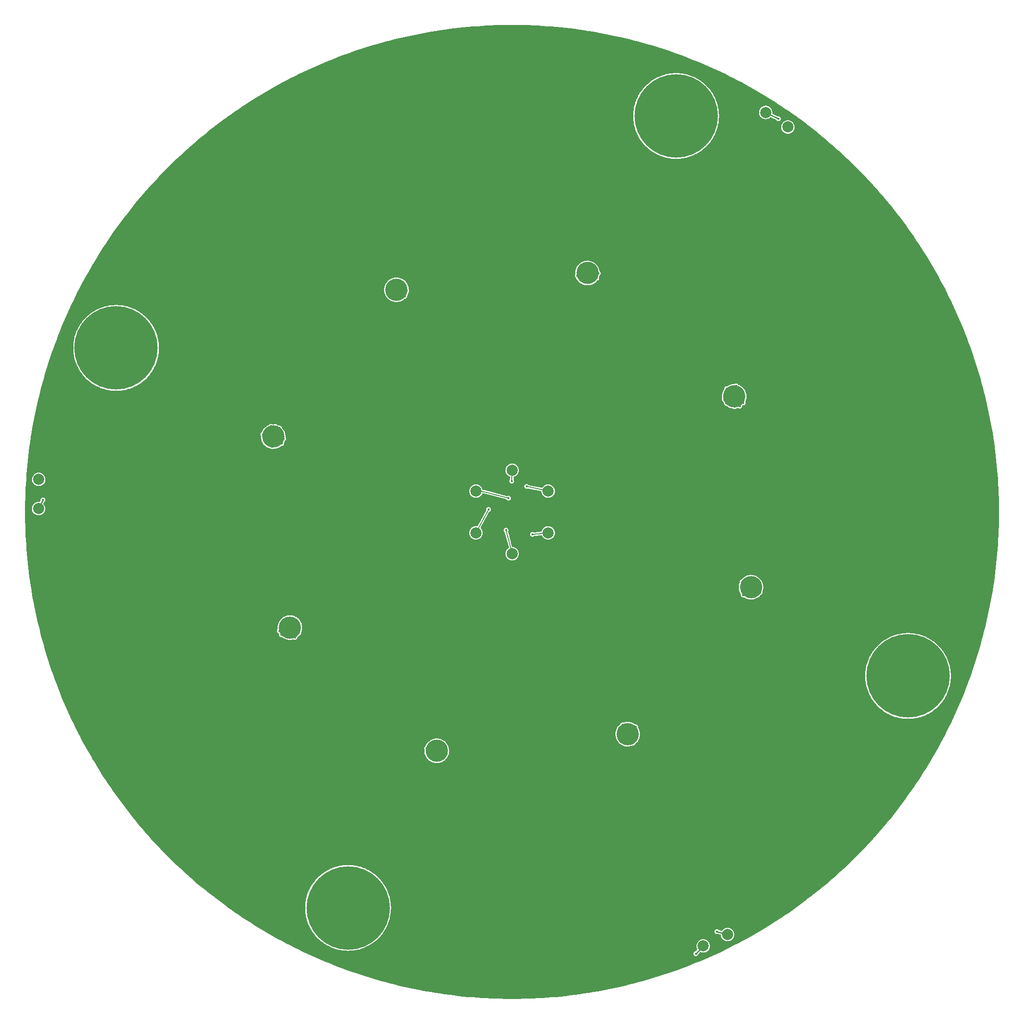
<source format=gbr>
%TF.GenerationSoftware,KiCad,Pcbnew,7.0.11*%
%TF.CreationDate,2025-04-08T01:22:05+09:00*%
%TF.ProjectId,Panel,50616e65-6c2e-46b6-9963-61645f706362,rev?*%
%TF.SameCoordinates,Original*%
%TF.FileFunction,Copper,L2,Bot*%
%TF.FilePolarity,Positive*%
%FSLAX46Y46*%
G04 Gerber Fmt 4.6, Leading zero omitted, Abs format (unit mm)*
G04 Created by KiCad (PCBNEW 7.0.11) date 2025-04-08 01:22:05*
%MOMM*%
%LPD*%
G01*
G04 APERTURE LIST*
%TA.AperFunction,SMDPad,CuDef*%
%ADD10C,4.000000*%
%TD*%
%TA.AperFunction,SMDPad,CuDef*%
%ADD11C,2.000000*%
%TD*%
%TA.AperFunction,SMDPad,CuDef*%
%ADD12C,15.000000*%
%TD*%
%TA.AperFunction,ViaPad*%
%ADD13C,0.450000*%
%TD*%
%TA.AperFunction,Conductor*%
%ADD14C,0.200000*%
%TD*%
%TA.AperFunction,Conductor*%
%ADD15C,0.250000*%
%TD*%
G04 APERTURE END LIST*
D10*
%TO.P,H18,1,1*%
%TO.N,GND*%
X116468240Y-62082738D03*
%TD*%
%TO.P,H24,1,1*%
%TO.N,VDD*%
X172917262Y-118531760D03*
%TD*%
%TO.P,H17,1,1*%
%TO.N,VDD*%
X109221313Y-65084513D03*
%TD*%
%TO.P,H5,1,1*%
%TO.N,VDD*%
X169915487Y-84221313D03*
%TD*%
D11*
%TO.P,H6,1,1*%
%TO.N,/DIN2*%
X123504810Y-101250001D03*
%TD*%
%TO.P,H13,1,1*%
%TO.N,/DIN5*%
X136495190Y-108750000D03*
%TD*%
D12*
%TO.P,H32,1*%
%TO.N,N/C*%
X58861276Y-75533376D03*
%TD*%
%TO.P,H31,1*%
%TO.N,N/C*%
X100533376Y-176138724D03*
%TD*%
D10*
%TO.P,H26,1,1*%
%TO.N,GND*%
X109221313Y-144915487D03*
%TD*%
D11*
%TO.P,H8,1,1*%
%TO.N,/DIN3*%
X123504810Y-108750000D03*
%TD*%
D10*
%TO.P,H20,1,1*%
%TO.N,GND*%
X90084513Y-84221313D03*
%TD*%
D11*
%TO.P,H4,1,1*%
%TO.N,/DOUT1*%
X175552512Y-33217730D03*
%TD*%
D10*
%TO.P,H21,1,1*%
%TO.N,VDD*%
X90084513Y-125778687D03*
%TD*%
D12*
%TO.P,H30,1*%
%TO.N,N/C*%
X201138724Y-134466624D03*
%TD*%
D10*
%TO.P,H28,1,1*%
%TO.N,GND*%
X169915487Y-125778687D03*
%TD*%
D12*
%TO.P,H29,1*%
%TO.N,N/C*%
X159466624Y-33861276D03*
%TD*%
D10*
%TO.P,H10,1,1*%
%TO.N,GND*%
X172917262Y-91468240D03*
%TD*%
%TO.P,H22,1,1*%
%TO.N,VDD*%
X116468240Y-147917262D03*
%TD*%
D11*
%TO.P,H12,1,1*%
%TO.N,/DOUT4*%
X164350639Y-182975085D03*
%TD*%
D10*
%TO.P,H19,1,1*%
%TO.N,VDD*%
X87082738Y-91468240D03*
%TD*%
D11*
%TO.P,H11,1,1*%
%TO.N,/DIN4*%
X130000000Y-112500000D03*
%TD*%
%TO.P,H9,1,1*%
%TO.N,/DOUT3*%
X44922962Y-104388060D03*
%TD*%
%TO.P,H1,1,1*%
%TO.N,/DIN0*%
X136495190Y-101250001D03*
%TD*%
D10*
%TO.P,H15,1,1*%
%TO.N,VDD*%
X143531760Y-62082738D03*
%TD*%
D11*
%TO.P,H2,1,1*%
%TO.N,/DOUT0*%
X179547708Y-35836867D03*
%TD*%
D10*
%TO.P,H27,1,1*%
%TO.N,GND*%
X143531760Y-147917262D03*
%TD*%
%TO.P,H16,1,1*%
%TO.N,GND*%
X150778687Y-65084513D03*
%TD*%
D11*
%TO.P,H7,1,1*%
%TO.N,/DOUT2*%
X44951152Y-99140683D03*
%TD*%
%TO.P,H14,1,1*%
%TO.N,/DOUT5*%
X168703564Y-180922308D03*
%TD*%
D10*
%TO.P,H25,1,1*%
%TO.N,GND*%
X87082738Y-118531760D03*
%TD*%
D11*
%TO.P,H3,1,1*%
%TO.N,/DIN1*%
X130000000Y-97500000D03*
%TD*%
D10*
%TO.P,H23,1,1*%
%TO.N,VDD*%
X150778687Y-144915487D03*
%TD*%
D13*
%TO.N,VDD*%
X169760000Y-85230000D03*
X169400000Y-84340000D03*
X170290000Y-84680000D03*
X170110000Y-83970000D03*
X170910000Y-86000000D03*
X171500000Y-85420000D03*
X170000000Y-86120000D03*
X170740000Y-83510000D03*
X170220000Y-83050000D03*
X170210000Y-82330000D03*
X168550000Y-82840000D03*
X168500000Y-85490000D03*
X168120000Y-84790000D03*
X173260000Y-119500000D03*
X173210000Y-120310000D03*
X173910000Y-120020000D03*
X174530000Y-119500000D03*
X173880000Y-119130000D03*
X173260000Y-118620000D03*
X172640000Y-119990000D03*
X172570000Y-119190000D03*
X172500000Y-118400000D03*
X172480000Y-117570000D03*
X171500000Y-119920000D03*
X171410000Y-119110000D03*
X171350000Y-118330000D03*
X171320000Y-117570000D03*
X149540000Y-146280000D03*
X150310000Y-146690000D03*
X151700000Y-146560000D03*
X150890000Y-146200000D03*
X151510000Y-145620000D03*
X150150000Y-145610000D03*
X149370000Y-145410000D03*
X150810000Y-145280000D03*
X151820000Y-144830000D03*
X150870000Y-144500000D03*
X149930000Y-144720000D03*
X148990000Y-144730000D03*
X149260000Y-143870000D03*
X150130000Y-143970000D03*
X149800000Y-143270000D03*
X151470000Y-144000000D03*
X152230000Y-143610000D03*
X118220000Y-148400000D03*
X117830000Y-149040000D03*
X116920000Y-148840000D03*
X117650000Y-147400000D03*
X117670000Y-146520000D03*
X116920000Y-146440000D03*
X116640000Y-147300000D03*
X116400000Y-148050000D03*
X116150000Y-148830000D03*
X117270000Y-149450000D03*
X116530000Y-149610000D03*
X115740000Y-149480000D03*
X115030000Y-148940000D03*
X115440000Y-148370000D03*
X114660000Y-148270000D03*
X114650000Y-147480000D03*
X90970000Y-127540000D03*
X91690000Y-126730000D03*
X90980000Y-126830000D03*
X90380000Y-127220000D03*
X91810000Y-126080000D03*
X90970000Y-126120000D03*
X90170000Y-126390000D03*
X91340000Y-125480000D03*
X90380000Y-125680000D03*
X89510000Y-126100000D03*
X88870000Y-126490000D03*
X88530000Y-127060000D03*
X88160000Y-126380000D03*
X89300000Y-124190000D03*
X87290000Y-91110000D03*
X85210000Y-91070000D03*
X85890000Y-91310000D03*
X86620000Y-91250000D03*
X88610000Y-92720000D03*
X88970000Y-91810000D03*
X87400000Y-92740000D03*
X86850000Y-93250000D03*
X86280000Y-92770000D03*
X87440000Y-92030000D03*
X87920000Y-91410000D03*
X87790000Y-90550000D03*
X87040000Y-90270000D03*
X88210000Y-89930000D03*
X87450000Y-89630000D03*
X86660000Y-89600000D03*
X111080000Y-65240000D03*
X110720000Y-66250000D03*
X110490000Y-65490000D03*
X109700000Y-66790000D03*
X108810000Y-66760000D03*
X109420000Y-66130000D03*
X108210000Y-66320000D03*
X109510000Y-64030000D03*
X110210000Y-63650000D03*
X109320000Y-63340000D03*
X108640000Y-65750000D03*
X107700000Y-65750000D03*
X107480000Y-65030000D03*
X108320000Y-65040000D03*
X109110000Y-65070000D03*
X108740000Y-64300000D03*
X108420000Y-63600000D03*
X145200000Y-63020000D03*
X145480000Y-62110000D03*
X143640000Y-63810000D03*
X142240000Y-63320000D03*
X143500000Y-60410000D03*
X144270000Y-60470000D03*
X141700000Y-62530000D03*
X141800000Y-61770000D03*
X142150000Y-61010000D03*
X142400000Y-62300000D03*
X142620000Y-61610000D03*
X142880000Y-60830000D03*
X143910000Y-61010000D03*
X143350000Y-61420000D03*
X143070000Y-62170000D03*
X142830000Y-62840000D03*
%TO.N,/DIN4*%
X128910000Y-108290000D03*
%TO.N,/DIN5*%
X133660000Y-109010000D03*
%TO.N,/DIN0*%
X132610000Y-100420000D03*
%TO.N,/DIN1*%
X129930000Y-99460000D03*
%TO.N,/DIN2*%
X129350000Y-102520000D03*
%TO.N,/DIN3*%
X125760000Y-104550000D03*
%TO.N,GND*%
X204821071Y-142257848D03*
X208870000Y-136660000D03*
X107940000Y-179270000D03*
X62937676Y-68737154D03*
X56230000Y-68010000D03*
X167180000Y-31200000D03*
X90366880Y-63350563D03*
X77451311Y-126857751D03*
X99675003Y-60808517D03*
X110355681Y-26390957D03*
X193825149Y-75828694D03*
X93316779Y-137278670D03*
X150718434Y-172881205D03*
X199600295Y-99564443D03*
X191106837Y-120139040D03*
X181851904Y-139968655D03*
X129466333Y-66919026D03*
X111483556Y-63763256D03*
X95063280Y-49919490D03*
X136388685Y-36171161D03*
X77935870Y-157162389D03*
X97004640Y-59397039D03*
X108770590Y-129351583D03*
X58869511Y-83595623D03*
X90454303Y-45366001D03*
X212761671Y-97597689D03*
X210755315Y-128708986D03*
X178751508Y-143303141D03*
X137639920Y-182058374D03*
X197245653Y-103082625D03*
X78340854Y-132064959D03*
X66524091Y-123503135D03*
X156063150Y-70051197D03*
X144636899Y-26207152D03*
X142954582Y-98907340D03*
X190201351Y-101717481D03*
X154477577Y-47602244D03*
X136030693Y-98879983D03*
X158068333Y-153597911D03*
X88056169Y-161437137D03*
X73338981Y-82213037D03*
X124829612Y-57357739D03*
X104160890Y-119767321D03*
X106456637Y-158720457D03*
X179230661Y-61327768D03*
X170813455Y-81953126D03*
X93214111Y-64422177D03*
X127236452Y-139905905D03*
X166900406Y-104638314D03*
X180963587Y-68109978D03*
X131968159Y-20688980D03*
X130094041Y-49207930D03*
X80145715Y-46893738D03*
X132370831Y-133507438D03*
X158181968Y-142383300D03*
X75219650Y-116932324D03*
X185836472Y-112371081D03*
X205445418Y-69542468D03*
X134861968Y-94964099D03*
X57809309Y-121232134D03*
X56679812Y-123780651D03*
X69695120Y-128075021D03*
X53995534Y-117894818D03*
X182616860Y-105418837D03*
X166978206Y-74381922D03*
X45803688Y-124915755D03*
X72926496Y-156591323D03*
X161776120Y-133343298D03*
X161521093Y-55152089D03*
X122651667Y-118007789D03*
X129367456Y-118486373D03*
X128206581Y-90787563D03*
X204254307Y-126521698D03*
X108888935Y-121119843D03*
X149292379Y-81170006D03*
X172384374Y-172983635D03*
X72998394Y-120443678D03*
X131197477Y-148434981D03*
X183920831Y-111506750D03*
X185482904Y-135994323D03*
X156260907Y-122147949D03*
X58492998Y-64795832D03*
X82043671Y-87668207D03*
X87497468Y-105641804D03*
X176264442Y-115317746D03*
X132896405Y-33715814D03*
X200370548Y-148439117D03*
X115344621Y-44217472D03*
X75847584Y-170710795D03*
X97021973Y-158237825D03*
X184646110Y-84824209D03*
X137524201Y-115245524D03*
X192989257Y-115027137D03*
X137484357Y-47872748D03*
X77087943Y-152907148D03*
X102255559Y-128846218D03*
X98019991Y-37349849D03*
X143767883Y-179821511D03*
X185019851Y-155166485D03*
X46840886Y-120200738D03*
X128461603Y-104572992D03*
X194180000Y-130370000D03*
X103916371Y-83357478D03*
X111454970Y-158873350D03*
X88865957Y-41402072D03*
X64129746Y-153952751D03*
X102413952Y-37918602D03*
X83017457Y-129880117D03*
X84039868Y-106487997D03*
X130362857Y-144879023D03*
X203086071Y-107585089D03*
X130707627Y-167417265D03*
X152341286Y-55190237D03*
X207701049Y-140293233D03*
X104617270Y-133585246D03*
X175728367Y-81949433D03*
X119939727Y-56157810D03*
X136416212Y-91177714D03*
X160190000Y-25803000D03*
X77799556Y-53664934D03*
X126525683Y-37138734D03*
X134010900Y-157840372D03*
X83407319Y-57198830D03*
X109834995Y-172856631D03*
X71887049Y-46676621D03*
X148296636Y-126933794D03*
X207303721Y-123086421D03*
X70742168Y-60580134D03*
X126804930Y-129183392D03*
X205669429Y-147172606D03*
X114625227Y-41673150D03*
X146190088Y-169083162D03*
X132230548Y-35647493D03*
X158753626Y-47307464D03*
X131307842Y-88569775D03*
X49778387Y-106736095D03*
X100600960Y-99025920D03*
X109979836Y-44648697D03*
X116962491Y-142054333D03*
X102334962Y-80225871D03*
X109553973Y-134495597D03*
X68342599Y-118170402D03*
X111850783Y-152815187D03*
X193351859Y-151959794D03*
X193440679Y-126294757D03*
X151982786Y-102315303D03*
X152891163Y-129917434D03*
X183100022Y-47231359D03*
X164114573Y-117152907D03*
X86664836Y-168445540D03*
X148362315Y-162123179D03*
X140949066Y-100131503D03*
X155841875Y-155200129D03*
X113276514Y-89797561D03*
X89330669Y-61402051D03*
X186341254Y-119839905D03*
X92801419Y-96542829D03*
X74418542Y-126894166D03*
X85108664Y-127528810D03*
X118884017Y-175798886D03*
X196653409Y-108783243D03*
X131902651Y-135515412D03*
X125654997Y-62563213D03*
X84335064Y-41858196D03*
X69818957Y-89676181D03*
X101168340Y-134474789D03*
X129799262Y-46298275D03*
X81443706Y-71566265D03*
X180184072Y-77783288D03*
X169133042Y-73177067D03*
X123253986Y-170383655D03*
X107459510Y-25407083D03*
X117524551Y-131815607D03*
X150191124Y-72200796D03*
X153839464Y-53508255D03*
X125516277Y-82625616D03*
X172547380Y-64149879D03*
X164212264Y-48559413D03*
X95841117Y-162612711D03*
X163306970Y-60328740D03*
X192677925Y-63712177D03*
X186391175Y-170361535D03*
X173333217Y-104375155D03*
X149077895Y-53043542D03*
X211926581Y-86459626D03*
X172848417Y-161852302D03*
X198775439Y-72128957D03*
X129223573Y-72658573D03*
X187253216Y-108978746D03*
X125075840Y-48313185D03*
X161651890Y-181394991D03*
X176347951Y-166315934D03*
X207177682Y-103984590D03*
X118153705Y-57132319D03*
X140258184Y-152326084D03*
X121142381Y-91384173D03*
X59483057Y-152263910D03*
X46634504Y-113829380D03*
X140328121Y-64227855D03*
X94759884Y-40984259D03*
X157468928Y-127850504D03*
X166516316Y-155364161D03*
X120354710Y-83673066D03*
X146217832Y-166891384D03*
X62252495Y-92659170D03*
X110929852Y-52457450D03*
X72551744Y-90092342D03*
X81107310Y-79261765D03*
X137310957Y-56143938D03*
X93131241Y-121136846D03*
X120204285Y-96960724D03*
X112756083Y-176026434D03*
X107574342Y-34499150D03*
X82955033Y-145881487D03*
X140108867Y-185527907D03*
X211263330Y-121746266D03*
X49731645Y-86967185D03*
X178318021Y-37545883D03*
X143700538Y-28041727D03*
X194496301Y-156079782D03*
X99969783Y-91101531D03*
X97730175Y-50966827D03*
X72056831Y-127201084D03*
X83385788Y-100444333D03*
X140811690Y-31117846D03*
X117676569Y-159201076D03*
X133305413Y-83433661D03*
X93901307Y-168867837D03*
X144032483Y-100364654D03*
X93342427Y-79941494D03*
X188882800Y-112365348D03*
X85147534Y-78443317D03*
X97450000Y-168770000D03*
X121089153Y-27178194D03*
X126500761Y-173170341D03*
X170900458Y-110229435D03*
X184682576Y-160156249D03*
X96748855Y-28460467D03*
X126265948Y-163891551D03*
X164759294Y-109268969D03*
X53822668Y-107573112D03*
X147787797Y-54947476D03*
X94538889Y-97524274D03*
X180888620Y-59797108D03*
X185368591Y-56014334D03*
X129557984Y-159879559D03*
X55637323Y-113724860D03*
X104952923Y-151941250D03*
X203253131Y-93347359D03*
X167544723Y-51860068D03*
X52539400Y-101244531D03*
X79644525Y-155694123D03*
X101329602Y-125345268D03*
X114142961Y-116183139D03*
X90440720Y-148456480D03*
X65098742Y-125994896D03*
X62621110Y-157904996D03*
X148307998Y-75925432D03*
X75505761Y-108005682D03*
X123315612Y-30795322D03*
X198826965Y-156523411D03*
X110630427Y-69530546D03*
X167998888Y-157439761D03*
X141102790Y-171635749D03*
X154999150Y-167341610D03*
X158560331Y-99542270D03*
X134314980Y-175984100D03*
X155704556Y-169541517D03*
X145526659Y-43118115D03*
X196740000Y-141170000D03*
X118252546Y-121853325D03*
X200086771Y-120787583D03*
X171514309Y-111515349D03*
X110917718Y-119569645D03*
X160147763Y-57673328D03*
X49995896Y-117575124D03*
X51618922Y-128353680D03*
X176691258Y-176642932D03*
X151489000Y-36130000D03*
X132571427Y-18695725D03*
X106330000Y-181710000D03*
X93529700Y-78172812D03*
X133112722Y-31464646D03*
X131460435Y-92016103D03*
X54487574Y-137303919D03*
X52942692Y-96687338D03*
X132040896Y-174049480D03*
X168968115Y-78774461D03*
X176993101Y-70669703D03*
X119118392Y-153801394D03*
X144691914Y-110311529D03*
X55594253Y-128179334D03*
X177318548Y-62262658D03*
X74683609Y-56767145D03*
X119662286Y-62060353D03*
X170299468Y-134280851D03*
X116072159Y-105547500D03*
X138926796Y-162652228D03*
X130321340Y-95675618D03*
X56030000Y-83070000D03*
X156544516Y-99410972D03*
X140479295Y-183543473D03*
X81051099Y-147556533D03*
X175400000Y-118690000D03*
X145706995Y-57933428D03*
X86320081Y-116101304D03*
X127803209Y-23515981D03*
X169154320Y-37692197D03*
X156140614Y-132658367D03*
X84971443Y-33345980D03*
X84589186Y-80579607D03*
X169710079Y-50331355D03*
X179975199Y-126072086D03*
X208316968Y-84249407D03*
X157892237Y-66606683D03*
X81430846Y-139316556D03*
X196241750Y-84926371D03*
X137234661Y-40583004D03*
X110525613Y-28312231D03*
X167330680Y-171200289D03*
X79925497Y-38322566D03*
X100273595Y-130120710D03*
X92767100Y-115607113D03*
X139518085Y-141456490D03*
X137222306Y-28513375D03*
X152369420Y-75230559D03*
X62928724Y-138809510D03*
X176968460Y-85474695D03*
X148985776Y-33285349D03*
X172217789Y-139599313D03*
X88527465Y-106966581D03*
X90581232Y-36678672D03*
X130645454Y-60437327D03*
X67149316Y-85258450D03*
X154403790Y-120701791D03*
X128748418Y-120374701D03*
X83021648Y-73272523D03*
X166410343Y-114198305D03*
X147562377Y-66811518D03*
X117784919Y-87193090D03*
X68035680Y-114341725D03*
X166535131Y-56567771D03*
X74014980Y-148040997D03*
X123352242Y-45854370D03*
X149917152Y-40378392D03*
X137823460Y-179958261D03*
X72807827Y-48415868D03*
X121327919Y-108472762D03*
X216053755Y-117835607D03*
X80632193Y-91070319D03*
X60549705Y-98124745D03*
X90484792Y-77056115D03*
X57871733Y-105360814D03*
X112475405Y-82760981D03*
X87110424Y-66093755D03*
X165145720Y-138485264D03*
X150165677Y-138533816D03*
X144614574Y-59622346D03*
X117051750Y-173410933D03*
X97051819Y-133642468D03*
X96585372Y-119076851D03*
X180072944Y-87169174D03*
X114867554Y-27604758D03*
X90185171Y-131722928D03*
X121514055Y-180365731D03*
X65229980Y-148633717D03*
X62934012Y-67320281D03*
X117417311Y-80340315D03*
X122831179Y-172854319D03*
X117990708Y-72460896D03*
X89779415Y-120429373D03*
X142017814Y-122985472D03*
X124943771Y-157978605D03*
X52007130Y-81220703D03*
X133581701Y-180156551D03*
X86339507Y-162711629D03*
X162340489Y-175333205D03*
X184950609Y-146423813D03*
X167811616Y-145992747D03*
X172970400Y-174786196D03*
X167280707Y-70378934D03*
X86533363Y-111591165D03*
X102865566Y-81713644D03*
X154665775Y-67388680D03*
X171918693Y-166739280D03*
X78364119Y-79903346D03*
X82169530Y-135326617D03*
X198378616Y-142185061D03*
X148330829Y-118420442D03*
X87928866Y-166971992D03*
X104492060Y-69360614D03*
X155760738Y-46104066D03*
X168828892Y-166493304D03*
X89646312Y-32943692D03*
X174929253Y-124636332D03*
X80520494Y-142073619D03*
X205962106Y-84704504D03*
X156208111Y-51299136D03*
X144985650Y-72065544D03*
X162586400Y-63276728D03*
X165081496Y-58885836D03*
X169829994Y-153356187D03*
X148347576Y-133511063D03*
X165730000Y-28780000D03*
X98457733Y-84633704D03*
X188701706Y-81221799D03*
X123561772Y-161002704D03*
X117325434Y-179683168D03*
X94629418Y-123654616D03*
X77490695Y-169673598D03*
X112237507Y-39996370D03*
X196493854Y-59131021D03*
X65569930Y-114794300D03*
X142429731Y-42587510D03*
X163582459Y-142860971D03*
X109059421Y-85549257D03*
X131004141Y-150817664D03*
X177939921Y-147584561D03*
X67621714Y-134874720D03*
X159594906Y-119453907D03*
X137331765Y-50834424D03*
X104793003Y-33427537D03*
X70308957Y-114581018D03*
X160867503Y-129913442D03*
X205293204Y-103756895D03*
X72017671Y-98627099D03*
X71532100Y-165926985D03*
X101794676Y-51826892D03*
X174465265Y-87553102D03*
X141447818Y-94500694D03*
X196911680Y-72838224D03*
X197501055Y-149682696D03*
X69573451Y-75957263D03*
X51572104Y-113252257D03*
X63484697Y-149432208D03*
X130378417Y-80638450D03*
X120359400Y-144129934D03*
X123244951Y-41173757D03*
X161839952Y-106196756D03*
X173194195Y-107636371D03*
X172024257Y-92522590D03*
X162260934Y-113649336D03*
X115954247Y-98746746D03*
X79813794Y-164335955D03*
X56891632Y-133889655D03*
X62878524Y-52886449D03*
X74673440Y-135217375D03*
X68662116Y-132185283D03*
X188293795Y-96972771D03*
X147946723Y-179053359D03*
X138907284Y-108340836D03*
X146274576Y-145844368D03*
X210819571Y-97211386D03*
X140910706Y-119849299D03*
X138396442Y-83097264D03*
X64047936Y-130166905D03*
X146325344Y-111414355D03*
X148601607Y-157129253D03*
X97001197Y-183543057D03*
X80933909Y-84162055D03*
X96720625Y-114098532D03*
X57666114Y-94016975D03*
X146911391Y-103355552D03*
X105610805Y-112725250D03*
X146567233Y-171531284D03*
X96114085Y-57306338D03*
X99361510Y-137585588D03*
X83937562Y-116257364D03*
X150967694Y-184136157D03*
X174878385Y-93863570D03*
X85234234Y-87768779D03*
X172954208Y-75718075D03*
X134005949Y-40315968D03*
X70453602Y-94843507D03*
X98645728Y-43867823D03*
X144286702Y-188798304D03*
X74570122Y-91195167D03*
X62413359Y-62305146D03*
X66757432Y-100777768D03*
X138625080Y-164894292D03*
X184809282Y-45622644D03*
X107161050Y-130229952D03*
X89993347Y-151353997D03*
X160214492Y-71171094D03*
X123292543Y-111907819D03*
X177457748Y-112311989D03*
X123258823Y-33025682D03*
X210522336Y-80116491D03*
X86444568Y-93921018D03*
X186061379Y-60307769D03*
X81784293Y-55634760D03*
X150825624Y-186106266D03*
X71588650Y-139134485D03*
X91623020Y-54244091D03*
X149230487Y-66541014D03*
X148007518Y-181158427D03*
X141905373Y-138096342D03*
X98338080Y-155974952D03*
X170671427Y-45478751D03*
X171219511Y-181331490D03*
X134151606Y-81491579D03*
X206791599Y-80211744D03*
X153566642Y-176111104D03*
X75573688Y-45383652D03*
X192072754Y-49258900D03*
X154356272Y-71854617D03*
X120140871Y-41661553D03*
X189793819Y-162878894D03*
X78989082Y-60774342D03*
X154499541Y-112562116D03*
X134638906Y-138641818D03*
X157702820Y-49662238D03*
X138001866Y-131152621D03*
X208760158Y-80195868D03*
X110348146Y-144134914D03*
X74907241Y-61870231D03*
X146378616Y-147869683D03*
X103047083Y-107360537D03*
X208907144Y-123927821D03*
X113363214Y-76383322D03*
X159871038Y-168173552D03*
X89794659Y-101550627D03*
X108116124Y-95974076D03*
X76505318Y-166624838D03*
X182016661Y-51595660D03*
X85274893Y-43692770D03*
X74476486Y-100811942D03*
X124773257Y-94321459D03*
X91616373Y-136132928D03*
X149853556Y-148285843D03*
X185623860Y-168562314D03*
X48761818Y-131477619D03*
X143882998Y-165093802D03*
X95443413Y-167353475D03*
X160695130Y-120866252D03*
X80226437Y-98439827D03*
X163113095Y-177508146D03*
X94919647Y-153107073D03*
X135587561Y-103802703D03*
X64636802Y-68527146D03*
X78021509Y-65064263D03*
X97535244Y-93411222D03*
X105038223Y-160385099D03*
X45616782Y-97096779D03*
X142842423Y-39858191D03*
X187453424Y-89053701D03*
X183949647Y-64576949D03*
X149424401Y-98213197D03*
X163419715Y-76443298D03*
X53778481Y-85926122D03*
X98894702Y-72003233D03*
X150160290Y-22523933D03*
X148235386Y-35370052D03*
X109546119Y-49516582D03*
X94257981Y-73796191D03*
X153270000Y-144940000D03*
X177254516Y-161399727D03*
X112928005Y-169509718D03*
X161643326Y-77211779D03*
X187847883Y-149479842D03*
X110994592Y-185478203D03*
X147829413Y-58103360D03*
X96883259Y-100766858D03*
X157579344Y-151647159D03*
X100262782Y-165874949D03*
X134305977Y-140597772D03*
X145480130Y-117983474D03*
X124364900Y-63731930D03*
X60837765Y-143786405D03*
X115876675Y-155512854D03*
X67256749Y-147988115D03*
X158557495Y-105223604D03*
X124003075Y-168334065D03*
X207103817Y-73993187D03*
X106926912Y-115862060D03*
X104029107Y-184760326D03*
X61623802Y-116750931D03*
X137596638Y-172176757D03*
X191663365Y-76928364D03*
X127174854Y-171056881D03*
X186141269Y-148082800D03*
X117605977Y-35224396D03*
X89746830Y-43326814D03*
X113314281Y-147464057D03*
X170641507Y-155301737D03*
X85754435Y-100503290D03*
X171587942Y-58558821D03*
X50563785Y-100542482D03*
X87570000Y-125550000D03*
X141323655Y-37447387D03*
X102249989Y-159283428D03*
X181702617Y-171568071D03*
X140842430Y-114135004D03*
X123567259Y-87733986D03*
X153680306Y-177995282D03*
X123035530Y-149225686D03*
X93365331Y-110264653D03*
X141143102Y-51829741D03*
X161766901Y-71592020D03*
X196098721Y-148386198D03*
X104685494Y-31339798D03*
X155001000Y-27196000D03*
X170985938Y-89403290D03*
X195102905Y-94524420D03*
X52439637Y-137526175D03*
X122545299Y-186237012D03*
X170912585Y-179468767D03*
X62144002Y-102455820D03*
X93587882Y-37062005D03*
X135711956Y-165404089D03*
X150161284Y-168382011D03*
X189846358Y-71510564D03*
X48830612Y-120449454D03*
X134722868Y-126978879D03*
X154744251Y-165109950D03*
X165114161Y-44213462D03*
X181386941Y-43017302D03*
X104669241Y-116876451D03*
X193053204Y-94298635D03*
X174505355Y-63070347D03*
X92135562Y-102219951D03*
X97993021Y-83132058D03*
X122580901Y-131883233D03*
X121541944Y-68819492D03*
X169745958Y-119244942D03*
X88157039Y-152560863D03*
X100440059Y-120486595D03*
X63970919Y-54412829D03*
X132380837Y-103121754D03*
X112908885Y-182088221D03*
X196105848Y-119295876D03*
X157287957Y-93578366D03*
X165699601Y-153262551D03*
X171815491Y-55590547D03*
X90055771Y-138884789D03*
X91833846Y-95207648D03*
X117283236Y-48365205D03*
X144882094Y-184945807D03*
X88915882Y-128549704D03*
X76017752Y-147219080D03*
X51991696Y-117605532D03*
X97999957Y-62549455D03*
X110981587Y-156012247D03*
X67983425Y-64140121D03*
X123601939Y-43693804D03*
X58863914Y-147517142D03*
X113644556Y-105346356D03*
X203058430Y-117598564D03*
X165010335Y-150370235D03*
X101476077Y-111407698D03*
X108893270Y-115544737D03*
X190447568Y-104417929D03*
X194749306Y-146803943D03*
X124493216Y-59337969D03*
X97933511Y-107875536D03*
X151389517Y-126494514D03*
X202455086Y-125383955D03*
X73154454Y-130816478D03*
X155662098Y-124559368D03*
X50905008Y-131461743D03*
X113107762Y-122810495D03*
X213869223Y-109205962D03*
X139440601Y-121505231D03*
X121762745Y-188084408D03*
X173593544Y-54419290D03*
X155613917Y-183051333D03*
X122860003Y-35009380D03*
X188326288Y-142438822D03*
X133076486Y-122533534D03*
X86642966Y-52527429D03*
X176204410Y-174759042D03*
X115676509Y-186586272D03*
X144826065Y-92242424D03*
X124129036Y-117326326D03*
X88473350Y-67994221D03*
X199737293Y-143383659D03*
X178345678Y-152659118D03*
X65899851Y-106081617D03*
X150914766Y-158984635D03*
X207238171Y-69267293D03*
X118247341Y-53556807D03*
X187220730Y-55178226D03*
X84533697Y-68535229D03*
X102754590Y-76005310D03*
X212417702Y-91165475D03*
X164066171Y-148169787D03*
X83793260Y-172689938D03*
X189297179Y-124368532D03*
X149298241Y-107398478D03*
X69565070Y-139727514D03*
X87277997Y-177765579D03*
X126292366Y-106440511D03*
X166401946Y-144109452D03*
X130200000Y-114050000D03*
X136698638Y-34013629D03*
X59453143Y-117013308D03*
X122965849Y-137475390D03*
X108379693Y-101217698D03*
X96024375Y-107495789D03*
X171343371Y-41627551D03*
X128738053Y-74652675D03*
X85784924Y-136658331D03*
X56794810Y-148051617D03*
X114330276Y-137747072D03*
X102390450Y-99920665D03*
X75448539Y-111974813D03*
X112236113Y-74250500D03*
X89531452Y-114561510D03*
X197572802Y-154840610D03*
X115122669Y-62386345D03*
X119385716Y-109083846D03*
X183069741Y-41937770D03*
X124900000Y-102000000D03*
X119194109Y-125728820D03*
X159276096Y-84533911D03*
X111774095Y-35719887D03*
X172548042Y-148872058D03*
X90825379Y-52218777D03*
X81323103Y-41946630D03*
X199756477Y-82307285D03*
X208644631Y-90810923D03*
X113673962Y-133538428D03*
X79729790Y-126550833D03*
X121506521Y-94751605D03*
X102749785Y-24793232D03*
X76400506Y-144372905D03*
X151320522Y-140527918D03*
X149811940Y-141904716D03*
X67881184Y-152480875D03*
X145358840Y-24428990D03*
X159102319Y-80137349D03*
X165169554Y-91712354D03*
X60290000Y-67380000D03*
X183200413Y-90940482D03*
X190440225Y-50059730D03*
X107492245Y-142662746D03*
X171735188Y-159974378D03*
X157434058Y-80276371D03*
X156428725Y-75186793D03*
X169947329Y-60653747D03*
X83599432Y-120939169D03*
X51562617Y-88032606D03*
X124541768Y-71094503D03*
X105567141Y-96924309D03*
X63871068Y-116990224D03*
X104945743Y-154905653D03*
X45101784Y-102033482D03*
X130582779Y-164660202D03*
X161618414Y-41959260D03*
X99720087Y-86142285D03*
X197378029Y-53960467D03*
X127213826Y-121175810D03*
X86552789Y-154518470D03*
X179464109Y-154625476D03*
X146111793Y-123177946D03*
X108587391Y-151049973D03*
X60671085Y-90772576D03*
X158166955Y-118150805D03*
X142928165Y-125258749D03*
X76494914Y-161167934D03*
X80483069Y-86447470D03*
X170472889Y-32119115D03*
X81542905Y-104070799D03*
X159105050Y-111535587D03*
X175126930Y-122545126D03*
X158483121Y-59303289D03*
X114400147Y-72502626D03*
X99903334Y-28900599D03*
X142670068Y-133747465D03*
X99643791Y-70248423D03*
X122990000Y-107360000D03*
X167350000Y-84360000D03*
X166740110Y-123398259D03*
X92082522Y-159470779D03*
X153333135Y-62098501D03*
X137678680Y-102779349D03*
X199324907Y-64499064D03*
X155379244Y-94218898D03*
X107047979Y-82240781D03*
X67444097Y-74955010D03*
X168084607Y-61877922D03*
X66629116Y-80736173D03*
X131023466Y-57988916D03*
X143064834Y-22356359D03*
X117629173Y-171080435D03*
X129896115Y-154230180D03*
X122235545Y-50889912D03*
X122247729Y-139739441D03*
X90894378Y-115529083D03*
X122757195Y-163114719D03*
X145436490Y-78325291D03*
X178593437Y-57211610D03*
X137197558Y-107338583D03*
X116269401Y-78204024D03*
X106940000Y-64190000D03*
X207249435Y-116532617D03*
X134359435Y-148211459D03*
X173342642Y-134957112D03*
X67641100Y-140614808D03*
X99058420Y-45910477D03*
X160595265Y-125828133D03*
X169514760Y-81740000D03*
X71120470Y-131034962D03*
X176814208Y-58145323D03*
X207167318Y-93551977D03*
X100336618Y-32855316D03*
X125038955Y-22009731D03*
X98402269Y-114300013D03*
X178383385Y-118711247D03*
X161012668Y-149826456D03*
X163300000Y-40950000D03*
X125531095Y-19993546D03*
X60991621Y-60652333D03*
X135321806Y-162610612D03*
X55911304Y-93143038D03*
X132066906Y-171713779D03*
X71172490Y-122696147D03*
X117669054Y-116507108D03*
X142141887Y-50206715D03*
X108805876Y-147880218D03*
X129710431Y-185739580D03*
X94369679Y-55225536D03*
X87449566Y-133937682D03*
X70342625Y-97829459D03*
X127344985Y-186845572D03*
X209030934Y-101457635D03*
X162011945Y-131557276D03*
X99879615Y-55297858D03*
X103819267Y-95738252D03*
X118611196Y-162000622D03*
X182338286Y-85138779D03*
X161385841Y-52152265D03*
X68245955Y-109749031D03*
X180426554Y-138319619D03*
X146957773Y-151743443D03*
X180023324Y-144993962D03*
X136067639Y-119266674D03*
X54922923Y-97526595D03*
X143212924Y-162542823D03*
X136883383Y-20861846D03*
X171959892Y-30700906D03*
X156947457Y-179018962D03*
X139808735Y-95327959D03*
X111754060Y-92065636D03*
X141331891Y-28780411D03*
X71417756Y-143423891D03*
X136320591Y-157091283D03*
X203234684Y-103206545D03*
X163688747Y-91480812D03*
X111695466Y-142241383D03*
X67133764Y-50930494D03*
X180336035Y-102852729D03*
X104616908Y-59719563D03*
X155595000Y-41200000D03*
X136211600Y-45178109D03*
X177891498Y-170015956D03*
X124710576Y-148601445D03*
X168041108Y-118048108D03*
X127973502Y-100323611D03*
X177954323Y-98943226D03*
X160380164Y-99446693D03*
X105015729Y-61665114D03*
X78663378Y-142749880D03*
X139627584Y-81467303D03*
X154895592Y-23900690D03*
X164993041Y-98547748D03*
X109888708Y-105949789D03*
X94442507Y-47821348D03*
X123754531Y-53452767D03*
X212666821Y-102302777D03*
X192812867Y-68159956D03*
X78790421Y-151453513D03*
X47983695Y-110970527D03*
X60836876Y-126600604D03*
X76162659Y-70290545D03*
X187542898Y-127749143D03*
X173467490Y-121275836D03*
X99637866Y-147286029D03*
X164448803Y-161738671D03*
X148209892Y-93177925D03*
X133504669Y-187353587D03*
X172617349Y-68119631D03*
X185838682Y-81042465D03*
X157021487Y-134499877D03*
X89422626Y-50316658D03*
X119639961Y-39040935D03*
X103209621Y-46711586D03*
X214011110Y-117846191D03*
X70710234Y-82871958D03*
X91265093Y-89950154D03*
X78179592Y-106679171D03*
X174865640Y-44427882D03*
X112904884Y-118706112D03*
X202335441Y-77484671D03*
X131005383Y-107335256D03*
X107738112Y-74056292D03*
X116565536Y-184956390D03*
X135559832Y-38345600D03*
X61575561Y-111639635D03*
X69287395Y-59239832D03*
X59760061Y-106063085D03*
X121301475Y-86166561D03*
X71279709Y-77406889D03*
X95095865Y-136467157D03*
X65425718Y-84061989D03*
X186851032Y-133075997D03*
X52555283Y-123822733D03*
X91303241Y-68947922D03*
X170923675Y-157893575D03*
X67374014Y-97656058D03*
X190665780Y-148789259D03*
X113273480Y-103650503D03*
X192943472Y-80045250D03*
X187931158Y-59552802D03*
X109200334Y-167945215D03*
X170871374Y-104207170D03*
X110411169Y-30403437D03*
X127243343Y-84789650D03*
X94550980Y-164550172D03*
X85913963Y-81949469D03*
X88816682Y-75304773D03*
X175370130Y-152586290D03*
X110201287Y-160782486D03*
X179458981Y-130828731D03*
X185463697Y-89021950D03*
X154524760Y-101655432D03*
X175548874Y-73268871D03*
X150997998Y-150356241D03*
X127366746Y-135311355D03*
X151029210Y-160971801D03*
X163723825Y-82624454D03*
X174666473Y-100162990D03*
X133975749Y-96832198D03*
X73601827Y-107516694D03*
X90594748Y-161405925D03*
X163111888Y-166566132D03*
X185618189Y-63230180D03*
X153767551Y-25577316D03*
X203736966Y-97716864D03*
X150774794Y-85500918D03*
X194579168Y-67200210D03*
X166838940Y-98845100D03*
X86590585Y-129023086D03*
X113899662Y-22687085D03*
X177072931Y-168141614D03*
X144901247Y-149215268D03*
X163581304Y-45826084D03*
X192273172Y-140582961D03*
X84828528Y-158702183D03*
X78336374Y-95342900D03*
X151314757Y-61758636D03*
X59974766Y-101810771D03*
X105227277Y-89707393D03*
X94260000Y-171080000D03*
X182835083Y-127020863D03*
X140130406Y-118065011D03*
X125610904Y-111137923D03*
X108400959Y-170213289D03*
X131300906Y-63884523D03*
X156835819Y-43575892D03*
X62144002Y-120902132D03*
X65691770Y-135166032D03*
X140299800Y-154750218D03*
X147180745Y-98607092D03*
X189198840Y-119081410D03*
X51714757Y-94714859D03*
X186024190Y-96723467D03*
X95515859Y-30577197D03*
X134028560Y-185506740D03*
X69924708Y-161511839D03*
X161280003Y-94939620D03*
X188943080Y-45634110D03*
X115713100Y-110951366D03*
X124535822Y-98767554D03*
X142994648Y-106848471D03*
X94552761Y-100205041D03*
X198725159Y-108787653D03*
X156398851Y-54305896D03*
X113138971Y-56716158D03*
X109348158Y-163482327D03*
X121530096Y-133506259D03*
X213025508Y-122693503D03*
X78430011Y-97565890D03*
X136541060Y-53085158D03*
X200420000Y-126560000D03*
X138770987Y-64907584D03*
X166507206Y-129619854D03*
X123430883Y-152528959D03*
X165951597Y-136592818D03*
X76790367Y-63364941D03*
X156449965Y-107231374D03*
X105076983Y-183247130D03*
X181359872Y-109566317D03*
X144266602Y-142854949D03*
X171022547Y-132252069D03*
X200617281Y-77920361D03*
X179030615Y-85266162D03*
X72571829Y-136408634D03*
X205188176Y-93606659D03*
X114742638Y-163295055D03*
X181041139Y-169715932D03*
X196253284Y-125127909D03*
X115698403Y-136243693D03*
X111914021Y-183797480D03*
X171850319Y-98455630D03*
X140615965Y-79313672D03*
X80847932Y-65050391D03*
X146087304Y-138769640D03*
X158565335Y-170493647D03*
X180359155Y-161246365D03*
X97732920Y-76085074D03*
X125734476Y-155778156D03*
X146122466Y-113422329D03*
X97420800Y-103510049D03*
X63413292Y-109546153D03*
X118243873Y-51153480D03*
X119391827Y-146512452D03*
X109350000Y-67540000D03*
X130848115Y-29526032D03*
X173225774Y-168760758D03*
X76624192Y-140169685D03*
X99446837Y-53394430D03*
X166356323Y-181479661D03*
X156268439Y-160162842D03*
X152398886Y-104802246D03*
X114957722Y-29536436D03*
X107189786Y-152707679D03*
X153058801Y-146840505D03*
X135462511Y-73917458D03*
X134057970Y-86280892D03*
X188262485Y-91567906D03*
X127782907Y-124288305D03*
X189280368Y-134298469D03*
X96387696Y-128710966D03*
X151750118Y-97001102D03*
X67531858Y-145031311D03*
X98672750Y-64425645D03*
X182316090Y-77264101D03*
X142409598Y-104292017D03*
X125275296Y-142980290D03*
X192006220Y-133351704D03*
X190707896Y-68684435D03*
X143697387Y-177677484D03*
X85952111Y-73702555D03*
X171191937Y-70820520D03*
X157980261Y-62427961D03*
X125537695Y-146661097D03*
X86902705Y-122359317D03*
X44607735Y-113427201D03*
X105164853Y-71205592D03*
X58865316Y-139740871D03*
X175158108Y-157586657D03*
X128542400Y-131352629D03*
X113710015Y-70203339D03*
X122059668Y-98583749D03*
X122524839Y-158093049D03*
X57980975Y-101620573D03*
X100094250Y-151369030D03*
X163796232Y-103425093D03*
X118150819Y-155615160D03*
X84750000Y-93000000D03*
X75965283Y-41078751D03*
X82644934Y-174727291D03*
X77810249Y-112188095D03*
X118745990Y-89438623D03*
X150000384Y-63204794D03*
X78097132Y-165433578D03*
X181685440Y-123082944D03*
X85810934Y-142099629D03*
X176556085Y-65068942D03*
X82768483Y-92176612D03*
X135250963Y-56487270D03*
X126981798Y-126467945D03*
X184015938Y-141347187D03*
X70199442Y-153618199D03*
X132916996Y-68257676D03*
X80770191Y-130457540D03*
X198007377Y-120280156D03*
X95860198Y-92197420D03*
X48826172Y-78986646D03*
X69322719Y-54168523D03*
X72058636Y-152178822D03*
X143352220Y-67359463D03*
X155442245Y-140316370D03*
X166192276Y-179632814D03*
X182465741Y-132056404D03*
X174263577Y-38830821D03*
X105952090Y-102483520D03*
X110320787Y-128326210D03*
X158763011Y-172631671D03*
X94165356Y-144794268D03*
X84988367Y-122556993D03*
X131139393Y-162412936D03*
X135602714Y-160342537D03*
X129474752Y-156597093D03*
X202982734Y-63564763D03*
X185410076Y-131702668D03*
X134081696Y-101516090D03*
X210981854Y-101951539D03*
X95257777Y-150240768D03*
X164277137Y-170748545D03*
X101379479Y-163811487D03*
X121133710Y-103938347D03*
X120711141Y-29255528D03*
X117361049Y-33000972D03*
X104116143Y-143593905D03*
X153739303Y-90178901D03*
X93197783Y-154501211D03*
X168236720Y-99432885D03*
X191975289Y-109541444D03*
X144176647Y-127157481D03*
X116802917Y-23778358D03*
X147165074Y-30888958D03*
X134009417Y-50102675D03*
X135001267Y-61703148D03*
X142760709Y-33368581D03*
X180270358Y-55498381D03*
X185805428Y-126453844D03*
X76254850Y-124563667D03*
X190656386Y-164582861D03*
X103342076Y-42068502D03*
X53562927Y-113357960D03*
X178545569Y-33461475D03*
X173351826Y-141279561D03*
X73684824Y-55074759D03*
X103548763Y-102275440D03*
X159267605Y-174629241D03*
X142194124Y-35487964D03*
X136339916Y-72044736D03*
X125113988Y-69565113D03*
X97549839Y-41721129D03*
X128703372Y-41675425D03*
X101981225Y-94871251D03*
X124319815Y-73140625D03*
X161493135Y-179495226D03*
X124550000Y-100250000D03*
X127334093Y-181597507D03*
X91733987Y-156677302D03*
X116550000Y-145300000D03*
X99924692Y-154403946D03*
X166275397Y-125367219D03*
X114470000Y-146430000D03*
X143774955Y-86978989D03*
X180420349Y-92051676D03*
X122567322Y-165847506D03*
X114074292Y-20591522D03*
X152239543Y-163673377D03*
X112754170Y-128785721D03*
X110422805Y-166206011D03*
X68920021Y-122758571D03*
X169227560Y-138859808D03*
X99647620Y-143021684D03*
X149747219Y-50196311D03*
X190225164Y-87881415D03*
X126629506Y-56508078D03*
X82544847Y-169740839D03*
X118367032Y-141211608D03*
X68928402Y-69111424D03*
X101978480Y-44675868D03*
X204931743Y-107814107D03*
X141743066Y-54944008D03*
X99855339Y-103589813D03*
X143917227Y-20662949D03*
X198271907Y-58517170D03*
X196821425Y-90712982D03*
X66013170Y-153158228D03*
X156689859Y-136170155D03*
X171858851Y-143558039D03*
X86301585Y-173118576D03*
X76817267Y-42946766D03*
X72566627Y-112687487D03*
X102277764Y-120204290D03*
X84548292Y-59206804D03*
X92979010Y-59078488D03*
X197160543Y-99856816D03*
X149140319Y-47342144D03*
X117390960Y-37235838D03*
X138634001Y-24749399D03*
X108022488Y-83860339D03*
X127774284Y-179429078D03*
X66093363Y-70025324D03*
X185879399Y-73162936D03*
X151730918Y-70844806D03*
X200646386Y-87716265D03*
X200999909Y-117148759D03*
X165606088Y-103906520D03*
X148047267Y-177031881D03*
X124083991Y-65698289D03*
X114766982Y-31613771D03*
X160825180Y-112544776D03*
X133801673Y-177942075D03*
X185753131Y-102629242D03*
X125623785Y-80524005D03*
X165952033Y-81450493D03*
X191987636Y-85693980D03*
X80546505Y-117592979D03*
X94453369Y-106751902D03*
X139077654Y-167734588D03*
X123241270Y-124839277D03*
X87416331Y-54334259D03*
X181882307Y-65416586D03*
X106020077Y-143932035D03*
X119927878Y-128449909D03*
X112593317Y-65892610D03*
X69373368Y-158374456D03*
X127439068Y-25426852D03*
X90116991Y-175187680D03*
X185619230Y-161918427D03*
X149052470Y-86404559D03*
X129549565Y-51500281D03*
X146913860Y-76899941D03*
X103687483Y-88372212D03*
X83285939Y-66749713D03*
X126953548Y-27320382D03*
X104459475Y-139302250D03*
X130697474Y-54316300D03*
X119547888Y-139624997D03*
X204624596Y-87517972D03*
X160395671Y-105768106D03*
X90417527Y-107445166D03*
X93935456Y-86846290D03*
X141184718Y-73730186D03*
X107014476Y-45878646D03*
X103567790Y-167331511D03*
X157258994Y-89036669D03*
X164526096Y-86394774D03*
X201621044Y-81842489D03*
X174693869Y-143979571D03*
X53558664Y-128165223D03*
X138920111Y-85902880D03*
X53816629Y-92539606D03*
X59869303Y-130881855D03*
X58204593Y-67390150D03*
X121758698Y-121270701D03*
X188623365Y-50878199D03*
X71058481Y-157432723D03*
X156318589Y-65546643D03*
X183524390Y-81423476D03*
X104850951Y-165781313D03*
X93180154Y-45907009D03*
X177560249Y-138231185D03*
X132953645Y-189135622D03*
X133107698Y-113227145D03*
X90200416Y-70917748D03*
X65135121Y-56058587D03*
X132067296Y-111094323D03*
X114304368Y-126959817D03*
X155035564Y-149894083D03*
X117126023Y-166669423D03*
X114779337Y-59944870D03*
X142470658Y-115856868D03*
X133468454Y-142028323D03*
X141274886Y-58432820D03*
X110838532Y-179709178D03*
X143228530Y-160175910D03*
X105707038Y-53064350D03*
X118844828Y-103896731D03*
X180384628Y-95789172D03*
X151169265Y-20759991D03*
X106219126Y-58332362D03*
X117667032Y-163782309D03*
X118596164Y-130062531D03*
X125542869Y-165998364D03*
X187232056Y-46540776D03*
X208429051Y-110331546D03*
X136653519Y-155093713D03*
X72344386Y-71826871D03*
X197925501Y-126228609D03*
X126497767Y-141799435D03*
X199116019Y-116249149D03*
X125377518Y-115807340D03*
X142485219Y-47019619D03*
X113078838Y-93574218D03*
X176042449Y-159454177D03*
X101623639Y-148525266D03*
X140169208Y-148320991D03*
X108497605Y-77427191D03*
X159700953Y-138304928D03*
X140165124Y-75089643D03*
X76124800Y-119314843D03*
X175087892Y-111453832D03*
X74774734Y-97475722D03*
X169651799Y-69300229D03*
X169295553Y-47447310D03*
X189655411Y-77224119D03*
X85056409Y-50611438D03*
X168791665Y-115087331D03*
X173808207Y-98772291D03*
X205889481Y-127230802D03*
X156764923Y-126227478D03*
X170132106Y-120892048D03*
X178853472Y-70026452D03*
X134189010Y-106679804D03*
X94274363Y-38910393D03*
X110375842Y-113136209D03*
X50322566Y-80098836D03*
X62903495Y-126072926D03*
X54529908Y-142093021D03*
X166334899Y-42403164D03*
X178123285Y-124667544D03*
X211559627Y-113365460D03*
X147701353Y-82228115D03*
X118433869Y-101177816D03*
X116043981Y-85146968D03*
X148591719Y-89325945D03*
X157289244Y-85761936D03*
X103006382Y-125041818D03*
X69785797Y-166927140D03*
X145060775Y-154989495D03*
X72028798Y-62331476D03*
X118070472Y-76202873D03*
X146977329Y-131547016D03*
X102952628Y-134589233D03*
X83402406Y-149954658D03*
X97473181Y-138979726D03*
X173656069Y-150783795D03*
X48136039Y-93122230D03*
X95620906Y-66638231D03*
X138664095Y-149467744D03*
X150094408Y-102064291D03*
X112871119Y-138495939D03*
X188032302Y-154589249D03*
X175957957Y-145899111D03*
X171991643Y-34860281D03*
X96871483Y-122785881D03*
X183594576Y-124367840D03*
X174986470Y-52634622D03*
X137688970Y-89617112D03*
X205344378Y-115683279D03*
X92703689Y-170553865D03*
X57080080Y-63340580D03*
X109979619Y-60139078D03*
X152833550Y-111530000D03*
X88979679Y-84432559D03*
X80519844Y-110748440D03*
X64663754Y-157068888D03*
X204251220Y-145733230D03*
X167711692Y-173195308D03*
X168679851Y-93990765D03*
X65226362Y-61129894D03*
X107776260Y-75613425D03*
X81444420Y-154695338D03*
X212422240Y-129809685D03*
X181515109Y-118406702D03*
X123291447Y-184501293D03*
X76894696Y-134645154D03*
X92344004Y-130781364D03*
X62763989Y-143368351D03*
X52455513Y-142336445D03*
X140194346Y-146278749D03*
X147042952Y-125019456D03*
X83371966Y-160267987D03*
X170641323Y-36284571D03*
X97406921Y-161083322D03*
X48696370Y-99989094D03*
X177067386Y-34685651D03*
X161789106Y-91611788D03*
X102829105Y-162105229D03*
X122544197Y-48868066D03*
X138087101Y-135068774D03*
X150044779Y-112428746D03*
X167199696Y-64726982D03*
X77833514Y-75335985D03*
X46849658Y-102709743D03*
X193031155Y-101210494D03*
X92115477Y-57063578D03*
X91324049Y-72561582D03*
X142789978Y-94905745D03*
X57268300Y-111306707D03*
X109267502Y-90636818D03*
X66728008Y-62565648D03*
X107493931Y-107528446D03*
X127081864Y-32844912D03*
X151079150Y-38657720D03*
X182146739Y-164865970D03*
X135745115Y-111833008D03*
X169731156Y-148200999D03*
X176583720Y-48565208D03*
X158877455Y-166051134D03*
X107184408Y-47845004D03*
X112836511Y-98119037D03*
X149747995Y-120061945D03*
X57540957Y-152798384D03*
X121186257Y-25284663D03*
X116675591Y-100127011D03*
X88000979Y-139940796D03*
X56764433Y-89095878D03*
X178840104Y-109519977D03*
X178481004Y-133247664D03*
X112247911Y-37922503D03*
X208995738Y-117215263D03*
X134481066Y-58398140D03*
X112534674Y-109739299D03*
X128419887Y-177603398D03*
X64392253Y-100597431D03*
X129979598Y-64914520D03*
X130840384Y-93676603D03*
X137806882Y-66679734D03*
X167247482Y-162425335D03*
X195674062Y-54558443D03*
X193512853Y-120601193D03*
X70647087Y-106460686D03*
X138204472Y-177973826D03*
X180394926Y-99178791D03*
X163548856Y-168636530D03*
X150687322Y-80075884D03*
X88161230Y-94930207D03*
X193890716Y-55172295D03*
X192094573Y-150527624D03*
X140826824Y-109245118D03*
X76727221Y-100735646D03*
X66133941Y-109306861D03*
X110838941Y-96815067D03*
X134420119Y-145815771D03*
X90041466Y-34572525D03*
X161889621Y-25135449D03*
X129937980Y-183437636D03*
X120667264Y-92965583D03*
X165400374Y-67200422D03*
X150381864Y-45486762D03*
X99203354Y-77926584D03*
X117900540Y-74222642D03*
X131557500Y-115255928D03*
X173304552Y-45634418D03*
X72833375Y-67419038D03*
X116926031Y-65372296D03*
X146594408Y-91407972D03*
X181163512Y-163087921D03*
X174432299Y-77228039D03*
X209735765Y-86348498D03*
X100177089Y-30875086D03*
X113106200Y-150741321D03*
X131965029Y-25595592D03*
X151141357Y-43090371D03*
X108114050Y-36687894D03*
X158822624Y-144239502D03*
X53688313Y-68756035D03*
X140352397Y-60752915D03*
X193200000Y-134920000D03*
X127087499Y-35127292D03*
X142430776Y-131807117D03*
X202478854Y-111357212D03*
X87818909Y-143857907D03*
X81435397Y-112584748D03*
X150228910Y-170540844D03*
X166677128Y-53618460D03*
X197677378Y-82387250D03*
X190298282Y-157879676D03*
X88682907Y-176468302D03*
X200990508Y-106932430D03*
X195297820Y-99380552D03*
X157455472Y-181241529D03*
X87756837Y-171255854D03*
X190814909Y-81041877D03*
X180691782Y-156342138D03*
X189606175Y-58372268D03*
X194435848Y-62721267D03*
X76089108Y-82982934D03*
X128840108Y-151134987D03*
X201435353Y-97325600D03*
X87578605Y-98065283D03*
X160921691Y-140299030D03*
X184529301Y-40855038D03*
X180492615Y-72218787D03*
X58725535Y-89746047D03*
X177193000Y-103772727D03*
X210356536Y-108048603D03*
X82191422Y-105981668D03*
X151730000Y-31484000D03*
X91196094Y-121298108D03*
X155725250Y-81046783D03*
X194648770Y-59713122D03*
X72593360Y-84959696D03*
X134868669Y-125010786D03*
X182052107Y-146687215D03*
X174727612Y-67001291D03*
X202814858Y-87746840D03*
X107480677Y-23412065D03*
X164880008Y-77049723D03*
X93440000Y-180450000D03*
X132752700Y-98792776D03*
X190775586Y-139069498D03*
X90450112Y-85788549D03*
X189511356Y-109643459D03*
X87301887Y-59539733D03*
X171844607Y-171030951D03*
X115811938Y-117407055D03*
X90972408Y-110295865D03*
X142297947Y-69596325D03*
X59040114Y-133716789D03*
X160235747Y-161176691D03*
X84940176Y-64457362D03*
X85958090Y-45603640D03*
X122180057Y-74475807D03*
X201672337Y-149957871D03*
X50640000Y-76240000D03*
X104830552Y-124369025D03*
X176218885Y-42909848D03*
X203459219Y-69838810D03*
X111819977Y-171252390D03*
X89870956Y-98769288D03*
X104401335Y-29504032D03*
X185524583Y-114876485D03*
X72146037Y-149302158D03*
X131538510Y-137356922D03*
X153721552Y-58852449D03*
X74011774Y-76796015D03*
X197381697Y-94038895D03*
X169696035Y-126316580D03*
X102418194Y-56823780D03*
X77182403Y-47087620D03*
X60115220Y-120772082D03*
X73164858Y-105024933D03*
X194480233Y-108074138D03*
X95106919Y-141865539D03*
X120857596Y-182362201D03*
X152497042Y-134068544D03*
X99796383Y-73810063D03*
X178168327Y-80209100D03*
X161236881Y-86614409D03*
X156660107Y-113547029D03*
X141267373Y-157871422D03*
X96817367Y-68621929D03*
X180247427Y-52567592D03*
X72256006Y-53476009D03*
X194002276Y-141745839D03*
X68824362Y-81551154D03*
X205478041Y-122096850D03*
X140015335Y-104474805D03*
X182322887Y-103345098D03*
X188136363Y-68451448D03*
X83990232Y-137204541D03*
X89370000Y-123280000D03*
X67249166Y-90792879D03*
X148181199Y-29144552D03*
X195978256Y-112128098D03*
X62991180Y-89246655D03*
X49836159Y-93825832D03*
X135217766Y-152248216D03*
X132039591Y-86488972D03*
X174887637Y-136741400D03*
X190165703Y-143701169D03*
X108709514Y-139135786D03*
X182773742Y-96110981D03*
X81387261Y-48634676D03*
X183584097Y-153455025D03*
X126304096Y-175490352D03*
X162967250Y-50726916D03*
X109648428Y-125484326D03*
X194809649Y-73197480D03*
X160247974Y-147610402D03*
X194799948Y-90548936D03*
X153455513Y-173962622D03*
X111365090Y-123882108D03*
X141373294Y-174049480D03*
X98260418Y-128097129D03*
X157563738Y-145924952D03*
X94590909Y-81463948D03*
X120526108Y-135202113D03*
X162324065Y-127478903D03*
X178352949Y-116658342D03*
X214513668Y-97905270D03*
X89889307Y-142817506D03*
X59406325Y-111244283D03*
X139499268Y-89849468D03*
X126953021Y-109259998D03*
X78950934Y-55648632D03*
X134546958Y-79070912D03*
X141373294Y-169648583D03*
X85145078Y-149049509D03*
X149041481Y-27402422D03*
X69555438Y-143959698D03*
X212362138Y-108662455D03*
X162963346Y-152222150D03*
X190918834Y-96258228D03*
X122044808Y-126727605D03*
X66298210Y-117983129D03*
X79125779Y-70221474D03*
X59809340Y-59378552D03*
X144656190Y-50546579D03*
X144628087Y-186935533D03*
X76518183Y-52172040D03*
X145054148Y-82047580D03*
X114698421Y-188276882D03*
X121544669Y-113007177D03*
X205304596Y-74257778D03*
X140119082Y-126533240D03*
X55031438Y-134231947D03*
X65282808Y-89755945D03*
X145123417Y-107680670D03*
X153212912Y-115898336D03*
X63475716Y-135967141D03*
X153369222Y-94462186D03*
X182548898Y-151722757D03*
X122617026Y-76837517D03*
X84828528Y-164320349D03*
X128197044Y-43926160D03*
X171112171Y-76324364D03*
X164541395Y-122302370D03*
X169032443Y-109440953D03*
X131486228Y-27521526D03*
X118565534Y-169233723D03*
X139580509Y-139417304D03*
X68183212Y-52499834D03*
X83382320Y-97895351D03*
X131148314Y-76442165D03*
X108179942Y-38720144D03*
X191122859Y-125580360D03*
X94968921Y-90803283D03*
X103085444Y-39899266D03*
X125093180Y-78193507D03*
X121316524Y-66433505D03*
X155601293Y-89701658D03*
X74918706Y-162270759D03*
X183527766Y-119485941D03*
X89173887Y-88732884D03*
X183469421Y-50225062D03*
X118775087Y-150687449D03*
X51753564Y-107070389D03*
X89619518Y-165577855D03*
X174893863Y-49715298D03*
X102280000Y-168190000D03*
X60808465Y-139176410D03*
X136858344Y-113653710D03*
X168314605Y-175145134D03*
X68146654Y-162407921D03*
X144280000Y-64420000D03*
X79027519Y-123211145D03*
X147177645Y-37194222D03*
X141479498Y-44224408D03*
X130967978Y-78602731D03*
X138722178Y-142907850D03*
X155237070Y-57160063D03*
X69424327Y-101915273D03*
X162484836Y-157421385D03*
X137981799Y-26616377D03*
X128535391Y-39223005D03*
X116145730Y-68836832D03*
X74803201Y-68660583D03*
X174091561Y-92492983D03*
X184507641Y-75747846D03*
X118042728Y-59192313D03*
X105241149Y-67793076D03*
X127881745Y-133277371D03*
X158577125Y-72128799D03*
X80814001Y-150402708D03*
X151501071Y-121560122D03*
X119905917Y-113604389D03*
X89132271Y-82542497D03*
X82177966Y-50417230D03*
X80519561Y-39917857D03*
X198950510Y-67540944D03*
X77965298Y-84345859D03*
X139760957Y-187362551D03*
X131899913Y-127599651D03*
X101360453Y-66111095D03*
X47735204Y-125095677D03*
X186500817Y-163711125D03*
X138022674Y-133087767D03*
X137338701Y-70706086D03*
X84936998Y-144934722D03*
X62034760Y-130286551D03*
X119898110Y-43742356D03*
X164879984Y-134844944D03*
X163132982Y-86143280D03*
X94778542Y-128201170D03*
X141296738Y-135734631D03*
X122624057Y-154738902D03*
X132597510Y-169575754D03*
X177932408Y-47064519D03*
X161725208Y-183293525D03*
X133308881Y-42427982D03*
X86662031Y-157348361D03*
X187967907Y-72630226D03*
X186946022Y-140881689D03*
X63161112Y-83215796D03*
X186987890Y-83602533D03*
X100440878Y-114263599D03*
X54466653Y-123721853D03*
X83406958Y-112876060D03*
X143833846Y-83995815D03*
X164400000Y-40150000D03*
X48188059Y-86089118D03*
X203288411Y-74432409D03*
X194085551Y-85632830D03*
X171620778Y-127825162D03*
X174913647Y-129276521D03*
X64104409Y-93546979D03*
X190725242Y-64336612D03*
X85977344Y-37054392D03*
X103432538Y-156729823D03*
X163477241Y-68787586D03*
X210687275Y-91017304D03*
X92287432Y-146183203D03*
X76706413Y-77943924D03*
X163036249Y-159418955D03*
X198484675Y-78142618D03*
X188373907Y-101237689D03*
X95759283Y-32551048D03*
X199191501Y-90134409D03*
X78294808Y-160096320D03*
X126657048Y-188597166D03*
X68386409Y-105946365D03*
X186252473Y-68991214D03*
X70967589Y-70411925D03*
X113338938Y-84630236D03*
X147579413Y-135253735D03*
X152309242Y-84351766D03*
X98898170Y-98228279D03*
X85421702Y-35159918D03*
X178049238Y-129455401D03*
X115282197Y-46364167D03*
X58870518Y-144412273D03*
X137043921Y-43145859D03*
X159821409Y-156302954D03*
X147037537Y-153765289D03*
X143877309Y-175677174D03*
X151992390Y-153634325D03*
X111020020Y-54455020D03*
X55588052Y-105293188D03*
X173025290Y-40189057D03*
X77472841Y-90616010D03*
X105319492Y-107190316D03*
X189138294Y-156287925D03*
X175654107Y-107647956D03*
X70865337Y-45055696D03*
X209169531Y-133351681D03*
X205508111Y-97724361D03*
X151047071Y-182225808D03*
X152308538Y-128235452D03*
X120296934Y-123101807D03*
X131749974Y-117768496D03*
X167908137Y-164516542D03*
X105984695Y-43322185D03*
X115916099Y-94429081D03*
X111718885Y-177725110D03*
X75297446Y-39395913D03*
X129827006Y-71063291D03*
X106538182Y-91153551D03*
X103329897Y-146728840D03*
X96505431Y-26391363D03*
X122281369Y-178561219D03*
X177991331Y-92267932D03*
X116013946Y-66776838D03*
X81279987Y-122961449D03*
X155582166Y-184972266D03*
X189958658Y-128496156D03*
X134775846Y-47862344D03*
X146300023Y-68278484D03*
X201251719Y-64133928D03*
X113803964Y-111195860D03*
X101797257Y-22777046D03*
X169722045Y-130665457D03*
X183461476Y-98246729D03*
X78018330Y-119434489D03*
X120088851Y-81186394D03*
X108840132Y-175063322D03*
X60575769Y-84705385D03*
X113190991Y-51358092D03*
X138979067Y-76823645D03*
X74362042Y-86194305D03*
X117952656Y-177598107D03*
X136137235Y-22751028D03*
X188838566Y-54024887D03*
X128141556Y-88361694D03*
X180926540Y-112219382D03*
X168622569Y-90028888D03*
X111414196Y-81037383D03*
X135433809Y-129722070D03*
X173415200Y-82671574D03*
%TO.N,/DOUT0*%
X179547708Y-35836867D03*
%TO.N,/DOUT1*%
X177849271Y-34369747D03*
%TO.N,/DOUT2*%
X44951152Y-99140683D03*
%TO.N,/DOUT3*%
X45722341Y-102843629D03*
%TO.N,/DOUT4*%
X163004108Y-184381755D03*
%TO.N,/DOUT5*%
X166804392Y-180400813D03*
%TD*%
D14*
%TO.N,/DIN4*%
X130000000Y-112500000D02*
X128910000Y-108290000D01*
%TO.N,/DIN5*%
X136495190Y-108750000D02*
X133660000Y-109010000D01*
%TO.N,/DIN0*%
X132610000Y-100420000D02*
X136495190Y-101250001D01*
%TO.N,/DIN1*%
X130000000Y-97500000D02*
X129930000Y-99460000D01*
%TO.N,/DIN3*%
X123504810Y-108750000D02*
X125760000Y-104550000D01*
%TO.N,/DIN2*%
X124990000Y-101390000D02*
X123504810Y-101250001D01*
X129350000Y-102520000D02*
X124990000Y-101390000D01*
D15*
%TO.N,/DOUT1*%
X177849271Y-34369747D02*
X175552512Y-33217730D01*
%TO.N,/DOUT3*%
X45722341Y-102843629D02*
X44922962Y-104388060D01*
%TO.N,/DOUT4*%
X163004108Y-184381755D02*
X164350639Y-182975085D01*
%TO.N,/DOUT5*%
X166804392Y-180400813D02*
X168703564Y-180922308D01*
%TD*%
%TA.AperFunction,Conductor*%
%TO.N,GND*%
G36*
X130418389Y-17501503D02*
G01*
X131252657Y-17509470D01*
X131253841Y-17509487D01*
X132087994Y-17525420D01*
X132089178Y-17525448D01*
X132923144Y-17549345D01*
X132924327Y-17549384D01*
X133758128Y-17581246D01*
X133759311Y-17581297D01*
X134592664Y-17621116D01*
X134593847Y-17621178D01*
X135426899Y-17668959D01*
X135428080Y-17669033D01*
X136260522Y-17724758D01*
X136261703Y-17724843D01*
X137093571Y-17788515D01*
X137094751Y-17788611D01*
X137925990Y-17860224D01*
X137927170Y-17860331D01*
X138757681Y-17939878D01*
X138758859Y-17939996D01*
X139588674Y-18027480D01*
X139589851Y-18027610D01*
X140418703Y-18123004D01*
X140419878Y-18123145D01*
X141247754Y-18226445D01*
X141248929Y-18226597D01*
X142075926Y-18337817D01*
X142077098Y-18337981D01*
X142902761Y-18457059D01*
X142903932Y-18457233D01*
X143728624Y-18584221D01*
X143729794Y-18584407D01*
X144553166Y-18719253D01*
X144554334Y-18719450D01*
X145376348Y-18862147D01*
X145377513Y-18862355D01*
X146198143Y-19012896D01*
X146199307Y-19013115D01*
X147018583Y-19171509D01*
X147019744Y-19171740D01*
X147837250Y-19337906D01*
X147838409Y-19338147D01*
X148654490Y-19512153D01*
X148655647Y-19512406D01*
X149469853Y-19694158D01*
X149471007Y-19694421D01*
X150283616Y-19883980D01*
X150284768Y-19884255D01*
X151095355Y-20081522D01*
X151096504Y-20081807D01*
X151905244Y-20286824D01*
X151906391Y-20287120D01*
X152713285Y-20499890D01*
X152714428Y-20500198D01*
X153519008Y-20720595D01*
X153520149Y-20720913D01*
X154322737Y-20949026D01*
X154323874Y-20949355D01*
X155124221Y-21185112D01*
X155125355Y-21185452D01*
X155923413Y-21428841D01*
X155924544Y-21429192D01*
X156720241Y-21680191D01*
X156721369Y-21680553D01*
X157514569Y-21939116D01*
X157515693Y-21939488D01*
X158306484Y-22205647D01*
X158307604Y-22206030D01*
X159095784Y-22479716D01*
X159096901Y-22480110D01*
X159882371Y-22761288D01*
X159883484Y-22761692D01*
X160666326Y-23050391D01*
X160667435Y-23050806D01*
X161447520Y-23346981D01*
X161448624Y-23347407D01*
X162225685Y-23650954D01*
X162226786Y-23651390D01*
X163000946Y-23962358D01*
X163002043Y-23962804D01*
X163773325Y-24281202D01*
X163774417Y-24281659D01*
X164542588Y-24607391D01*
X164543676Y-24607859D01*
X165308611Y-24940873D01*
X165309694Y-24941351D01*
X166071493Y-25281688D01*
X166072572Y-25282176D01*
X166831009Y-25629738D01*
X166832083Y-25630236D01*
X167587251Y-25985061D01*
X167588321Y-25985570D01*
X168340061Y-26347590D01*
X168341125Y-26348109D01*
X169089336Y-26717271D01*
X169090395Y-26717800D01*
X169835046Y-27094089D01*
X169836100Y-27094628D01*
X170577080Y-27477987D01*
X170578130Y-27478536D01*
X171315545Y-27869023D01*
X171316588Y-27869582D01*
X172050110Y-28267021D01*
X172051149Y-28267590D01*
X172780931Y-28672064D01*
X172781964Y-28672643D01*
X173507850Y-29084067D01*
X173508877Y-29084656D01*
X174230679Y-29502921D01*
X174231700Y-29503519D01*
X174949644Y-29928758D01*
X174950660Y-29929367D01*
X175664419Y-30361387D01*
X175665429Y-30362004D01*
X176375075Y-30800848D01*
X176376079Y-30801476D01*
X177081381Y-31246997D01*
X177082380Y-31247634D01*
X177783611Y-31700011D01*
X177784602Y-31700658D01*
X178481266Y-32159567D01*
X178482252Y-32160223D01*
X179174550Y-32625795D01*
X179175530Y-32626460D01*
X179863519Y-33098739D01*
X179864491Y-33099414D01*
X180547722Y-33578088D01*
X180548689Y-33578772D01*
X181227417Y-34064017D01*
X181228377Y-34064710D01*
X181902508Y-34556465D01*
X181903461Y-34557168D01*
X182572681Y-35055201D01*
X182573628Y-35055912D01*
X183238296Y-35560489D01*
X183239235Y-35561209D01*
X183686011Y-35907150D01*
X183873809Y-36052562D01*
X183898823Y-36071930D01*
X183899756Y-36072660D01*
X184554551Y-36589746D01*
X184555477Y-36590484D01*
X185205357Y-37113842D01*
X185206275Y-37114589D01*
X185851025Y-37644044D01*
X185851937Y-37644800D01*
X186491642Y-38180421D01*
X186492546Y-38181185D01*
X187127179Y-38722949D01*
X187128076Y-38723723D01*
X187757377Y-39271413D01*
X187758266Y-39272194D01*
X188382377Y-39825926D01*
X188383259Y-39826716D01*
X189002052Y-40386381D01*
X189002927Y-40387180D01*
X189616339Y-40952720D01*
X189617205Y-40953526D01*
X190225196Y-41524906D01*
X190226055Y-41525721D01*
X190828561Y-42102877D01*
X190829412Y-42103700D01*
X191426379Y-42686584D01*
X191427223Y-42687416D01*
X192018595Y-43275971D01*
X192019430Y-43276810D01*
X192605157Y-43870987D01*
X192605984Y-43871834D01*
X193186009Y-44471576D01*
X193186828Y-44472431D01*
X193761102Y-45077685D01*
X193761913Y-45078548D01*
X194330378Y-45689256D01*
X194331181Y-45690127D01*
X194893794Y-46306241D01*
X194894588Y-46307119D01*
X195451242Y-46928520D01*
X195452028Y-46929405D01*
X196002865Y-47556255D01*
X196003642Y-47557149D01*
X196548283Y-48189016D01*
X196549052Y-48189916D01*
X197087773Y-48827118D01*
X197088533Y-48828026D01*
X197621102Y-49470292D01*
X197621853Y-49471207D01*
X198148214Y-50118466D01*
X198148957Y-50119388D01*
X198669205Y-50771759D01*
X198669939Y-50772689D01*
X199183854Y-51429895D01*
X199184579Y-51430831D01*
X199692235Y-52092965D01*
X199692951Y-52093908D01*
X200194260Y-52760860D01*
X200194967Y-52761810D01*
X200689849Y-53433468D01*
X200690546Y-53434424D01*
X201179113Y-54110946D01*
X201179802Y-54111910D01*
X201661682Y-54792778D01*
X201662362Y-54793747D01*
X202137885Y-55479425D01*
X202138555Y-55480401D01*
X202607510Y-56170589D01*
X202608170Y-56171572D01*
X203070384Y-56866011D01*
X203071036Y-56867000D01*
X203526693Y-57565969D01*
X203527335Y-57566964D01*
X203976298Y-58270252D01*
X203976930Y-58271253D01*
X204419109Y-58978721D01*
X204419732Y-58979728D01*
X204855182Y-59691461D01*
X204855795Y-59692474D01*
X205284429Y-60408334D01*
X205285032Y-60409353D01*
X205706739Y-61129149D01*
X205707333Y-61130173D01*
X206122219Y-61854087D01*
X206122803Y-61855117D01*
X206530756Y-62582960D01*
X206531330Y-62583996D01*
X206932291Y-63315655D01*
X206932855Y-63316696D01*
X207326811Y-64052153D01*
X207327365Y-64053199D01*
X207714304Y-64792427D01*
X207714848Y-64793479D01*
X208094687Y-65536324D01*
X208095221Y-65537381D01*
X208467950Y-66283819D01*
X208468474Y-66284881D01*
X208834039Y-67034804D01*
X208834553Y-67035870D01*
X209193020Y-67789416D01*
X209193523Y-67790488D01*
X209544679Y-68547210D01*
X209545173Y-68548287D01*
X209889147Y-69308460D01*
X209889630Y-69309541D01*
X210226331Y-70072966D01*
X210226803Y-70074051D01*
X210556178Y-70840608D01*
X210556640Y-70841698D01*
X210878679Y-71611362D01*
X210879131Y-71612457D01*
X211193776Y-72385089D01*
X211194218Y-72386187D01*
X211501573Y-73162041D01*
X211502003Y-73163144D01*
X211801815Y-73941587D01*
X211802236Y-73942694D01*
X212094704Y-74724241D01*
X212095113Y-74725352D01*
X212380038Y-75509472D01*
X212380437Y-75510587D01*
X212657861Y-76297390D01*
X212658250Y-76298509D01*
X212928170Y-77087986D01*
X212928548Y-77089108D01*
X213190928Y-77881160D01*
X213191295Y-77882286D01*
X213446089Y-78676776D01*
X213446445Y-78677905D01*
X213693642Y-79474793D01*
X213693987Y-79475925D01*
X213933543Y-80275069D01*
X213933878Y-80276205D01*
X214165840Y-81077764D01*
X214166163Y-81078903D01*
X214390407Y-81882447D01*
X214390720Y-81883589D01*
X214607306Y-82689335D01*
X214607608Y-82690480D01*
X214816490Y-83498258D01*
X214816781Y-83499406D01*
X215017935Y-84309116D01*
X215018215Y-84310266D01*
X215211633Y-85121886D01*
X215211902Y-85123039D01*
X215397562Y-85936466D01*
X215397820Y-85937622D01*
X215575699Y-86752763D01*
X215575946Y-86753921D01*
X215746033Y-87570725D01*
X215746269Y-87571885D01*
X215908553Y-88390295D01*
X215908778Y-88391458D01*
X216063252Y-89211443D01*
X216063465Y-89212607D01*
X216210073Y-90033864D01*
X216210276Y-90035031D01*
X216349066Y-90857834D01*
X216349257Y-90859003D01*
X216480164Y-91682977D01*
X216480344Y-91684147D01*
X216603381Y-92509350D01*
X216603550Y-92510522D01*
X216718699Y-93336847D01*
X216718857Y-93338020D01*
X216826112Y-94165420D01*
X216826259Y-94166595D01*
X216925621Y-94995085D01*
X216925756Y-94996262D01*
X217017189Y-95825535D01*
X217017313Y-95826712D01*
X217100824Y-96656843D01*
X217100937Y-96658022D01*
X217176517Y-97488893D01*
X217176619Y-97490072D01*
X217244272Y-98321749D01*
X217244362Y-98322930D01*
X217304061Y-99155094D01*
X217304140Y-99156276D01*
X217355891Y-99988986D01*
X217355959Y-99990168D01*
X217399755Y-100823316D01*
X217399812Y-100824498D01*
X217435656Y-101658146D01*
X217435701Y-101659330D01*
X217463579Y-102493165D01*
X217463613Y-102494348D01*
X217483531Y-103328524D01*
X217483553Y-103329708D01*
X217495501Y-104163824D01*
X217495513Y-104165008D01*
X217499497Y-104999408D01*
X217499497Y-105000592D01*
X217495513Y-105834992D01*
X217495501Y-105836176D01*
X217483553Y-106670292D01*
X217483531Y-106671476D01*
X217463613Y-107505652D01*
X217463579Y-107506835D01*
X217435701Y-108340670D01*
X217435656Y-108341854D01*
X217399812Y-109175502D01*
X217399755Y-109176684D01*
X217355959Y-110009832D01*
X217355891Y-110011014D01*
X217304140Y-110843724D01*
X217304061Y-110844906D01*
X217244362Y-111677070D01*
X217244272Y-111678251D01*
X217176619Y-112509928D01*
X217176517Y-112511107D01*
X217100937Y-113341978D01*
X217100824Y-113343157D01*
X217017313Y-114173288D01*
X217017189Y-114174465D01*
X216925756Y-115003738D01*
X216925621Y-115004915D01*
X216826259Y-115833405D01*
X216826112Y-115834580D01*
X216718857Y-116661980D01*
X216718699Y-116663153D01*
X216603550Y-117489478D01*
X216603381Y-117490650D01*
X216480344Y-118315853D01*
X216480164Y-118317023D01*
X216349257Y-119140997D01*
X216349066Y-119142166D01*
X216210276Y-119964969D01*
X216210073Y-119966136D01*
X216063465Y-120787393D01*
X216063252Y-120788557D01*
X215908778Y-121608542D01*
X215908553Y-121609705D01*
X215746269Y-122428115D01*
X215746033Y-122429275D01*
X215575946Y-123246079D01*
X215575699Y-123247237D01*
X215397820Y-124062378D01*
X215397562Y-124063534D01*
X215211902Y-124876961D01*
X215211633Y-124878114D01*
X215018215Y-125689734D01*
X215017935Y-125690884D01*
X214816781Y-126500594D01*
X214816490Y-126501742D01*
X214607608Y-127309520D01*
X214607306Y-127310665D01*
X214390720Y-128116411D01*
X214390407Y-128117553D01*
X214166163Y-128921097D01*
X214165840Y-128922236D01*
X213933878Y-129723795D01*
X213933543Y-129724931D01*
X213693987Y-130524075D01*
X213693642Y-130525207D01*
X213446445Y-131322095D01*
X213446089Y-131323224D01*
X213191295Y-132117714D01*
X213190928Y-132118840D01*
X212928548Y-132910892D01*
X212928170Y-132912014D01*
X212658250Y-133701491D01*
X212657861Y-133702610D01*
X212380437Y-134489413D01*
X212380038Y-134490528D01*
X212095113Y-135274648D01*
X212094704Y-135275759D01*
X211802236Y-136057306D01*
X211801815Y-136058413D01*
X211502003Y-136836856D01*
X211501573Y-136837959D01*
X211194218Y-137613813D01*
X211193776Y-137614911D01*
X210879131Y-138387543D01*
X210878679Y-138388638D01*
X210556640Y-139158302D01*
X210556178Y-139159392D01*
X210226803Y-139925949D01*
X210226331Y-139927034D01*
X209889630Y-140690459D01*
X209889147Y-140691540D01*
X209545173Y-141451713D01*
X209544679Y-141452790D01*
X209193523Y-142209512D01*
X209193020Y-142210584D01*
X208834553Y-142964130D01*
X208834039Y-142965196D01*
X208468474Y-143715119D01*
X208467950Y-143716181D01*
X208095221Y-144462619D01*
X208094687Y-144463676D01*
X207714848Y-145206521D01*
X207714304Y-145207573D01*
X207327365Y-145946801D01*
X207326811Y-145947847D01*
X206932855Y-146683304D01*
X206932291Y-146684345D01*
X206531330Y-147416004D01*
X206530756Y-147417040D01*
X206122803Y-148144883D01*
X206122219Y-148145913D01*
X205707333Y-148869827D01*
X205706739Y-148870851D01*
X205285032Y-149590647D01*
X205284429Y-149591666D01*
X204855795Y-150307526D01*
X204855182Y-150308539D01*
X204419732Y-151020272D01*
X204419109Y-151021279D01*
X203976930Y-151728747D01*
X203976298Y-151729748D01*
X203527335Y-152433036D01*
X203526693Y-152434031D01*
X203071036Y-153133000D01*
X203070384Y-153133989D01*
X202608170Y-153828428D01*
X202607510Y-153829411D01*
X202138555Y-154519599D01*
X202137885Y-154520575D01*
X201662362Y-155206253D01*
X201661682Y-155207222D01*
X201179802Y-155888090D01*
X201179113Y-155889054D01*
X200690546Y-156565576D01*
X200689849Y-156566532D01*
X200194967Y-157238190D01*
X200194260Y-157239140D01*
X199692951Y-157906092D01*
X199692235Y-157907035D01*
X199184579Y-158569169D01*
X199183854Y-158570105D01*
X198669939Y-159227311D01*
X198669205Y-159228241D01*
X198148957Y-159880612D01*
X198148214Y-159881534D01*
X197621853Y-160528793D01*
X197621102Y-160529708D01*
X197088533Y-161171974D01*
X197087773Y-161172882D01*
X196549052Y-161810084D01*
X196548283Y-161810984D01*
X196003642Y-162442851D01*
X196002865Y-162443745D01*
X195452028Y-163070595D01*
X195451242Y-163071480D01*
X194894588Y-163692881D01*
X194893794Y-163693759D01*
X194331181Y-164309873D01*
X194330378Y-164310744D01*
X193761913Y-164921452D01*
X193761102Y-164922315D01*
X193186828Y-165527569D01*
X193186009Y-165528424D01*
X192605984Y-166128166D01*
X192605157Y-166129013D01*
X192019430Y-166723190D01*
X192018595Y-166724029D01*
X191427223Y-167312584D01*
X191426379Y-167313416D01*
X190829412Y-167896300D01*
X190828561Y-167897123D01*
X190226055Y-168474279D01*
X190225196Y-168475094D01*
X189617205Y-169046474D01*
X189616339Y-169047280D01*
X189002927Y-169612820D01*
X189002052Y-169613619D01*
X188383259Y-170173284D01*
X188382377Y-170174074D01*
X187758266Y-170727806D01*
X187757377Y-170728587D01*
X187128076Y-171276277D01*
X187127179Y-171277051D01*
X186492546Y-171818815D01*
X186491642Y-171819579D01*
X185851937Y-172355200D01*
X185851025Y-172355956D01*
X185206275Y-172885411D01*
X185205357Y-172886158D01*
X184555477Y-173409516D01*
X184554551Y-173410254D01*
X183899756Y-173927340D01*
X183898847Y-173928050D01*
X183686011Y-174092850D01*
X183239235Y-174438791D01*
X183238296Y-174439511D01*
X182573628Y-174944088D01*
X182572681Y-174944799D01*
X181903461Y-175442832D01*
X181902508Y-175443535D01*
X181228377Y-175935290D01*
X181227417Y-175935983D01*
X180548689Y-176421228D01*
X180547722Y-176421912D01*
X179864491Y-176900586D01*
X179863519Y-176901261D01*
X179175530Y-177373540D01*
X179174550Y-177374205D01*
X178482252Y-177839777D01*
X178481266Y-177840433D01*
X177784602Y-178299342D01*
X177783611Y-178299989D01*
X177082380Y-178752366D01*
X177081381Y-178753003D01*
X176376079Y-179198524D01*
X176375075Y-179199152D01*
X175665429Y-179637996D01*
X175664419Y-179638613D01*
X174950660Y-180070633D01*
X174949644Y-180071242D01*
X174231700Y-180496481D01*
X174230679Y-180497079D01*
X173508877Y-180915344D01*
X173507850Y-180915933D01*
X172781964Y-181327357D01*
X172780931Y-181327936D01*
X172051149Y-181732410D01*
X172050110Y-181732979D01*
X171316588Y-182130418D01*
X171315545Y-182130977D01*
X170578130Y-182521464D01*
X170577080Y-182522013D01*
X169836100Y-182905372D01*
X169835046Y-182905911D01*
X169090395Y-183282200D01*
X169089336Y-183282729D01*
X168341125Y-183651891D01*
X168340061Y-183652410D01*
X167588321Y-184014430D01*
X167587251Y-184014939D01*
X166832083Y-184369764D01*
X166831009Y-184370262D01*
X166072572Y-184717824D01*
X166071493Y-184718312D01*
X165309694Y-185058649D01*
X165308611Y-185059127D01*
X164543676Y-185392141D01*
X164542588Y-185392609D01*
X163774417Y-185718341D01*
X163773325Y-185718798D01*
X163002043Y-186037196D01*
X163000946Y-186037642D01*
X162226786Y-186348610D01*
X162225685Y-186349046D01*
X161448624Y-186652593D01*
X161447520Y-186653019D01*
X160667435Y-186949194D01*
X160666326Y-186949609D01*
X159883484Y-187238308D01*
X159882371Y-187238712D01*
X159096901Y-187519890D01*
X159095784Y-187520284D01*
X158307604Y-187793970D01*
X158306484Y-187794353D01*
X157515693Y-188060512D01*
X157514569Y-188060884D01*
X156721369Y-188319447D01*
X156720241Y-188319809D01*
X155924544Y-188570808D01*
X155923413Y-188571159D01*
X155125355Y-188814548D01*
X155124221Y-188814888D01*
X154323874Y-189050645D01*
X154322737Y-189050974D01*
X153520149Y-189279087D01*
X153519008Y-189279405D01*
X152714428Y-189499802D01*
X152713285Y-189500110D01*
X151906391Y-189712880D01*
X151905244Y-189713176D01*
X151096504Y-189918193D01*
X151095355Y-189918478D01*
X150284768Y-190115745D01*
X150283616Y-190116020D01*
X149471007Y-190305579D01*
X149469853Y-190305842D01*
X148655647Y-190487594D01*
X148654490Y-190487847D01*
X147838409Y-190661853D01*
X147837250Y-190662094D01*
X147019744Y-190828260D01*
X147018583Y-190828491D01*
X146199307Y-190986885D01*
X146198143Y-190987104D01*
X145377513Y-191137645D01*
X145376348Y-191137853D01*
X144554334Y-191280550D01*
X144553166Y-191280747D01*
X143729794Y-191415593D01*
X143728624Y-191415779D01*
X142903932Y-191542767D01*
X142902761Y-191542941D01*
X142077098Y-191662019D01*
X142075926Y-191662183D01*
X141248929Y-191773403D01*
X141247754Y-191773555D01*
X140419878Y-191876855D01*
X140418703Y-191876996D01*
X139589851Y-191972390D01*
X139588674Y-191972520D01*
X138758859Y-192060004D01*
X138757681Y-192060122D01*
X137927170Y-192139669D01*
X137925990Y-192139776D01*
X137094751Y-192211389D01*
X137093571Y-192211485D01*
X136261703Y-192275157D01*
X136260522Y-192275242D01*
X135428080Y-192330967D01*
X135426899Y-192331041D01*
X134593847Y-192378822D01*
X134592664Y-192378884D01*
X133759311Y-192418703D01*
X133758128Y-192418754D01*
X132924327Y-192450616D01*
X132923144Y-192450655D01*
X132089178Y-192474552D01*
X132087994Y-192474580D01*
X131253841Y-192490513D01*
X131252657Y-192490530D01*
X130418389Y-192498497D01*
X130417205Y-192498503D01*
X129582795Y-192498503D01*
X129581611Y-192498497D01*
X128747343Y-192490530D01*
X128746159Y-192490513D01*
X127912006Y-192474580D01*
X127910822Y-192474552D01*
X127076856Y-192450655D01*
X127075673Y-192450616D01*
X126241872Y-192418754D01*
X126240689Y-192418703D01*
X125407336Y-192378884D01*
X125406153Y-192378822D01*
X124573101Y-192331041D01*
X124571920Y-192330967D01*
X123739478Y-192275242D01*
X123738297Y-192275157D01*
X122906429Y-192211485D01*
X122905249Y-192211389D01*
X122074010Y-192139776D01*
X122072830Y-192139669D01*
X121242319Y-192060122D01*
X121241141Y-192060004D01*
X120411326Y-191972520D01*
X120410149Y-191972390D01*
X119581297Y-191876996D01*
X119580122Y-191876855D01*
X118752246Y-191773555D01*
X118751071Y-191773403D01*
X117924074Y-191662183D01*
X117922902Y-191662019D01*
X117097239Y-191542941D01*
X117096068Y-191542767D01*
X116271376Y-191415779D01*
X116270206Y-191415593D01*
X115446834Y-191280747D01*
X115445666Y-191280550D01*
X114623652Y-191137853D01*
X114622487Y-191137645D01*
X113801857Y-190987104D01*
X113800693Y-190986885D01*
X112981417Y-190828491D01*
X112980256Y-190828260D01*
X112162750Y-190662094D01*
X112161591Y-190661853D01*
X111345510Y-190487847D01*
X111344353Y-190487594D01*
X110530147Y-190305842D01*
X110528993Y-190305579D01*
X109716384Y-190116020D01*
X109715232Y-190115745D01*
X108904645Y-189918478D01*
X108903496Y-189918193D01*
X108094756Y-189713176D01*
X108093609Y-189712880D01*
X107286715Y-189500110D01*
X107285572Y-189499802D01*
X106480992Y-189279405D01*
X106479851Y-189279087D01*
X105677263Y-189050974D01*
X105676126Y-189050645D01*
X104875779Y-188814888D01*
X104874645Y-188814548D01*
X104076587Y-188571159D01*
X104075456Y-188570808D01*
X103279759Y-188319809D01*
X103278631Y-188319447D01*
X102485431Y-188060884D01*
X102484307Y-188060512D01*
X101693516Y-187794353D01*
X101692396Y-187793970D01*
X100904216Y-187520284D01*
X100903099Y-187519890D01*
X100117629Y-187238712D01*
X100116516Y-187238308D01*
X99333674Y-186949609D01*
X99332565Y-186949194D01*
X98552480Y-186653019D01*
X98551376Y-186652593D01*
X97774315Y-186349046D01*
X97773214Y-186348610D01*
X96999054Y-186037642D01*
X96997957Y-186037196D01*
X96226675Y-185718798D01*
X96225583Y-185718341D01*
X95457412Y-185392609D01*
X95456324Y-185392141D01*
X94691389Y-185059127D01*
X94690306Y-185058649D01*
X93928507Y-184718312D01*
X93927428Y-184717824D01*
X93194071Y-184381755D01*
X162577614Y-184381755D01*
X162581585Y-184439819D01*
X162581587Y-184439836D01*
X162593429Y-184496818D01*
X162593434Y-184496835D01*
X162612922Y-184551671D01*
X162612923Y-184551673D01*
X162639700Y-184603349D01*
X162639703Y-184603354D01*
X162673272Y-184650910D01*
X162713003Y-184693452D01*
X162740095Y-184715493D01*
X162758159Y-184730190D01*
X162807894Y-184760434D01*
X162807898Y-184760436D01*
X162861277Y-184783621D01*
X162861281Y-184783623D01*
X162861282Y-184783623D01*
X162861284Y-184783624D01*
X162917335Y-184799328D01*
X162975003Y-184807255D01*
X162975004Y-184807255D01*
X163033212Y-184807255D01*
X163033213Y-184807255D01*
X163090881Y-184799328D01*
X163146932Y-184783624D01*
X163173627Y-184772028D01*
X163200317Y-184760436D01*
X163200321Y-184760434D01*
X163250056Y-184730190D01*
X163250056Y-184730189D01*
X163250059Y-184730188D01*
X163295213Y-184693452D01*
X163334944Y-184650910D01*
X163368513Y-184603354D01*
X163395293Y-184551671D01*
X163414786Y-184496822D01*
X163426630Y-184439829D01*
X163426630Y-184439825D01*
X163427024Y-184437931D01*
X163437112Y-184408531D01*
X163454195Y-184382564D01*
X163458832Y-184377438D01*
X163724142Y-184100279D01*
X163748278Y-184080700D01*
X163776528Y-184067735D01*
X163807115Y-184062204D01*
X163838116Y-184064453D01*
X163862310Y-184071947D01*
X163924590Y-184098483D01*
X164016368Y-184129123D01*
X164078998Y-184144559D01*
X164110308Y-184152277D01*
X164110324Y-184152280D01*
X164158788Y-184160156D01*
X164205817Y-184167799D01*
X164302261Y-184175585D01*
X164302270Y-184175585D01*
X164399008Y-184175585D01*
X164399017Y-184175585D01*
X164495461Y-184167799D01*
X164542490Y-184160156D01*
X164590953Y-184152280D01*
X164590954Y-184152279D01*
X164590965Y-184152278D01*
X164684910Y-184129123D01*
X164776688Y-184098483D01*
X164865702Y-184060557D01*
X164951376Y-184015592D01*
X164951387Y-184015584D01*
X164951398Y-184015579D01*
X164993632Y-183988870D01*
X165033154Y-183963879D01*
X165110506Y-183905753D01*
X165182929Y-183841591D01*
X165249955Y-183771810D01*
X165311149Y-183696861D01*
X165366113Y-183617232D01*
X165414491Y-183533438D01*
X165455970Y-183446023D01*
X165490281Y-183355553D01*
X165517200Y-183262617D01*
X165536554Y-183167815D01*
X165548217Y-183071763D01*
X165552113Y-182975085D01*
X165549325Y-182905911D01*
X165548218Y-182878427D01*
X165548217Y-182878422D01*
X165548217Y-182878407D01*
X165536554Y-182782355D01*
X165517200Y-182687553D01*
X165490281Y-182594617D01*
X165455970Y-182504147D01*
X165414491Y-182416732D01*
X165400966Y-182393306D01*
X165366116Y-182332942D01*
X165366105Y-182332925D01*
X165311141Y-182253298D01*
X165249958Y-182178364D01*
X165249955Y-182178360D01*
X165182929Y-182108579D01*
X165182926Y-182108576D01*
X165182921Y-182108571D01*
X165110504Y-182044415D01*
X165088620Y-182027971D01*
X165033154Y-181986291D01*
X165033140Y-181986282D01*
X164951398Y-181934590D01*
X164951374Y-181934577D01*
X164906661Y-181911110D01*
X164865702Y-181889613D01*
X164865699Y-181889612D01*
X164865698Y-181889611D01*
X164776684Y-181851685D01*
X164730799Y-181836367D01*
X164684910Y-181821047D01*
X164684902Y-181821045D01*
X164684899Y-181821044D01*
X164590969Y-181797892D01*
X164590953Y-181797889D01*
X164495465Y-181782371D01*
X164399027Y-181774585D01*
X164399017Y-181774585D01*
X164302261Y-181774585D01*
X164302250Y-181774585D01*
X164205814Y-181782371D01*
X164205810Y-181782371D01*
X164110324Y-181797889D01*
X164110308Y-181797892D01*
X164016378Y-181821044D01*
X164016371Y-181821046D01*
X164016368Y-181821047D01*
X163985868Y-181831229D01*
X163924594Y-181851685D01*
X163924592Y-181851685D01*
X163835579Y-181889611D01*
X163835574Y-181889614D01*
X163749903Y-181934577D01*
X163749879Y-181934590D01*
X163668137Y-181986282D01*
X163668130Y-181986287D01*
X163668124Y-181986291D01*
X163645899Y-182002992D01*
X163590773Y-182044415D01*
X163518356Y-182108571D01*
X163518351Y-182108576D01*
X163451327Y-182178355D01*
X163451319Y-182178364D01*
X163390136Y-182253298D01*
X163335172Y-182332925D01*
X163335161Y-182332942D01*
X163286788Y-182416729D01*
X163253358Y-182487180D01*
X163245308Y-182504147D01*
X163231960Y-182539340D01*
X163210997Y-182594615D01*
X163184080Y-182687544D01*
X163164724Y-182782352D01*
X163153061Y-182878404D01*
X163153059Y-182878427D01*
X163149165Y-182975073D01*
X163149165Y-182975096D01*
X163153059Y-183071742D01*
X163153061Y-183071765D01*
X163164724Y-183167817D01*
X163167429Y-183181064D01*
X163184078Y-183262617D01*
X163210997Y-183355553D01*
X163245308Y-183446023D01*
X163276269Y-183511271D01*
X163285969Y-183540801D01*
X163288021Y-183571816D01*
X163282295Y-183602367D01*
X163269151Y-183630534D01*
X163253816Y-183650175D01*
X162988553Y-183927285D01*
X162964415Y-183946867D01*
X162936165Y-183959832D01*
X162921437Y-183963134D01*
X162921476Y-183963321D01*
X162917338Y-183964180D01*
X162861281Y-183979886D01*
X162861277Y-183979888D01*
X162807898Y-184003073D01*
X162807894Y-184003075D01*
X162758159Y-184033319D01*
X162713000Y-184070060D01*
X162673278Y-184112593D01*
X162673266Y-184112608D01*
X162639704Y-184160153D01*
X162639700Y-184160160D01*
X162612923Y-184211836D01*
X162612922Y-184211838D01*
X162593434Y-184266674D01*
X162593429Y-184266691D01*
X162581587Y-184323673D01*
X162581585Y-184323690D01*
X162577614Y-184381754D01*
X162577614Y-184381755D01*
X93194071Y-184381755D01*
X93168991Y-184370262D01*
X93167917Y-184369764D01*
X92412749Y-184014939D01*
X92411679Y-184014430D01*
X91659939Y-183652410D01*
X91658875Y-183651891D01*
X90910664Y-183282729D01*
X90909605Y-183282200D01*
X90164954Y-182905911D01*
X90163900Y-182905372D01*
X89422920Y-182522013D01*
X89421870Y-182521464D01*
X88684455Y-182130977D01*
X88683412Y-182130418D01*
X87949890Y-181732979D01*
X87948851Y-181732410D01*
X87219069Y-181327936D01*
X87218036Y-181327357D01*
X86492150Y-180915933D01*
X86491123Y-180915344D01*
X85769321Y-180497079D01*
X85768300Y-180496481D01*
X85050356Y-180071242D01*
X85049340Y-180070633D01*
X84335581Y-179638613D01*
X84334571Y-179637996D01*
X83624925Y-179199152D01*
X83623921Y-179198524D01*
X82918619Y-178753003D01*
X82917620Y-178752366D01*
X82216389Y-178299989D01*
X82215398Y-178299342D01*
X81518734Y-177840433D01*
X81517748Y-177839777D01*
X80825450Y-177374205D01*
X80824470Y-177373540D01*
X80136481Y-176901261D01*
X80135509Y-176900586D01*
X79452278Y-176421912D01*
X79451311Y-176421228D01*
X79056163Y-176138724D01*
X92831887Y-176138724D01*
X92835844Y-176385569D01*
X92847711Y-176632160D01*
X92847712Y-176632170D01*
X92867476Y-176878255D01*
X92870068Y-176901261D01*
X92895116Y-177123569D01*
X92930606Y-177367881D01*
X92973909Y-177610930D01*
X93024979Y-177852467D01*
X93083765Y-178092242D01*
X93150206Y-178330010D01*
X93224234Y-178565526D01*
X93305772Y-178798549D01*
X93394737Y-179028839D01*
X93491037Y-179256158D01*
X93594574Y-179480275D01*
X93705241Y-179700958D01*
X93822925Y-179917980D01*
X93947503Y-180131119D01*
X94078850Y-180340155D01*
X94216828Y-180544874D01*
X94361298Y-180745066D01*
X94512109Y-180940524D01*
X94669108Y-181131048D01*
X94832133Y-181316442D01*
X95001016Y-181496516D01*
X95175584Y-181671084D01*
X95355658Y-181839967D01*
X95541052Y-182002992D01*
X95731576Y-182159991D01*
X95927034Y-182310802D01*
X96127226Y-182455272D01*
X96331945Y-182593250D01*
X96540981Y-182724597D01*
X96754120Y-182849175D01*
X96971142Y-182966859D01*
X97191825Y-183077526D01*
X97415942Y-183181063D01*
X97643261Y-183277363D01*
X97873551Y-183366328D01*
X98106574Y-183447866D01*
X98342090Y-183521894D01*
X98579858Y-183588335D01*
X98697702Y-183617227D01*
X98819624Y-183647119D01*
X98819631Y-183647120D01*
X98819633Y-183647121D01*
X99061170Y-183698191D01*
X99304219Y-183741494D01*
X99548531Y-183776984D01*
X99694560Y-183793437D01*
X99793845Y-183804624D01*
X99793853Y-183804624D01*
X99793856Y-183804625D01*
X100039940Y-183824389D01*
X100286531Y-183836256D01*
X100533376Y-183840213D01*
X100780221Y-183836256D01*
X101026812Y-183824389D01*
X101272896Y-183804625D01*
X101272898Y-183804624D01*
X101272908Y-183804624D01*
X101418925Y-183788171D01*
X101518221Y-183776984D01*
X101762533Y-183741494D01*
X102005582Y-183698191D01*
X102005589Y-183698189D01*
X102005592Y-183698189D01*
X102247129Y-183647119D01*
X102486886Y-183588337D01*
X102486888Y-183588336D01*
X102486894Y-183588335D01*
X102724662Y-183521894D01*
X102960178Y-183447866D01*
X103193201Y-183366328D01*
X103423491Y-183277363D01*
X103571192Y-183214792D01*
X103650809Y-183181064D01*
X103874927Y-183077526D01*
X103886461Y-183071742D01*
X104095610Y-182966859D01*
X104312632Y-182849175D01*
X104525771Y-182724597D01*
X104734807Y-182593250D01*
X104939526Y-182455272D01*
X105139718Y-182310802D01*
X105335176Y-182159991D01*
X105335178Y-182159990D01*
X105335185Y-182159984D01*
X105525699Y-182002993D01*
X105711082Y-181839978D01*
X105731266Y-181821049D01*
X105891168Y-181671084D01*
X105891171Y-181671081D01*
X105891187Y-181671066D01*
X106065719Y-181496534D01*
X106223839Y-181327936D01*
X106234619Y-181316442D01*
X106234622Y-181316438D01*
X106234631Y-181316429D01*
X106397646Y-181131046D01*
X106554637Y-180940532D01*
X106705455Y-180745065D01*
X106777057Y-180645846D01*
X106849924Y-180544874D01*
X106947019Y-180400813D01*
X166377898Y-180400813D01*
X166381869Y-180458877D01*
X166381871Y-180458894D01*
X166393713Y-180515876D01*
X166393718Y-180515893D01*
X166413206Y-180570729D01*
X166413207Y-180570731D01*
X166439984Y-180622407D01*
X166439988Y-180622414D01*
X166456529Y-180645846D01*
X166473556Y-180669968D01*
X166513287Y-180712510D01*
X166534266Y-180729578D01*
X166558443Y-180749248D01*
X166608178Y-180779492D01*
X166608182Y-180779494D01*
X166661561Y-180802679D01*
X166661565Y-180802681D01*
X166661566Y-180802681D01*
X166661568Y-180802682D01*
X166717619Y-180818386D01*
X166775287Y-180826313D01*
X166775288Y-180826313D01*
X166833496Y-180826313D01*
X166833497Y-180826313D01*
X166891165Y-180818386D01*
X166947216Y-180802682D01*
X166947229Y-180802676D01*
X166950313Y-180801581D01*
X166980675Y-180794925D01*
X167011738Y-180796029D01*
X167024671Y-180798848D01*
X167414987Y-180906025D01*
X167443690Y-180917946D01*
X167468529Y-180936632D01*
X167487940Y-180960909D01*
X167500704Y-180989249D01*
X167505437Y-181016522D01*
X167505785Y-181016494D01*
X167505986Y-181018988D01*
X167517649Y-181115040D01*
X167537005Y-181209848D01*
X167563922Y-181302777D01*
X167573464Y-181327936D01*
X167598233Y-181393246D01*
X167639712Y-181480661D01*
X167639713Y-181480663D01*
X167688086Y-181564450D01*
X167688097Y-181564467D01*
X167743061Y-181644094D01*
X167800202Y-181714078D01*
X167804248Y-181719033D01*
X167857607Y-181774585D01*
X167871276Y-181788816D01*
X167871281Y-181788821D01*
X167907657Y-181821047D01*
X167943697Y-181852976D01*
X168021049Y-181911102D01*
X168021062Y-181911110D01*
X168102804Y-181962802D01*
X168102821Y-181962811D01*
X168102827Y-181962815D01*
X168188501Y-182007780D01*
X168277515Y-182045706D01*
X168369293Y-182076346D01*
X168431923Y-182091782D01*
X168463233Y-182099500D01*
X168463249Y-182099503D01*
X168513966Y-182107745D01*
X168558742Y-182115022D01*
X168655186Y-182122808D01*
X168655195Y-182122808D01*
X168751933Y-182122808D01*
X168751942Y-182122808D01*
X168848386Y-182115022D01*
X168943890Y-182099501D01*
X169037835Y-182076346D01*
X169129613Y-182045706D01*
X169218627Y-182007780D01*
X169304301Y-181962815D01*
X169304312Y-181962807D01*
X169304323Y-181962802D01*
X169346557Y-181936093D01*
X169386079Y-181911102D01*
X169463431Y-181852976D01*
X169535854Y-181788814D01*
X169602880Y-181719033D01*
X169664074Y-181644084D01*
X169719038Y-181564455D01*
X169767416Y-181480661D01*
X169808895Y-181393246D01*
X169843206Y-181302776D01*
X169870125Y-181209840D01*
X169889479Y-181115038D01*
X169901142Y-181018986D01*
X169901241Y-181016522D01*
X169905038Y-180922319D01*
X169905038Y-180922296D01*
X169901143Y-180825650D01*
X169901142Y-180825645D01*
X169901142Y-180825630D01*
X169889479Y-180729578D01*
X169870125Y-180634776D01*
X169843206Y-180541840D01*
X169808895Y-180451370D01*
X169767416Y-180363955D01*
X169753672Y-180340149D01*
X169719041Y-180280165D01*
X169719030Y-180280148D01*
X169664066Y-180200521D01*
X169610310Y-180134683D01*
X169602880Y-180125583D01*
X169535854Y-180055802D01*
X169535851Y-180055799D01*
X169535846Y-180055794D01*
X169463429Y-179991638D01*
X169441545Y-179975194D01*
X169386079Y-179933514D01*
X169386065Y-179933505D01*
X169304323Y-179881813D01*
X169304299Y-179881800D01*
X169218627Y-179836836D01*
X169218624Y-179836835D01*
X169218623Y-179836834D01*
X169129609Y-179798908D01*
X169083724Y-179783590D01*
X169037835Y-179768270D01*
X169037827Y-179768268D01*
X169037824Y-179768267D01*
X168943894Y-179745115D01*
X168943878Y-179745112D01*
X168848390Y-179729594D01*
X168751952Y-179721808D01*
X168751942Y-179721808D01*
X168655186Y-179721808D01*
X168655175Y-179721808D01*
X168558739Y-179729594D01*
X168558735Y-179729594D01*
X168463249Y-179745112D01*
X168463233Y-179745115D01*
X168369303Y-179768267D01*
X168369296Y-179768269D01*
X168369293Y-179768270D01*
X168338793Y-179778452D01*
X168277519Y-179798908D01*
X168277517Y-179798908D01*
X168188504Y-179836834D01*
X168188499Y-179836837D01*
X168102828Y-179881800D01*
X168102804Y-179881813D01*
X168021062Y-179933505D01*
X168021055Y-179933510D01*
X168021049Y-179933514D01*
X167998661Y-179950336D01*
X167943698Y-179991638D01*
X167871281Y-180055794D01*
X167871276Y-180055799D01*
X167804252Y-180125578D01*
X167804244Y-180125587D01*
X167743059Y-180200524D01*
X167723144Y-180229375D01*
X167702420Y-180252541D01*
X167676586Y-180269824D01*
X167647265Y-180280140D01*
X167616300Y-180282840D01*
X167588262Y-180278507D01*
X167197039Y-180171081D01*
X167168334Y-180159159D01*
X167143495Y-180140473D01*
X167138192Y-180134683D01*
X167138118Y-180134753D01*
X167134734Y-180131130D01*
X167095497Y-180089116D01*
X167072779Y-180070633D01*
X167050340Y-180052377D01*
X167000605Y-180022133D01*
X167000601Y-180022131D01*
X166947222Y-179998946D01*
X166947218Y-179998944D01*
X166891168Y-179983240D01*
X166847914Y-179977294D01*
X166833497Y-179975313D01*
X166775287Y-179975313D01*
X166763753Y-179976898D01*
X166717615Y-179983240D01*
X166661565Y-179998944D01*
X166661561Y-179998946D01*
X166608182Y-180022131D01*
X166608178Y-180022133D01*
X166558443Y-180052377D01*
X166513284Y-180089118D01*
X166473562Y-180131651D01*
X166473550Y-180131666D01*
X166439988Y-180179211D01*
X166439984Y-180179218D01*
X166413207Y-180230894D01*
X166413206Y-180230896D01*
X166393718Y-180285732D01*
X166393713Y-180285749D01*
X166381871Y-180342731D01*
X166381869Y-180342748D01*
X166377898Y-180400812D01*
X166377898Y-180400813D01*
X106947019Y-180400813D01*
X106987902Y-180340155D01*
X107119249Y-180131119D01*
X107243827Y-179917980D01*
X107361511Y-179700958D01*
X107472178Y-179480275D01*
X107472179Y-179480274D01*
X107575717Y-179256156D01*
X107672009Y-179028852D01*
X107672015Y-179028839D01*
X107760980Y-178798549D01*
X107842518Y-178565526D01*
X107842525Y-178565506D01*
X107916545Y-178330015D01*
X107982990Y-178092233D01*
X108041772Y-177852476D01*
X108092842Y-177610939D01*
X108121261Y-177451430D01*
X108136146Y-177367881D01*
X108171636Y-177123569D01*
X108171638Y-177123557D01*
X108199277Y-176878255D01*
X108219041Y-176632170D01*
X108230909Y-176385557D01*
X108234866Y-176138724D01*
X108230909Y-175891890D01*
X108219041Y-175645277D01*
X108199277Y-175399192D01*
X108171638Y-175153890D01*
X108136148Y-174909579D01*
X108092842Y-174666508D01*
X108041772Y-174424971D01*
X107982990Y-174185214D01*
X107916545Y-173947432D01*
X107842525Y-173711941D01*
X107760977Y-173478890D01*
X107716051Y-173362598D01*
X107672015Y-173248609D01*
X107667964Y-173239045D01*
X107575717Y-173021291D01*
X107472179Y-172797173D01*
X107361517Y-172576502D01*
X107361518Y-172576502D01*
X107361511Y-172576490D01*
X107243827Y-172359468D01*
X107119249Y-172146329D01*
X107119250Y-172146329D01*
X107119242Y-172146317D01*
X106987905Y-171937298D01*
X106849920Y-171732568D01*
X106705455Y-171532382D01*
X106554637Y-171336915D01*
X106397646Y-171146401D01*
X106234631Y-170961018D01*
X106065719Y-170780913D01*
X105891187Y-170606381D01*
X105711082Y-170437469D01*
X105525699Y-170274454D01*
X105335185Y-170117463D01*
X105139718Y-169966645D01*
X104939532Y-169822180D01*
X104917804Y-169807535D01*
X104734807Y-169684198D01*
X104621849Y-169613221D01*
X104525783Y-169552858D01*
X104312625Y-169428269D01*
X104250347Y-169394497D01*
X104095610Y-169310589D01*
X104091761Y-169308658D01*
X103874927Y-169199921D01*
X103650809Y-169096383D01*
X103423505Y-169000091D01*
X103423507Y-169000091D01*
X103423491Y-169000085D01*
X103295996Y-168950831D01*
X103193210Y-168911123D01*
X102960159Y-168829575D01*
X102724668Y-168755555D01*
X102486886Y-168689110D01*
X102247129Y-168630328D01*
X102005592Y-168579258D01*
X101798993Y-168542449D01*
X101762533Y-168535954D01*
X101762529Y-168535953D01*
X101762521Y-168535952D01*
X101518210Y-168500462D01*
X101272908Y-168472823D01*
X101026823Y-168453059D01*
X100780210Y-168441191D01*
X100533376Y-168437234D01*
X100286543Y-168441191D01*
X100039930Y-168453059D01*
X99793845Y-168472823D01*
X99548543Y-168500462D01*
X99304232Y-168535952D01*
X99304229Y-168535952D01*
X99304219Y-168535954D01*
X99220670Y-168550839D01*
X99061161Y-168579258D01*
X98819624Y-168630328D01*
X98579867Y-168689110D01*
X98342085Y-168755555D01*
X98106594Y-168829575D01*
X98106574Y-168829582D01*
X97873551Y-168911120D01*
X97643261Y-169000085D01*
X97575180Y-169028926D01*
X97415944Y-169096383D01*
X97191826Y-169199921D01*
X97083730Y-169254129D01*
X96971142Y-169310589D01*
X96754120Y-169428273D01*
X96540981Y-169552851D01*
X96331945Y-169684198D01*
X96127226Y-169822176D01*
X96010193Y-169906633D01*
X95927035Y-169966645D01*
X95731568Y-170117463D01*
X95541054Y-170274454D01*
X95355671Y-170437469D01*
X95175566Y-170606381D01*
X95001034Y-170780913D01*
X94832122Y-170961018D01*
X94669107Y-171146401D01*
X94561447Y-171277051D01*
X94512109Y-171336924D01*
X94361298Y-171532382D01*
X94216828Y-171732574D01*
X94078850Y-171937293D01*
X93947503Y-172146329D01*
X93822925Y-172359468D01*
X93705241Y-172576490D01*
X93594574Y-172797173D01*
X93491036Y-173021291D01*
X93457308Y-173100908D01*
X93394737Y-173248609D01*
X93305772Y-173478899D01*
X93224234Y-173711922D01*
X93150206Y-173947438D01*
X93083765Y-174185206D01*
X93024979Y-174424981D01*
X92973909Y-174666518D01*
X92930606Y-174909567D01*
X92895116Y-175153879D01*
X92867475Y-175399204D01*
X92847711Y-175645288D01*
X92835844Y-175891879D01*
X92831887Y-176138724D01*
X79056163Y-176138724D01*
X78772583Y-175935983D01*
X78771623Y-175935290D01*
X78097492Y-175443535D01*
X78096539Y-175442832D01*
X77427319Y-174944799D01*
X77426372Y-174944088D01*
X76761704Y-174439511D01*
X76760765Y-174438791D01*
X76313989Y-174092850D01*
X76101153Y-173928050D01*
X76100244Y-173927340D01*
X75445449Y-173410254D01*
X75444523Y-173409516D01*
X74794643Y-172886158D01*
X74793725Y-172885411D01*
X74148975Y-172355956D01*
X74148063Y-172355200D01*
X73508358Y-171819579D01*
X73507454Y-171818815D01*
X72872821Y-171277051D01*
X72871924Y-171276277D01*
X72242623Y-170728587D01*
X72241734Y-170727806D01*
X71617623Y-170174074D01*
X71616741Y-170173284D01*
X70997948Y-169613619D01*
X70997073Y-169612820D01*
X70383661Y-169047280D01*
X70382795Y-169046474D01*
X69774804Y-168475094D01*
X69773945Y-168474279D01*
X69171439Y-167897123D01*
X69170588Y-167896300D01*
X68573621Y-167313416D01*
X68572777Y-167312584D01*
X67981405Y-166724029D01*
X67980570Y-166723190D01*
X67394843Y-166129013D01*
X67394016Y-166128166D01*
X66813991Y-165528424D01*
X66813172Y-165527569D01*
X66238898Y-164922315D01*
X66238087Y-164921452D01*
X65669622Y-164310744D01*
X65668819Y-164309873D01*
X65106206Y-163693759D01*
X65105412Y-163692881D01*
X64548758Y-163071480D01*
X64547972Y-163070595D01*
X63997135Y-162443745D01*
X63996358Y-162442851D01*
X63451717Y-161810984D01*
X63450948Y-161810084D01*
X62912227Y-161172882D01*
X62911467Y-161171974D01*
X62378898Y-160529708D01*
X62378147Y-160528793D01*
X61851786Y-159881534D01*
X61851043Y-159880612D01*
X61330795Y-159228241D01*
X61330061Y-159227311D01*
X60816146Y-158570105D01*
X60815421Y-158569169D01*
X60307765Y-157907035D01*
X60307049Y-157906092D01*
X59805740Y-157239140D01*
X59805033Y-157238190D01*
X59310151Y-156566532D01*
X59309454Y-156565576D01*
X58820887Y-155889054D01*
X58820198Y-155888090D01*
X58338318Y-155207222D01*
X58337638Y-155206253D01*
X57862115Y-154520575D01*
X57861445Y-154519599D01*
X57392490Y-153829411D01*
X57391830Y-153828428D01*
X56929616Y-153133989D01*
X56928964Y-153133000D01*
X56473307Y-152434031D01*
X56472665Y-152433036D01*
X56023702Y-151729748D01*
X56023070Y-151728747D01*
X55580891Y-151021279D01*
X55580268Y-151020272D01*
X55144818Y-150308539D01*
X55144205Y-150307526D01*
X54715571Y-149591666D01*
X54714968Y-149590647D01*
X54293261Y-148870851D01*
X54292667Y-148869827D01*
X53877781Y-148145913D01*
X53877197Y-148144883D01*
X53504533Y-147480000D01*
X114223506Y-147480000D01*
X114227478Y-147538074D01*
X114239322Y-147595067D01*
X114258815Y-147649916D01*
X114262690Y-147657392D01*
X114273417Y-147686555D01*
X114276557Y-147717479D01*
X114276087Y-147725646D01*
X114272315Y-147767155D01*
X114270754Y-147784331D01*
X114270753Y-147784338D01*
X114266736Y-147917262D01*
X114270753Y-148050186D01*
X114271506Y-148058469D01*
X114270421Y-148089526D01*
X114264858Y-148111220D01*
X114249322Y-148154933D01*
X114237478Y-148211926D01*
X114233506Y-148270000D01*
X114237478Y-148328074D01*
X114249322Y-148385067D01*
X114268815Y-148439916D01*
X114295595Y-148491599D01*
X114329164Y-148539155D01*
X114352167Y-148563784D01*
X114370362Y-148588972D01*
X114378750Y-148607949D01*
X114409798Y-148697926D01*
X114460689Y-148820787D01*
X114518905Y-148940352D01*
X114584234Y-149056183D01*
X114656438Y-149167859D01*
X114735252Y-149274971D01*
X114820391Y-149377129D01*
X114911542Y-149473960D01*
X115008373Y-149565111D01*
X115110531Y-149650250D01*
X115217643Y-149729064D01*
X115329319Y-149801268D01*
X115445150Y-149866597D01*
X115564715Y-149924813D01*
X115687576Y-149975704D01*
X115813286Y-150019084D01*
X115941386Y-150054794D01*
X116071408Y-150082705D01*
X116202878Y-150102715D01*
X116335316Y-150114749D01*
X116383652Y-150116209D01*
X116468226Y-150118766D01*
X116468240Y-150118766D01*
X116468254Y-150118766D01*
X116556856Y-150116088D01*
X116601164Y-150114749D01*
X116707024Y-150105130D01*
X116733592Y-150102716D01*
X116733594Y-150102715D01*
X116733602Y-150102715D01*
X116865072Y-150082705D01*
X116995094Y-150054794D01*
X117080494Y-150030987D01*
X117123195Y-150019084D01*
X117180223Y-149999404D01*
X117248904Y-149975704D01*
X117371765Y-149924813D01*
X117491330Y-149866597D01*
X117607161Y-149801268D01*
X117718837Y-149729064D01*
X117778045Y-149685498D01*
X117825921Y-149650271D01*
X117825950Y-149650249D01*
X117896244Y-149591666D01*
X117928107Y-149565111D01*
X118024938Y-149473960D01*
X118116089Y-149377129D01*
X118201228Y-149274971D01*
X118201250Y-149274942D01*
X118280030Y-149167875D01*
X118280048Y-149167850D01*
X118352250Y-149056177D01*
X118417574Y-148940354D01*
X118451687Y-148870292D01*
X118475791Y-148820787D01*
X118520248Y-148713460D01*
X118535648Y-148686462D01*
X118544180Y-148676283D01*
X118550832Y-148669159D01*
X118550835Y-148669156D01*
X118584404Y-148621601D01*
X118584408Y-148621594D01*
X118611185Y-148569918D01*
X118611186Y-148569916D01*
X118630674Y-148515080D01*
X118630679Y-148515063D01*
X118642521Y-148458081D01*
X118642523Y-148458064D01*
X118646494Y-148400000D01*
X118646494Y-148399999D01*
X118642523Y-148341931D01*
X118642522Y-148341926D01*
X118639512Y-148327439D01*
X118637053Y-148296458D01*
X118638331Y-148283558D01*
X118653694Y-148182620D01*
X118653695Y-148182613D01*
X118665727Y-148050192D01*
X118665728Y-148050178D01*
X118669744Y-147917276D01*
X118669744Y-147917247D01*
X118665728Y-147784345D01*
X118665727Y-147784331D01*
X118653695Y-147651910D01*
X118653694Y-147651903D01*
X118633687Y-147520450D01*
X118633679Y-147520407D01*
X118605773Y-147390410D01*
X118570063Y-147262307D01*
X118526685Y-147136605D01*
X118526681Y-147136595D01*
X118475788Y-147013729D01*
X118475783Y-147013720D01*
X118417574Y-146894169D01*
X118352250Y-146778346D01*
X118280048Y-146666673D01*
X118280030Y-146666648D01*
X118201250Y-146559581D01*
X118201228Y-146559552D01*
X118116086Y-146457391D01*
X118116084Y-146457388D01*
X118106987Y-146447725D01*
X118088688Y-146422600D01*
X118080440Y-146404261D01*
X118061186Y-146350083D01*
X118061185Y-146350081D01*
X118034408Y-146298405D01*
X118034404Y-146298398D01*
X118000842Y-146250853D01*
X118000830Y-146250838D01*
X117961108Y-146208305D01*
X117915949Y-146171564D01*
X117866214Y-146141320D01*
X117866210Y-146141318D01*
X117812831Y-146118133D01*
X117812827Y-146118131D01*
X117756777Y-146102427D01*
X117756765Y-146102425D01*
X117729932Y-146098736D01*
X117699912Y-146090676D01*
X117679498Y-146080024D01*
X117607152Y-146033250D01*
X117491333Y-145967928D01*
X117371782Y-145909719D01*
X117371773Y-145909714D01*
X117248907Y-145858821D01*
X117248897Y-145858817D01*
X117123195Y-145815439D01*
X116995092Y-145779729D01*
X116865095Y-145751823D01*
X116865052Y-145751815D01*
X116733599Y-145731808D01*
X116733592Y-145731807D01*
X116601171Y-145719775D01*
X116601157Y-145719774D01*
X116468254Y-145715758D01*
X116468226Y-145715758D01*
X116335324Y-145719774D01*
X116335310Y-145719775D01*
X116202889Y-145731807D01*
X116202882Y-145731808D01*
X116071429Y-145751815D01*
X116071386Y-145751823D01*
X115941389Y-145779729D01*
X115813286Y-145815439D01*
X115687584Y-145858817D01*
X115687574Y-145858821D01*
X115564708Y-145909714D01*
X115564703Y-145909717D01*
X115488539Y-145946801D01*
X115445148Y-145967928D01*
X115329325Y-146033252D01*
X115329319Y-146033256D01*
X115217643Y-146105460D01*
X115217627Y-146105472D01*
X115110560Y-146184252D01*
X115110531Y-146184274D01*
X115008373Y-146269413D01*
X114911542Y-146360564D01*
X114820391Y-146457395D01*
X114743925Y-146549146D01*
X114735253Y-146559552D01*
X114735231Y-146559581D01*
X114711602Y-146591694D01*
X114656438Y-146666665D01*
X114617239Y-146727294D01*
X114584231Y-146778346D01*
X114560137Y-146821066D01*
X114518905Y-146894172D01*
X114460689Y-147013737D01*
X114437931Y-147068681D01*
X114427858Y-147092999D01*
X114412458Y-147119999D01*
X114391556Y-147141731D01*
X114358895Y-147168303D01*
X114319164Y-147210845D01*
X114290761Y-147251083D01*
X114285597Y-147258398D01*
X114285593Y-147258405D01*
X114258816Y-147310081D01*
X114258815Y-147310083D01*
X114258815Y-147310084D01*
X114239322Y-147364933D01*
X114227478Y-147421926D01*
X114223506Y-147480000D01*
X53504533Y-147480000D01*
X53469244Y-147417040D01*
X53468670Y-147416004D01*
X53067709Y-146684345D01*
X53067145Y-146683304D01*
X52673189Y-145947847D01*
X52672635Y-145946801D01*
X52285696Y-145207573D01*
X52285152Y-145206521D01*
X52041492Y-144730000D01*
X148563506Y-144730000D01*
X148567477Y-144788069D01*
X148576333Y-144830686D01*
X148578869Y-144859657D01*
X148577183Y-144915471D01*
X148577183Y-144915501D01*
X148581199Y-145048403D01*
X148581200Y-145048417D01*
X148593232Y-145180838D01*
X148593233Y-145180845D01*
X148613240Y-145312298D01*
X148613248Y-145312341D01*
X148641154Y-145442338D01*
X148676864Y-145570441D01*
X148720242Y-145696143D01*
X148720245Y-145696151D01*
X148771136Y-145819012D01*
X148790519Y-145858821D01*
X148829353Y-145938579D01*
X148894677Y-146054402D01*
X148950872Y-146141318D01*
X148966885Y-146166084D01*
X148978045Y-146181251D01*
X149045691Y-146273187D01*
X149045701Y-146273200D01*
X149066708Y-146298405D01*
X149103518Y-146342574D01*
X149120267Y-146368753D01*
X149127777Y-146391102D01*
X149128179Y-146390990D01*
X149129321Y-146395066D01*
X149148814Y-146449916D01*
X149148815Y-146449918D01*
X149175592Y-146501594D01*
X149175595Y-146501599D01*
X149209164Y-146549155D01*
X149248895Y-146591697D01*
X149275987Y-146613738D01*
X149294051Y-146628435D01*
X149343786Y-146658679D01*
X149343790Y-146658681D01*
X149397169Y-146681866D01*
X149397173Y-146681868D01*
X149397174Y-146681868D01*
X149397176Y-146681869D01*
X149453227Y-146697573D01*
X149464404Y-146699109D01*
X149494423Y-146707167D01*
X149521006Y-146722076D01*
X149528090Y-146727289D01*
X149639766Y-146799493D01*
X149755597Y-146864822D01*
X149875162Y-146923038D01*
X149912921Y-146938678D01*
X149964938Y-146960224D01*
X149991938Y-146975624D01*
X150008111Y-146990150D01*
X150018895Y-147001697D01*
X150045987Y-147023738D01*
X150064051Y-147038435D01*
X150113786Y-147068679D01*
X150113790Y-147068681D01*
X150167169Y-147091866D01*
X150167173Y-147091868D01*
X150167174Y-147091868D01*
X150167176Y-147091869D01*
X150223227Y-147107573D01*
X150280895Y-147115500D01*
X150280896Y-147115500D01*
X150339104Y-147115500D01*
X150339105Y-147115500D01*
X150396773Y-147107573D01*
X150427434Y-147098982D01*
X150458169Y-147094415D01*
X150479528Y-147095796D01*
X150513325Y-147100940D01*
X150645763Y-147112974D01*
X150690071Y-147114313D01*
X150778673Y-147116991D01*
X150778687Y-147116991D01*
X150778701Y-147116991D01*
X150863275Y-147114434D01*
X150911611Y-147112974D01*
X151044049Y-147100940D01*
X151175519Y-147080930D01*
X151305541Y-147053019D01*
X151433641Y-147017309D01*
X151444015Y-147013729D01*
X151541054Y-146980243D01*
X151571475Y-146973866D01*
X151602527Y-146975255D01*
X151609067Y-146976730D01*
X151609072Y-146976710D01*
X151613219Y-146977571D01*
X151613220Y-146977571D01*
X151613227Y-146977573D01*
X151670895Y-146985500D01*
X151670896Y-146985500D01*
X151729104Y-146985500D01*
X151729105Y-146985500D01*
X151786773Y-146977573D01*
X151842824Y-146961869D01*
X151869519Y-146950273D01*
X151896209Y-146938681D01*
X151896213Y-146938679D01*
X151945948Y-146908435D01*
X151945948Y-146908434D01*
X151945951Y-146908433D01*
X151991105Y-146871697D01*
X152030836Y-146829155D01*
X152064405Y-146781599D01*
X152091185Y-146729916D01*
X152101912Y-146699730D01*
X152115908Y-146671982D01*
X152136367Y-146648582D01*
X152139365Y-146646001D01*
X152166646Y-146623263D01*
X152238554Y-146563336D01*
X152335385Y-146472185D01*
X152426536Y-146375354D01*
X152511675Y-146273196D01*
X152590489Y-146166084D01*
X152662693Y-146054408D01*
X152728022Y-145938577D01*
X152786238Y-145819012D01*
X152837129Y-145696151D01*
X152880509Y-145570441D01*
X152916219Y-145442341D01*
X152944130Y-145312319D01*
X152964140Y-145180849D01*
X152976174Y-145048411D01*
X152980191Y-144915487D01*
X152978061Y-144845021D01*
X152977452Y-144824857D01*
X152976174Y-144782563D01*
X152964140Y-144650125D01*
X152944130Y-144518655D01*
X152916219Y-144388633D01*
X152880509Y-144260533D01*
X152837129Y-144134823D01*
X152786238Y-144011962D01*
X152728022Y-143892397D01*
X152662693Y-143776566D01*
X152661773Y-143774934D01*
X152662145Y-143774723D01*
X152651053Y-143749992D01*
X152645785Y-143719359D01*
X152648256Y-143688600D01*
X152652522Y-143668074D01*
X152656494Y-143610000D01*
X152652522Y-143551926D01*
X152640678Y-143494933D01*
X152631153Y-143468131D01*
X152621185Y-143440083D01*
X152621184Y-143440081D01*
X152594407Y-143388405D01*
X152594403Y-143388398D01*
X152573496Y-143358780D01*
X152560836Y-143340845D01*
X152521105Y-143298303D01*
X152483423Y-143267646D01*
X152475948Y-143261564D01*
X152426213Y-143231320D01*
X152426209Y-143231318D01*
X152372830Y-143208133D01*
X152372826Y-143208131D01*
X152316776Y-143192427D01*
X152263775Y-143185142D01*
X152259105Y-143184500D01*
X152200895Y-143184500D01*
X152200892Y-143184500D01*
X152198679Y-143184804D01*
X152167598Y-143185142D01*
X152137410Y-143177740D01*
X152110011Y-143163063D01*
X152108311Y-143161834D01*
X152098944Y-143154942D01*
X152029284Y-143103685D01*
X152023714Y-143100084D01*
X151917602Y-143031477D01*
X151801779Y-142966153D01*
X151801777Y-142966152D01*
X151682224Y-142907942D01*
X151682219Y-142907939D01*
X151642102Y-142891322D01*
X151559351Y-142857045D01*
X151559347Y-142857043D01*
X151559343Y-142857042D01*
X151433641Y-142813664D01*
X151305538Y-142777954D01*
X151175541Y-142750048D01*
X151175498Y-142750040D01*
X151044045Y-142730033D01*
X151044038Y-142730032D01*
X150911617Y-142718000D01*
X150911603Y-142717999D01*
X150778701Y-142713983D01*
X150778673Y-142713983D01*
X150645770Y-142717999D01*
X150645756Y-142718000D01*
X150513335Y-142730032D01*
X150513328Y-142730033D01*
X150381875Y-142750040D01*
X150381832Y-142750048D01*
X150251835Y-142777954D01*
X150123737Y-142813663D01*
X149998002Y-142857052D01*
X149996269Y-142857710D01*
X149996146Y-142857388D01*
X149969182Y-142864709D01*
X149938103Y-142865136D01*
X149918499Y-142861315D01*
X149886776Y-142852427D01*
X149843522Y-142846481D01*
X149829105Y-142844500D01*
X149770895Y-142844500D01*
X149759361Y-142846085D01*
X149713223Y-142852427D01*
X149657173Y-142868131D01*
X149657169Y-142868133D01*
X149603790Y-142891318D01*
X149603786Y-142891320D01*
X149554051Y-142921564D01*
X149508892Y-142958305D01*
X149469170Y-143000838D01*
X149469158Y-143000853D01*
X149435596Y-143048398D01*
X149435592Y-143048405D01*
X149408815Y-143100081D01*
X149408814Y-143100083D01*
X149389326Y-143154919D01*
X149389319Y-143154942D01*
X149384560Y-143177843D01*
X149374471Y-143207243D01*
X149357387Y-143233210D01*
X149342546Y-143247863D01*
X149318810Y-143267646D01*
X149318809Y-143267646D01*
X149221996Y-143358780D01*
X149137850Y-143448170D01*
X149113876Y-143467953D01*
X149096963Y-143476910D01*
X149063786Y-143491320D01*
X149014051Y-143521564D01*
X148968892Y-143558305D01*
X148929170Y-143600838D01*
X148929158Y-143600853D01*
X148895596Y-143648398D01*
X148895592Y-143648405D01*
X148868815Y-143700081D01*
X148868814Y-143700083D01*
X148849326Y-143754919D01*
X148849321Y-143754936D01*
X148837479Y-143811918D01*
X148837477Y-143811933D01*
X148834050Y-143862033D01*
X148828058Y-143892532D01*
X148821826Y-143907851D01*
X148771150Y-144011931D01*
X148771139Y-144011954D01*
X148720246Y-144134820D01*
X148720242Y-144134830D01*
X148676864Y-144260532D01*
X148641155Y-144388632D01*
X148613240Y-144518668D01*
X148612905Y-144520501D01*
X148612616Y-144520448D01*
X148604850Y-144547684D01*
X148600913Y-144556032D01*
X148598819Y-144560074D01*
X148598814Y-144560085D01*
X148579326Y-144614919D01*
X148579321Y-144614936D01*
X148567479Y-144671918D01*
X148567477Y-144671935D01*
X148563506Y-144729999D01*
X148563506Y-144730000D01*
X52041492Y-144730000D01*
X51905313Y-144463676D01*
X51904779Y-144462619D01*
X51532050Y-143716181D01*
X51531526Y-143715119D01*
X51165961Y-142965196D01*
X51165447Y-142964130D01*
X50806980Y-142210584D01*
X50806477Y-142209512D01*
X50455321Y-141452790D01*
X50454827Y-141451713D01*
X50110853Y-140691540D01*
X50110370Y-140690459D01*
X49773669Y-139927034D01*
X49773197Y-139925949D01*
X49443822Y-139159392D01*
X49443360Y-139158302D01*
X49121321Y-138388638D01*
X49120869Y-138387543D01*
X48806224Y-137614911D01*
X48805782Y-137613813D01*
X48498427Y-136837959D01*
X48497997Y-136836856D01*
X48198185Y-136058413D01*
X48197764Y-136057306D01*
X47905296Y-135275759D01*
X47904887Y-135274648D01*
X47619962Y-134490528D01*
X47619563Y-134489413D01*
X47611528Y-134466624D01*
X193437234Y-134466624D01*
X193441191Y-134713457D01*
X193453059Y-134960070D01*
X193472823Y-135206155D01*
X193500462Y-135451457D01*
X193535952Y-135695768D01*
X193579258Y-135938839D01*
X193630328Y-136180376D01*
X193689110Y-136420133D01*
X193755555Y-136657915D01*
X193829575Y-136893406D01*
X193829582Y-136893426D01*
X193911120Y-137126449D01*
X194000085Y-137356739D01*
X194000091Y-137356752D01*
X194096383Y-137584056D01*
X194199921Y-137808174D01*
X194199922Y-137808175D01*
X194310589Y-138028858D01*
X194428273Y-138245880D01*
X194552851Y-138459019D01*
X194684198Y-138668055D01*
X194822176Y-138872774D01*
X194822180Y-138872779D01*
X194966645Y-139072965D01*
X195117463Y-139268432D01*
X195274454Y-139458946D01*
X195437469Y-139644329D01*
X195606381Y-139824434D01*
X195780913Y-139998966D01*
X195961018Y-140167878D01*
X196146401Y-140330893D01*
X196336915Y-140487884D01*
X196336922Y-140487890D01*
X196336924Y-140487891D01*
X196532382Y-140638702D01*
X196732574Y-140783172D01*
X196937293Y-140921150D01*
X197146329Y-141052497D01*
X197359468Y-141177075D01*
X197576490Y-141294759D01*
X197797173Y-141405426D01*
X198021291Y-141508964D01*
X198100908Y-141542692D01*
X198248609Y-141605263D01*
X198478899Y-141694228D01*
X198711922Y-141775766D01*
X198947438Y-141849794D01*
X199185206Y-141916235D01*
X199185212Y-141916236D01*
X199185214Y-141916237D01*
X199424971Y-141975019D01*
X199666508Y-142026089D01*
X199666511Y-142026089D01*
X199666518Y-142026091D01*
X199909567Y-142069394D01*
X200153879Y-142104884D01*
X200253175Y-142116071D01*
X200399192Y-142132524D01*
X200399202Y-142132524D01*
X200399204Y-142132525D01*
X200645288Y-142152289D01*
X200891879Y-142164156D01*
X201138724Y-142168113D01*
X201385569Y-142164156D01*
X201632160Y-142152289D01*
X201878244Y-142132525D01*
X201878247Y-142132524D01*
X201878255Y-142132524D01*
X201977540Y-142121337D01*
X202123569Y-142104884D01*
X202367881Y-142069394D01*
X202610930Y-142026091D01*
X202852467Y-141975021D01*
X202852469Y-141975020D01*
X202852476Y-141975019D01*
X202972354Y-141945628D01*
X203092242Y-141916235D01*
X203330010Y-141849794D01*
X203565526Y-141775766D01*
X203798549Y-141694228D01*
X204028839Y-141605263D01*
X204256158Y-141508963D01*
X204480275Y-141405426D01*
X204700958Y-141294759D01*
X204917980Y-141177075D01*
X205131119Y-141052497D01*
X205340155Y-140921150D01*
X205544874Y-140783172D01*
X205745066Y-140638702D01*
X205940524Y-140487891D01*
X206131048Y-140330892D01*
X206316442Y-140167867D01*
X206496516Y-139998984D01*
X206671084Y-139824416D01*
X206839967Y-139644342D01*
X207002992Y-139458948D01*
X207159991Y-139268424D01*
X207310802Y-139072966D01*
X207455272Y-138872774D01*
X207593250Y-138668055D01*
X207724597Y-138459019D01*
X207849175Y-138245880D01*
X207966859Y-138028858D01*
X208077526Y-137808175D01*
X208181063Y-137584058D01*
X208277363Y-137356739D01*
X208366328Y-137126449D01*
X208447866Y-136893426D01*
X208521894Y-136657910D01*
X208588335Y-136420142D01*
X208647121Y-136180367D01*
X208698191Y-135938830D01*
X208741494Y-135695781D01*
X208776984Y-135451469D01*
X208804625Y-135206144D01*
X208824389Y-134960060D01*
X208836256Y-134713469D01*
X208840213Y-134466624D01*
X208836256Y-134219779D01*
X208824389Y-133973188D01*
X208804625Y-133727104D01*
X208801865Y-133702610D01*
X208776985Y-133481790D01*
X208776984Y-133481779D01*
X208741494Y-133237467D01*
X208698191Y-132994418D01*
X208680531Y-132910892D01*
X208647119Y-132752871D01*
X208588337Y-132513114D01*
X208521892Y-132275332D01*
X208447872Y-132039841D01*
X208447871Y-132039840D01*
X208447866Y-132039822D01*
X208366328Y-131806799D01*
X208277363Y-131576509D01*
X208214792Y-131428808D01*
X208181064Y-131349191D01*
X208077526Y-131125073D01*
X207966859Y-130904390D01*
X207849175Y-130687368D01*
X207724597Y-130474229D01*
X207593250Y-130265193D01*
X207455272Y-130060474D01*
X207310802Y-129860282D01*
X207159991Y-129664824D01*
X207002992Y-129474300D01*
X206839967Y-129288906D01*
X206671084Y-129108832D01*
X206671081Y-129108829D01*
X206671066Y-129108813D01*
X206496534Y-128934281D01*
X206316429Y-128765369D01*
X206131046Y-128602354D01*
X205940532Y-128445363D01*
X205745065Y-128294545D01*
X205661907Y-128234533D01*
X205544874Y-128150076D01*
X205340155Y-128012098D01*
X205131119Y-127880751D01*
X204917980Y-127756173D01*
X204700958Y-127638489D01*
X204553481Y-127564533D01*
X204480274Y-127527821D01*
X204256156Y-127424283D01*
X204096920Y-127356826D01*
X204028839Y-127327985D01*
X203798549Y-127239020D01*
X203565526Y-127157482D01*
X203565506Y-127157475D01*
X203330015Y-127083455D01*
X203092233Y-127017010D01*
X202852476Y-126958228D01*
X202610939Y-126907158D01*
X202451430Y-126878739D01*
X202367881Y-126863854D01*
X202367871Y-126863852D01*
X202367868Y-126863852D01*
X202123557Y-126828362D01*
X201878255Y-126800723D01*
X201632170Y-126780959D01*
X201385557Y-126769091D01*
X201138724Y-126765134D01*
X200891890Y-126769091D01*
X200645277Y-126780959D01*
X200399192Y-126800723D01*
X200153890Y-126828362D01*
X199909579Y-126863852D01*
X199909571Y-126863853D01*
X199909567Y-126863854D01*
X199873107Y-126870349D01*
X199666508Y-126907158D01*
X199424971Y-126958228D01*
X199185214Y-127017010D01*
X198947432Y-127083455D01*
X198711941Y-127157475D01*
X198478890Y-127239023D01*
X198376104Y-127278731D01*
X198248609Y-127327985D01*
X198245847Y-127329155D01*
X198021291Y-127424283D01*
X197797173Y-127527821D01*
X197657098Y-127598066D01*
X197576490Y-127638489D01*
X197359468Y-127756173D01*
X197220965Y-127837127D01*
X197146317Y-127880758D01*
X197011453Y-127965500D01*
X196937293Y-128012098D01*
X196782523Y-128116411D01*
X196732568Y-128150080D01*
X196532382Y-128294545D01*
X196336915Y-128445363D01*
X196146401Y-128602354D01*
X195961018Y-128765369D01*
X195780913Y-128934281D01*
X195606381Y-129108813D01*
X195437469Y-129288918D01*
X195274454Y-129474301D01*
X195117463Y-129664815D01*
X194966645Y-129860282D01*
X194822180Y-130060468D01*
X194684195Y-130265198D01*
X194552858Y-130474217D01*
X194552851Y-130474229D01*
X194428273Y-130687368D01*
X194310589Y-130904390D01*
X194310583Y-130904402D01*
X194199921Y-131125073D01*
X194096383Y-131349191D01*
X194004136Y-131566945D01*
X194000085Y-131576509D01*
X193950831Y-131704004D01*
X193911123Y-131806790D01*
X193829575Y-132039841D01*
X193755555Y-132275332D01*
X193689110Y-132513114D01*
X193630328Y-132752871D01*
X193579258Y-132994408D01*
X193535952Y-133237479D01*
X193500462Y-133481790D01*
X193472823Y-133727092D01*
X193453059Y-133973177D01*
X193441191Y-134219790D01*
X193437234Y-134466624D01*
X47611528Y-134466624D01*
X47342139Y-133702610D01*
X47341750Y-133701491D01*
X47071830Y-132912014D01*
X47071452Y-132910892D01*
X46809072Y-132118840D01*
X46808705Y-132117714D01*
X46553911Y-131323224D01*
X46553555Y-131322095D01*
X46306358Y-130525207D01*
X46306013Y-130524075D01*
X46066457Y-129724931D01*
X46066122Y-129723795D01*
X45834160Y-128922236D01*
X45833837Y-128921097D01*
X45609593Y-128117553D01*
X45609280Y-128116411D01*
X45392694Y-127310665D01*
X45392392Y-127309520D01*
X45183510Y-126501742D01*
X45183219Y-126500594D01*
X45153260Y-126380000D01*
X87733506Y-126380000D01*
X87737478Y-126438074D01*
X87749322Y-126495067D01*
X87768815Y-126549916D01*
X87795595Y-126601599D01*
X87829164Y-126649155D01*
X87868895Y-126691697D01*
X87914049Y-126728433D01*
X87914052Y-126728434D01*
X87914052Y-126728435D01*
X87963787Y-126758679D01*
X87963791Y-126758681D01*
X87978648Y-126765134D01*
X88017176Y-126781869D01*
X88034931Y-126786843D01*
X88063568Y-126798911D01*
X88088310Y-126817726D01*
X88107596Y-126842102D01*
X88120213Y-126870508D01*
X88125370Y-126901160D01*
X88122742Y-126932132D01*
X88120287Y-126940796D01*
X88120467Y-126940847D01*
X88119326Y-126944921D01*
X88119322Y-126944933D01*
X88107478Y-127001926D01*
X88103506Y-127060000D01*
X88107478Y-127118074D01*
X88119322Y-127175067D01*
X88138815Y-127229916D01*
X88165595Y-127281599D01*
X88199164Y-127329155D01*
X88238895Y-127371697D01*
X88284049Y-127408433D01*
X88323178Y-127432228D01*
X88333787Y-127438679D01*
X88333791Y-127438681D01*
X88360481Y-127450273D01*
X88387176Y-127461869D01*
X88443227Y-127477573D01*
X88500895Y-127485500D01*
X88500896Y-127485500D01*
X88559104Y-127485500D01*
X88559105Y-127485500D01*
X88616773Y-127477573D01*
X88616776Y-127477572D01*
X88620968Y-127476996D01*
X88621060Y-127477659D01*
X88644399Y-127475796D01*
X88675025Y-127481105D01*
X88703369Y-127493864D01*
X88718082Y-127504405D01*
X88726804Y-127511675D01*
X88833916Y-127590489D01*
X88945592Y-127662693D01*
X89061423Y-127728022D01*
X89180988Y-127786238D01*
X89303849Y-127837129D01*
X89429559Y-127880509D01*
X89557659Y-127916219D01*
X89687681Y-127944130D01*
X89819151Y-127964140D01*
X89951589Y-127976174D01*
X89999925Y-127977634D01*
X90084499Y-127980191D01*
X90084513Y-127980191D01*
X90084527Y-127980191D01*
X90173129Y-127977513D01*
X90217437Y-127976174D01*
X90334908Y-127965500D01*
X90349865Y-127964141D01*
X90349867Y-127964140D01*
X90349875Y-127964140D01*
X90481345Y-127944130D01*
X90611367Y-127916219D01*
X90611369Y-127916218D01*
X90611376Y-127916217D01*
X90668171Y-127900384D01*
X90698922Y-127895855D01*
X90729833Y-127899116D01*
X90758962Y-127909962D01*
X90765880Y-127913870D01*
X90773785Y-127918678D01*
X90773790Y-127918680D01*
X90773793Y-127918682D01*
X90804295Y-127931930D01*
X90827176Y-127941869D01*
X90883227Y-127957573D01*
X90940895Y-127965500D01*
X90940896Y-127965500D01*
X90999104Y-127965500D01*
X90999105Y-127965500D01*
X91056773Y-127957573D01*
X91112824Y-127941869D01*
X91112826Y-127941868D01*
X91112827Y-127941868D01*
X91112831Y-127941866D01*
X91166210Y-127918681D01*
X91166214Y-127918679D01*
X91215949Y-127888435D01*
X91234013Y-127873738D01*
X91261105Y-127851697D01*
X91300836Y-127809155D01*
X91334405Y-127761599D01*
X91337219Y-127756169D01*
X91361185Y-127709918D01*
X91361186Y-127709916D01*
X91380674Y-127655080D01*
X91380679Y-127655063D01*
X91392524Y-127598066D01*
X91393007Y-127594552D01*
X91401068Y-127564533D01*
X91416342Y-127537462D01*
X91437868Y-127515040D01*
X91441796Y-127512009D01*
X91442223Y-127511674D01*
X91544380Y-127426536D01*
X91641211Y-127335385D01*
X91732362Y-127238554D01*
X91785262Y-127175080D01*
X91795872Y-127162349D01*
X91818607Y-127141154D01*
X91841725Y-127128002D01*
X91886215Y-127108678D01*
X91935949Y-127078435D01*
X91958609Y-127059999D01*
X91981105Y-127041697D01*
X92020836Y-126999155D01*
X92049726Y-126958228D01*
X92054404Y-126951601D01*
X92054408Y-126951594D01*
X92081185Y-126899918D01*
X92081186Y-126899916D01*
X92100674Y-126845080D01*
X92100679Y-126845063D01*
X92112521Y-126788081D01*
X92112523Y-126788064D01*
X92116494Y-126730000D01*
X92116494Y-126729999D01*
X92112233Y-126667700D01*
X92112951Y-126667650D01*
X92112767Y-126644398D01*
X92120260Y-126614232D01*
X92121347Y-126611519D01*
X92142954Y-126559355D01*
X92186336Y-126433641D01*
X92222046Y-126305538D01*
X92249952Y-126175541D01*
X92249960Y-126175498D01*
X92269967Y-126044045D01*
X92269968Y-126044038D01*
X92282000Y-125911617D01*
X92282001Y-125911603D01*
X92286017Y-125778701D01*
X92286017Y-125778672D01*
X92282001Y-125645770D01*
X92282000Y-125645756D01*
X92269968Y-125513335D01*
X92269967Y-125513328D01*
X92249960Y-125381875D01*
X92249952Y-125381832D01*
X92222046Y-125251835D01*
X92186336Y-125123732D01*
X92142958Y-124998030D01*
X92142954Y-124998020D01*
X92092061Y-124875154D01*
X92092056Y-124875145D01*
X92033847Y-124755594D01*
X91968523Y-124639771D01*
X91896321Y-124528098D01*
X91896303Y-124528073D01*
X91817523Y-124421006D01*
X91817501Y-124420977D01*
X91732372Y-124318831D01*
X91641211Y-124221989D01*
X91544380Y-124130838D01*
X91544377Y-124130835D01*
X91544369Y-124130828D01*
X91442223Y-124045699D01*
X91442194Y-124045677D01*
X91335127Y-123966897D01*
X91335102Y-123966879D01*
X91223429Y-123894677D01*
X91107606Y-123829353D01*
X90988055Y-123771144D01*
X90988046Y-123771139D01*
X90865180Y-123720246D01*
X90865170Y-123720242D01*
X90739468Y-123676864D01*
X90611365Y-123641154D01*
X90481368Y-123613248D01*
X90481325Y-123613240D01*
X90349872Y-123593233D01*
X90349865Y-123593232D01*
X90217444Y-123581200D01*
X90217430Y-123581199D01*
X90084527Y-123577183D01*
X90084499Y-123577183D01*
X89951597Y-123581199D01*
X89951583Y-123581200D01*
X89819162Y-123593232D01*
X89819155Y-123593233D01*
X89687702Y-123613240D01*
X89687659Y-123613248D01*
X89557662Y-123641154D01*
X89429559Y-123676864D01*
X89303857Y-123720242D01*
X89303847Y-123720246D01*
X89180981Y-123771139D01*
X89180972Y-123771144D01*
X89061421Y-123829353D01*
X88945598Y-123894677D01*
X88945592Y-123894681D01*
X88833916Y-123966885D01*
X88833900Y-123966897D01*
X88726833Y-124045677D01*
X88726804Y-124045699D01*
X88624646Y-124130838D01*
X88527815Y-124221989D01*
X88436664Y-124318820D01*
X88351525Y-124420978D01*
X88272711Y-124528090D01*
X88200507Y-124639766D01*
X88135178Y-124755597D01*
X88076962Y-124875162D01*
X88026071Y-124998023D01*
X87982691Y-125123733D01*
X87946981Y-125251833D01*
X87919070Y-125381855D01*
X87919067Y-125381875D01*
X87899060Y-125513328D01*
X87899059Y-125513335D01*
X87887027Y-125645756D01*
X87887026Y-125645770D01*
X87883009Y-125778672D01*
X87883009Y-125778701D01*
X87887026Y-125911599D01*
X87887026Y-125911613D01*
X87888213Y-125924664D01*
X87893371Y-125981435D01*
X87892282Y-126012492D01*
X87883503Y-126042309D01*
X87867584Y-126069006D01*
X87860508Y-126077284D01*
X87829164Y-126110845D01*
X87800761Y-126151083D01*
X87795597Y-126158398D01*
X87795593Y-126158405D01*
X87768816Y-126210081D01*
X87768815Y-126210083D01*
X87768815Y-126210084D01*
X87749322Y-126264933D01*
X87737478Y-126321926D01*
X87733506Y-126380000D01*
X45153260Y-126380000D01*
X44982065Y-125690884D01*
X44981785Y-125689734D01*
X44788367Y-124878114D01*
X44788098Y-124876961D01*
X44602438Y-124063534D01*
X44602180Y-124062378D01*
X44424301Y-123247237D01*
X44424054Y-123246079D01*
X44253967Y-122429275D01*
X44253731Y-122428115D01*
X44091447Y-121609705D01*
X44091222Y-121608542D01*
X43936748Y-120788557D01*
X43936535Y-120787393D01*
X43789927Y-119966136D01*
X43789724Y-119964969D01*
X43650934Y-119142166D01*
X43650743Y-119140997D01*
X43553954Y-118531774D01*
X170715758Y-118531774D01*
X170719774Y-118664676D01*
X170719775Y-118664690D01*
X170731807Y-118797111D01*
X170731808Y-118797118D01*
X170751815Y-118928571D01*
X170751823Y-118928614D01*
X170779729Y-119058611D01*
X170815439Y-119186714D01*
X170858812Y-119312401D01*
X170858820Y-119312424D01*
X170909711Y-119435285D01*
X170941220Y-119499999D01*
X170967928Y-119554852D01*
X171033252Y-119670675D01*
X171033256Y-119670681D01*
X171069171Y-119726230D01*
X171082640Y-119754237D01*
X171088723Y-119784719D01*
X171087034Y-119815756D01*
X171086444Y-119818782D01*
X171077479Y-119861918D01*
X171077477Y-119861935D01*
X171073506Y-119919999D01*
X171073506Y-119920000D01*
X171077477Y-119978064D01*
X171077479Y-119978081D01*
X171089321Y-120035063D01*
X171089326Y-120035080D01*
X171108814Y-120089916D01*
X171108815Y-120089918D01*
X171135592Y-120141594D01*
X171135595Y-120141599D01*
X171169164Y-120189155D01*
X171208895Y-120231697D01*
X171235987Y-120253738D01*
X171254051Y-120268435D01*
X171303786Y-120298679D01*
X171303790Y-120298681D01*
X171357169Y-120321866D01*
X171357173Y-120321868D01*
X171357174Y-120321868D01*
X171357176Y-120321869D01*
X171413227Y-120337573D01*
X171470895Y-120345500D01*
X171470896Y-120345500D01*
X171529104Y-120345500D01*
X171529105Y-120345500D01*
X171586773Y-120337573D01*
X171586792Y-120337567D01*
X171590388Y-120336821D01*
X171621373Y-120334358D01*
X171651997Y-120339678D01*
X171680336Y-120352447D01*
X171682953Y-120354094D01*
X171778330Y-120415760D01*
X171778346Y-120415769D01*
X171791965Y-120423450D01*
X171894172Y-120481095D01*
X172013737Y-120539311D01*
X172136598Y-120590202D01*
X172205279Y-120613902D01*
X172262307Y-120633582D01*
X172305008Y-120645485D01*
X172390408Y-120669292D01*
X172520430Y-120697203D01*
X172651900Y-120717213D01*
X172651908Y-120717213D01*
X172651910Y-120717214D01*
X172678478Y-120719628D01*
X172784338Y-120729247D01*
X172828646Y-120730586D01*
X172917248Y-120733264D01*
X172917262Y-120733264D01*
X172917276Y-120733264D01*
X173005878Y-120730586D01*
X173050186Y-120729247D01*
X173088227Y-120725790D01*
X173119290Y-120726878D01*
X173122527Y-120727476D01*
X173123221Y-120727571D01*
X173123227Y-120727573D01*
X173172135Y-120734295D01*
X173180894Y-120735500D01*
X173180895Y-120735500D01*
X173239104Y-120735500D01*
X173239105Y-120735500D01*
X173296773Y-120727573D01*
X173352824Y-120711869D01*
X173406215Y-120688678D01*
X173418355Y-120681295D01*
X173446727Y-120668599D01*
X173449493Y-120667793D01*
X173572216Y-120633582D01*
X173697926Y-120590202D01*
X173820787Y-120539311D01*
X173940352Y-120481095D01*
X174024954Y-120433378D01*
X174048884Y-120423450D01*
X174048827Y-120423289D01*
X174051943Y-120422181D01*
X174052430Y-120421979D01*
X174052824Y-120421869D01*
X174106215Y-120398678D01*
X174155951Y-120368433D01*
X174201105Y-120331697D01*
X174230857Y-120299839D01*
X174247990Y-120284599D01*
X174274971Y-120264748D01*
X174377129Y-120179609D01*
X174473960Y-120088458D01*
X174565111Y-119991627D01*
X174605216Y-119943504D01*
X174627941Y-119922318D01*
X174655233Y-119907443D01*
X174667007Y-119903498D01*
X174672824Y-119901869D01*
X174682828Y-119897523D01*
X174726209Y-119878681D01*
X174726213Y-119878679D01*
X174775948Y-119848435D01*
X174775948Y-119848434D01*
X174775951Y-119848433D01*
X174821105Y-119811697D01*
X174860836Y-119769155D01*
X174894405Y-119721599D01*
X174921185Y-119669916D01*
X174940678Y-119615067D01*
X174952522Y-119558074D01*
X174956494Y-119500000D01*
X174952522Y-119441926D01*
X174950116Y-119430352D01*
X174947655Y-119399371D01*
X174952977Y-119368748D01*
X174956949Y-119357700D01*
X174975704Y-119312424D01*
X175019084Y-119186714D01*
X175054794Y-119058614D01*
X175082705Y-118928592D01*
X175102715Y-118797122D01*
X175114749Y-118664684D01*
X175118766Y-118531760D01*
X175114749Y-118398836D01*
X175102715Y-118266398D01*
X175082705Y-118134928D01*
X175054794Y-118004906D01*
X175019084Y-117876806D01*
X174975704Y-117751096D01*
X174924813Y-117628235D01*
X174866597Y-117508670D01*
X174801268Y-117392839D01*
X174729064Y-117281163D01*
X174650250Y-117174051D01*
X174565111Y-117071893D01*
X174473960Y-116975062D01*
X174377129Y-116883911D01*
X174274971Y-116798772D01*
X174274942Y-116798750D01*
X174167875Y-116719970D01*
X174167859Y-116719958D01*
X174056183Y-116647754D01*
X174056184Y-116647754D01*
X174056177Y-116647750D01*
X173940354Y-116582426D01*
X173820803Y-116524217D01*
X173820794Y-116524212D01*
X173697928Y-116473319D01*
X173697918Y-116473315D01*
X173572216Y-116429937D01*
X173444113Y-116394227D01*
X173314116Y-116366321D01*
X173314073Y-116366313D01*
X173182620Y-116346306D01*
X173182613Y-116346305D01*
X173050192Y-116334273D01*
X173050178Y-116334272D01*
X172917276Y-116330256D01*
X172917248Y-116330256D01*
X172784345Y-116334272D01*
X172784331Y-116334273D01*
X172651910Y-116346305D01*
X172651903Y-116346306D01*
X172520450Y-116366313D01*
X172520407Y-116366321D01*
X172390410Y-116394227D01*
X172262307Y-116429937D01*
X172136605Y-116473315D01*
X172136595Y-116473319D01*
X172013729Y-116524212D01*
X172013720Y-116524217D01*
X171894169Y-116582426D01*
X171778346Y-116647750D01*
X171666673Y-116719952D01*
X171666648Y-116719970D01*
X171559581Y-116798750D01*
X171559552Y-116798772D01*
X171457406Y-116883901D01*
X171360555Y-116975070D01*
X171269417Y-117071887D01*
X171269415Y-117071889D01*
X171214881Y-117137323D01*
X171192145Y-117158518D01*
X171169029Y-117171669D01*
X171123784Y-117191322D01*
X171074051Y-117221564D01*
X171028892Y-117258305D01*
X170989170Y-117300838D01*
X170989158Y-117300853D01*
X170955596Y-117348398D01*
X170955592Y-117348405D01*
X170928815Y-117400081D01*
X170928814Y-117400083D01*
X170909326Y-117454919D01*
X170909321Y-117454936D01*
X170897479Y-117511918D01*
X170897477Y-117511935D01*
X170893506Y-117569999D01*
X170893506Y-117570001D01*
X170897235Y-117624529D01*
X170895452Y-117655560D01*
X170888086Y-117680441D01*
X170858816Y-117751106D01*
X170815439Y-117876805D01*
X170779729Y-118004908D01*
X170751823Y-118134905D01*
X170751815Y-118134948D01*
X170731808Y-118266401D01*
X170731807Y-118266408D01*
X170719775Y-118398829D01*
X170719774Y-118398843D01*
X170715758Y-118531745D01*
X170715758Y-118531774D01*
X43553954Y-118531774D01*
X43519836Y-118317023D01*
X43519656Y-118315853D01*
X43396619Y-117490650D01*
X43396450Y-117489478D01*
X43281301Y-116663153D01*
X43281143Y-116661980D01*
X43173888Y-115834580D01*
X43173741Y-115833405D01*
X43074379Y-115004915D01*
X43074244Y-115003738D01*
X42982811Y-114174465D01*
X42982687Y-114173288D01*
X42899176Y-113343157D01*
X42899063Y-113341978D01*
X42823483Y-112511107D01*
X42823381Y-112509928D01*
X42755728Y-111678251D01*
X42755638Y-111677070D01*
X42695939Y-110844906D01*
X42695860Y-110843724D01*
X42644109Y-110011014D01*
X42644041Y-110009832D01*
X42600245Y-109176684D01*
X42600188Y-109175502D01*
X42581893Y-108750011D01*
X122303336Y-108750011D01*
X122306966Y-108840081D01*
X122307232Y-108846678D01*
X122318895Y-108942730D01*
X122338249Y-109037532D01*
X122365168Y-109130468D01*
X122399479Y-109220938D01*
X122440958Y-109308353D01*
X122489336Y-109392147D01*
X122544300Y-109471776D01*
X122605494Y-109546725D01*
X122672520Y-109616506D01*
X122744943Y-109680668D01*
X122822295Y-109738794D01*
X122861817Y-109763785D01*
X122904051Y-109790494D01*
X122904062Y-109790499D01*
X122904073Y-109790507D01*
X122989747Y-109835472D01*
X123078761Y-109873398D01*
X123170539Y-109904038D01*
X123264484Y-109927193D01*
X123359988Y-109942714D01*
X123456432Y-109950500D01*
X123456441Y-109950500D01*
X123553179Y-109950500D01*
X123553188Y-109950500D01*
X123649632Y-109942714D01*
X123649638Y-109942713D01*
X123649639Y-109942713D01*
X123745125Y-109927195D01*
X123745141Y-109927192D01*
X123776451Y-109919474D01*
X123839081Y-109904038D01*
X123930856Y-109873399D01*
X123930857Y-109873399D01*
X123961749Y-109860237D01*
X124019873Y-109835472D01*
X124105547Y-109790507D01*
X124105553Y-109790503D01*
X124105570Y-109790494D01*
X124187312Y-109738802D01*
X124187325Y-109738794D01*
X124264677Y-109680668D01*
X124337093Y-109616513D01*
X124337098Y-109616508D01*
X124404122Y-109546729D01*
X124404130Y-109546720D01*
X124465313Y-109471786D01*
X124520277Y-109392159D01*
X124520288Y-109392142D01*
X124568661Y-109308355D01*
X124574385Y-109296291D01*
X124610141Y-109220938D01*
X124644452Y-109130468D01*
X124646013Y-109125080D01*
X124671369Y-109037540D01*
X124690725Y-108942732D01*
X124702388Y-108846680D01*
X124702390Y-108846657D01*
X124706284Y-108750011D01*
X124706284Y-108749988D01*
X124702390Y-108653342D01*
X124702388Y-108653319D01*
X124690725Y-108557267D01*
X124672243Y-108466738D01*
X124671371Y-108462468D01*
X124671371Y-108462466D01*
X124671369Y-108462459D01*
X124644452Y-108369530D01*
X124614289Y-108290000D01*
X128483506Y-108290000D01*
X128487478Y-108348074D01*
X128499322Y-108405067D01*
X128518815Y-108459916D01*
X128545595Y-108511599D01*
X128579164Y-108559155D01*
X128618895Y-108601697D01*
X128664049Y-108638433D01*
X128664054Y-108638435D01*
X128665095Y-108639283D01*
X128686558Y-108661766D01*
X128701754Y-108688880D01*
X128706880Y-108704383D01*
X129394587Y-111360575D01*
X129398544Y-111391398D01*
X129394710Y-111422243D01*
X129383326Y-111451166D01*
X129365107Y-111476349D01*
X129341198Y-111496210D01*
X129340817Y-111496452D01*
X129317492Y-111511201D01*
X129317485Y-111511206D01*
X129262019Y-111552886D01*
X129240135Y-111569330D01*
X129167718Y-111633486D01*
X129167713Y-111633491D01*
X129167710Y-111633494D01*
X129100684Y-111703275D01*
X129100681Y-111703279D01*
X129039498Y-111778213D01*
X128984534Y-111857840D01*
X128984523Y-111857857D01*
X128949673Y-111918221D01*
X128936148Y-111941647D01*
X128894669Y-112029062D01*
X128860358Y-112119532D01*
X128833439Y-112212468D01*
X128814085Y-112307270D01*
X128802422Y-112403322D01*
X128802422Y-112403337D01*
X128802421Y-112403342D01*
X128798526Y-112499988D01*
X128798526Y-112500011D01*
X128802421Y-112596657D01*
X128802422Y-112596678D01*
X128814085Y-112692730D01*
X128833439Y-112787532D01*
X128860358Y-112880468D01*
X128894669Y-112970938D01*
X128936148Y-113058353D01*
X128984526Y-113142147D01*
X129039490Y-113221776D01*
X129100684Y-113296725D01*
X129167710Y-113366506D01*
X129240133Y-113430668D01*
X129317485Y-113488794D01*
X129357007Y-113513785D01*
X129399241Y-113540494D01*
X129399252Y-113540499D01*
X129399263Y-113540507D01*
X129484937Y-113585472D01*
X129573951Y-113623398D01*
X129665729Y-113654038D01*
X129759674Y-113677193D01*
X129855178Y-113692714D01*
X129951622Y-113700500D01*
X129951631Y-113700500D01*
X130048369Y-113700500D01*
X130048378Y-113700500D01*
X130144822Y-113692714D01*
X130240326Y-113677193D01*
X130334271Y-113654038D01*
X130426049Y-113623398D01*
X130515063Y-113585472D01*
X130600737Y-113540507D01*
X130600748Y-113540499D01*
X130600759Y-113540494D01*
X130642993Y-113513785D01*
X130682515Y-113488794D01*
X130759867Y-113430668D01*
X130832290Y-113366506D01*
X130899316Y-113296725D01*
X130960510Y-113221776D01*
X131015474Y-113142147D01*
X131063852Y-113058353D01*
X131105331Y-112970938D01*
X131139642Y-112880468D01*
X131166561Y-112787532D01*
X131185915Y-112692730D01*
X131197578Y-112596678D01*
X131197579Y-112596657D01*
X131201474Y-112500011D01*
X131201474Y-112499988D01*
X131197579Y-112403342D01*
X131197578Y-112403337D01*
X131197578Y-112403322D01*
X131185915Y-112307270D01*
X131166561Y-112212468D01*
X131139642Y-112119532D01*
X131105331Y-112029062D01*
X131063852Y-111941647D01*
X131050327Y-111918221D01*
X131015477Y-111857857D01*
X131015466Y-111857840D01*
X130960502Y-111778213D01*
X130899319Y-111703279D01*
X130899316Y-111703275D01*
X130832290Y-111633494D01*
X130832287Y-111633491D01*
X130832282Y-111633486D01*
X130759865Y-111569330D01*
X130737981Y-111552886D01*
X130682515Y-111511206D01*
X130682501Y-111511197D01*
X130600759Y-111459505D01*
X130600735Y-111459492D01*
X130584871Y-111451166D01*
X130515063Y-111414528D01*
X130515060Y-111414527D01*
X130515059Y-111414526D01*
X130426045Y-111376600D01*
X130378021Y-111360568D01*
X130334271Y-111345962D01*
X130334263Y-111345960D01*
X130334260Y-111345959D01*
X130240330Y-111322807D01*
X130240314Y-111322804D01*
X130144827Y-111307286D01*
X130086496Y-111302577D01*
X130056072Y-111296212D01*
X130028187Y-111282481D01*
X130004592Y-111262247D01*
X129986771Y-111236781D01*
X129976433Y-111210059D01*
X129406822Y-109010000D01*
X133233506Y-109010000D01*
X133237477Y-109068064D01*
X133237479Y-109068081D01*
X133249321Y-109125063D01*
X133249326Y-109125080D01*
X133268814Y-109179916D01*
X133268815Y-109179918D01*
X133290072Y-109220941D01*
X133295595Y-109231599D01*
X133329164Y-109279155D01*
X133368895Y-109321697D01*
X133395987Y-109343738D01*
X133414051Y-109358435D01*
X133463786Y-109388679D01*
X133463790Y-109388681D01*
X133517169Y-109411866D01*
X133517173Y-109411868D01*
X133517174Y-109411868D01*
X133517176Y-109411869D01*
X133573227Y-109427573D01*
X133630895Y-109435500D01*
X133630896Y-109435500D01*
X133689104Y-109435500D01*
X133689105Y-109435500D01*
X133746773Y-109427573D01*
X133802824Y-109411869D01*
X133829519Y-109400273D01*
X133856209Y-109388681D01*
X133856213Y-109388679D01*
X133856215Y-109388678D01*
X133905951Y-109358433D01*
X133951105Y-109321697D01*
X133956269Y-109316167D01*
X133980160Y-109296291D01*
X134008247Y-109282978D01*
X134035569Y-109277319D01*
X135272794Y-109163860D01*
X135303857Y-109164923D01*
X135333681Y-109173679D01*
X135360390Y-109189576D01*
X135382308Y-109211616D01*
X135396143Y-109234183D01*
X135431336Y-109308350D01*
X135479712Y-109392142D01*
X135479723Y-109392159D01*
X135534687Y-109471786D01*
X135595870Y-109546720D01*
X135595878Y-109546729D01*
X135662902Y-109616508D01*
X135662907Y-109616513D01*
X135735323Y-109680668D01*
X135812675Y-109738794D01*
X135812688Y-109738802D01*
X135894430Y-109790494D01*
X135894447Y-109790503D01*
X135894453Y-109790507D01*
X135980127Y-109835472D01*
X136069141Y-109873398D01*
X136160919Y-109904038D01*
X136223549Y-109919474D01*
X136254859Y-109927192D01*
X136254875Y-109927195D01*
X136305592Y-109935437D01*
X136350368Y-109942714D01*
X136446812Y-109950500D01*
X136446821Y-109950500D01*
X136543559Y-109950500D01*
X136543568Y-109950500D01*
X136640012Y-109942714D01*
X136735516Y-109927193D01*
X136829461Y-109904038D01*
X136921239Y-109873398D01*
X137010253Y-109835472D01*
X137095927Y-109790507D01*
X137095938Y-109790499D01*
X137095949Y-109790494D01*
X137138183Y-109763785D01*
X137177705Y-109738794D01*
X137255057Y-109680668D01*
X137327480Y-109616506D01*
X137394506Y-109546725D01*
X137455700Y-109471776D01*
X137510664Y-109392147D01*
X137559042Y-109308353D01*
X137600521Y-109220938D01*
X137634832Y-109130468D01*
X137661751Y-109037532D01*
X137681105Y-108942730D01*
X137692768Y-108846678D01*
X137693034Y-108840081D01*
X137696664Y-108750011D01*
X137696664Y-108749988D01*
X137692769Y-108653342D01*
X137692768Y-108653337D01*
X137692768Y-108653322D01*
X137681105Y-108557270D01*
X137661751Y-108462468D01*
X137634832Y-108369532D01*
X137600521Y-108279062D01*
X137559042Y-108191647D01*
X137545517Y-108168221D01*
X137510667Y-108107857D01*
X137510656Y-108107840D01*
X137455692Y-108028213D01*
X137394509Y-107953279D01*
X137394506Y-107953275D01*
X137327480Y-107883494D01*
X137327477Y-107883491D01*
X137327472Y-107883486D01*
X137255055Y-107819330D01*
X137233171Y-107802886D01*
X137177705Y-107761206D01*
X137177691Y-107761197D01*
X137095949Y-107709505D01*
X137095925Y-107709492D01*
X137010253Y-107664528D01*
X137010250Y-107664527D01*
X137010249Y-107664526D01*
X136921235Y-107626600D01*
X136875350Y-107611282D01*
X136829461Y-107595962D01*
X136829453Y-107595960D01*
X136829450Y-107595959D01*
X136735520Y-107572807D01*
X136735504Y-107572804D01*
X136640016Y-107557286D01*
X136543578Y-107549500D01*
X136543568Y-107549500D01*
X136446812Y-107549500D01*
X136446801Y-107549500D01*
X136350365Y-107557286D01*
X136350361Y-107557286D01*
X136254875Y-107572804D01*
X136254859Y-107572807D01*
X136160929Y-107595959D01*
X136160922Y-107595961D01*
X136160919Y-107595962D01*
X136130419Y-107606144D01*
X136069145Y-107626600D01*
X136069143Y-107626600D01*
X135980130Y-107664526D01*
X135980125Y-107664529D01*
X135894454Y-107709492D01*
X135894430Y-107709505D01*
X135812688Y-107761197D01*
X135812681Y-107761202D01*
X135812675Y-107761206D01*
X135790287Y-107778028D01*
X135735324Y-107819330D01*
X135662907Y-107883486D01*
X135662902Y-107883491D01*
X135595878Y-107953270D01*
X135595870Y-107953279D01*
X135534687Y-108028213D01*
X135479723Y-108107840D01*
X135479712Y-108107857D01*
X135431339Y-108191644D01*
X135389861Y-108279058D01*
X135355548Y-108369530D01*
X135328632Y-108462456D01*
X135328629Y-108462468D01*
X135327757Y-108466738D01*
X135317767Y-108496172D01*
X135300772Y-108522197D01*
X135277838Y-108543177D01*
X135250407Y-108557795D01*
X135220203Y-108565132D01*
X135217590Y-108565400D01*
X133981183Y-108678784D01*
X133950118Y-108677721D01*
X133920294Y-108668965D01*
X133905432Y-108661251D01*
X133856209Y-108631318D01*
X133802830Y-108608133D01*
X133802826Y-108608131D01*
X133746776Y-108592427D01*
X133703522Y-108586481D01*
X133689105Y-108584500D01*
X133630895Y-108584500D01*
X133619361Y-108586085D01*
X133573223Y-108592427D01*
X133517173Y-108608131D01*
X133517169Y-108608133D01*
X133463790Y-108631318D01*
X133463786Y-108631320D01*
X133414051Y-108661564D01*
X133368892Y-108698305D01*
X133329170Y-108740838D01*
X133329158Y-108740853D01*
X133295596Y-108788398D01*
X133295592Y-108788405D01*
X133268815Y-108840081D01*
X133268814Y-108840083D01*
X133249326Y-108894919D01*
X133249321Y-108894936D01*
X133237479Y-108951918D01*
X133237477Y-108951935D01*
X133233506Y-109009999D01*
X133233506Y-109010000D01*
X129406822Y-109010000D01*
X129288559Y-108553221D01*
X129284601Y-108522391D01*
X129288435Y-108491546D01*
X129298502Y-108465096D01*
X129301184Y-108459921D01*
X129301186Y-108459916D01*
X129320674Y-108405080D01*
X129320679Y-108405063D01*
X129332521Y-108348081D01*
X129332523Y-108348064D01*
X129336494Y-108290000D01*
X129336494Y-108289999D01*
X129332523Y-108231935D01*
X129332521Y-108231918D01*
X129320679Y-108174936D01*
X129320674Y-108174919D01*
X129301186Y-108120083D01*
X129301185Y-108120081D01*
X129274408Y-108068405D01*
X129274404Y-108068398D01*
X129240842Y-108020853D01*
X129240830Y-108020838D01*
X129201108Y-107978305D01*
X129155949Y-107941564D01*
X129106214Y-107911320D01*
X129106210Y-107911318D01*
X129052831Y-107888133D01*
X129052827Y-107888131D01*
X128996777Y-107872427D01*
X128950639Y-107866085D01*
X128939105Y-107864500D01*
X128880895Y-107864500D01*
X128866478Y-107866481D01*
X128823224Y-107872427D01*
X128767174Y-107888131D01*
X128767170Y-107888133D01*
X128713791Y-107911318D01*
X128713787Y-107911320D01*
X128664052Y-107941564D01*
X128649664Y-107953270D01*
X128618895Y-107978303D01*
X128579164Y-108020845D01*
X128550761Y-108061083D01*
X128545597Y-108068398D01*
X128545593Y-108068405D01*
X128518816Y-108120081D01*
X128518815Y-108120083D01*
X128518815Y-108120084D01*
X128499322Y-108174933D01*
X128487478Y-108231926D01*
X128483506Y-108290000D01*
X124614289Y-108290000D01*
X124610139Y-108279058D01*
X124568661Y-108191644D01*
X124520288Y-108107857D01*
X124520277Y-108107840D01*
X124465313Y-108028213D01*
X124404130Y-107953279D01*
X124404122Y-107953270D01*
X124382959Y-107931237D01*
X124364408Y-107906298D01*
X124352641Y-107877529D01*
X124348398Y-107846737D01*
X124351946Y-107815858D01*
X124363061Y-107786836D01*
X125657101Y-105376854D01*
X125859602Y-104999723D01*
X125877622Y-104974397D01*
X125901375Y-104954348D01*
X125919447Y-104944649D01*
X125956214Y-104928680D01*
X126005949Y-104898436D01*
X126051108Y-104861695D01*
X126090830Y-104819162D01*
X126090842Y-104819147D01*
X126124404Y-104771602D01*
X126124408Y-104771595D01*
X126151185Y-104719919D01*
X126151186Y-104719917D01*
X126170674Y-104665081D01*
X126170679Y-104665064D01*
X126182521Y-104608082D01*
X126182523Y-104608065D01*
X126186494Y-104550001D01*
X126186494Y-104550000D01*
X126182523Y-104491936D01*
X126182521Y-104491919D01*
X126170679Y-104434937D01*
X126170674Y-104434920D01*
X126151186Y-104380084D01*
X126151185Y-104380082D01*
X126124408Y-104328406D01*
X126124404Y-104328399D01*
X126090842Y-104280854D01*
X126090836Y-104280845D01*
X126051105Y-104238303D01*
X126005951Y-104201567D01*
X126005949Y-104201565D01*
X125956214Y-104171321D01*
X125956210Y-104171319D01*
X125902831Y-104148134D01*
X125902827Y-104148132D01*
X125902826Y-104148132D01*
X125902824Y-104148131D01*
X125846773Y-104132427D01*
X125789105Y-104124500D01*
X125730895Y-104124500D01*
X125673227Y-104132427D01*
X125617176Y-104148131D01*
X125590481Y-104159727D01*
X125563791Y-104171319D01*
X125563787Y-104171321D01*
X125524309Y-104195328D01*
X125514049Y-104201567D01*
X125468895Y-104238303D01*
X125429164Y-104280845D01*
X125395595Y-104328401D01*
X125368815Y-104380084D01*
X125349322Y-104434933D01*
X125337478Y-104491926D01*
X125333506Y-104550000D01*
X125337478Y-104608074D01*
X125342327Y-104631405D01*
X125344788Y-104662384D01*
X125339466Y-104693008D01*
X125330173Y-104715282D01*
X123833595Y-107502464D01*
X123815577Y-107527787D01*
X123791824Y-107547836D01*
X123763832Y-107561347D01*
X123733359Y-107567473D01*
X123704461Y-107566196D01*
X123649629Y-107557285D01*
X123553199Y-107549500D01*
X123553188Y-107549500D01*
X123456432Y-107549500D01*
X123456422Y-107549500D01*
X123359986Y-107557286D01*
X123359982Y-107557286D01*
X123264496Y-107572804D01*
X123264480Y-107572807D01*
X123170550Y-107595959D01*
X123170547Y-107595960D01*
X123170539Y-107595962D01*
X123109261Y-107616419D01*
X123078766Y-107626600D01*
X123078764Y-107626600D01*
X122989751Y-107664526D01*
X122989750Y-107664527D01*
X122989747Y-107664528D01*
X122904075Y-107709492D01*
X122904051Y-107709505D01*
X122822309Y-107761197D01*
X122822295Y-107761206D01*
X122766829Y-107802886D01*
X122744945Y-107819330D01*
X122672528Y-107883486D01*
X122672523Y-107883491D01*
X122672520Y-107883494D01*
X122605494Y-107953275D01*
X122605491Y-107953279D01*
X122544308Y-108028213D01*
X122489344Y-108107840D01*
X122489333Y-108107857D01*
X122454483Y-108168221D01*
X122440958Y-108191647D01*
X122399479Y-108279062D01*
X122365168Y-108369532D01*
X122338249Y-108462468D01*
X122318895Y-108557270D01*
X122307232Y-108653322D01*
X122307232Y-108653337D01*
X122307231Y-108653342D01*
X122303336Y-108749988D01*
X122303336Y-108750011D01*
X42581893Y-108750011D01*
X42564344Y-108341854D01*
X42564299Y-108340670D01*
X42536421Y-107506835D01*
X42536387Y-107505652D01*
X42516469Y-106671476D01*
X42516447Y-106670292D01*
X42504499Y-105836176D01*
X42504487Y-105834992D01*
X42500503Y-105000592D01*
X42500503Y-104999408D01*
X42503422Y-104388060D01*
X43721488Y-104388060D01*
X43725384Y-104484738D01*
X43737047Y-104580790D01*
X43756401Y-104675592D01*
X43783320Y-104768528D01*
X43817631Y-104858998D01*
X43859110Y-104946413D01*
X43907488Y-105030207D01*
X43962452Y-105109836D01*
X44023646Y-105184785D01*
X44090672Y-105254566D01*
X44163095Y-105318728D01*
X44240447Y-105376854D01*
X44279969Y-105401845D01*
X44322203Y-105428554D01*
X44322214Y-105428559D01*
X44322225Y-105428567D01*
X44407899Y-105473532D01*
X44496913Y-105511458D01*
X44588691Y-105542098D01*
X44682636Y-105565253D01*
X44778140Y-105580774D01*
X44874584Y-105588560D01*
X44874593Y-105588560D01*
X44971331Y-105588560D01*
X44971340Y-105588560D01*
X45067784Y-105580774D01*
X45067790Y-105580773D01*
X45067791Y-105580773D01*
X45163277Y-105565255D01*
X45163293Y-105565252D01*
X45194603Y-105557534D01*
X45257233Y-105542098D01*
X45349008Y-105511459D01*
X45349009Y-105511459D01*
X45379901Y-105498297D01*
X45438025Y-105473532D01*
X45523699Y-105428567D01*
X45523705Y-105428563D01*
X45523722Y-105428554D01*
X45605464Y-105376862D01*
X45605477Y-105376854D01*
X45682829Y-105318728D01*
X45755245Y-105254573D01*
X45755250Y-105254568D01*
X45822274Y-105184789D01*
X45822282Y-105184780D01*
X45883465Y-105109846D01*
X45938429Y-105030219D01*
X45938440Y-105030202D01*
X45986813Y-104946416D01*
X46028291Y-104859002D01*
X46062604Y-104768530D01*
X46089521Y-104675601D01*
X46108877Y-104580793D01*
X46120540Y-104484741D01*
X46120542Y-104484718D01*
X46124436Y-104388072D01*
X46124436Y-104388049D01*
X46120542Y-104291403D01*
X46120540Y-104291380D01*
X46108877Y-104195328D01*
X46089521Y-104100520D01*
X46062604Y-104007591D01*
X46052123Y-103979954D01*
X46028293Y-103917122D01*
X45986814Y-103829707D01*
X45986813Y-103829705D01*
X45938440Y-103745918D01*
X45938429Y-103745901D01*
X45883465Y-103666274D01*
X45822282Y-103591340D01*
X45822274Y-103591331D01*
X45805534Y-103573903D01*
X45786981Y-103548965D01*
X45775214Y-103520196D01*
X45770970Y-103489404D01*
X45774517Y-103458524D01*
X45784839Y-103431005D01*
X45865337Y-103275481D01*
X45882972Y-103249885D01*
X45906418Y-103229479D01*
X45918399Y-103222389D01*
X45918552Y-103222310D01*
X45968290Y-103192065D01*
X46013449Y-103155324D01*
X46053171Y-103112791D01*
X46053183Y-103112776D01*
X46086745Y-103065231D01*
X46086749Y-103065224D01*
X46113526Y-103013548D01*
X46113527Y-103013546D01*
X46133015Y-102958710D01*
X46133020Y-102958693D01*
X46144862Y-102901711D01*
X46144864Y-102901694D01*
X46148835Y-102843630D01*
X46148835Y-102843629D01*
X46144864Y-102785565D01*
X46144862Y-102785548D01*
X46133020Y-102728566D01*
X46133015Y-102728549D01*
X46113527Y-102673713D01*
X46113526Y-102673711D01*
X46086749Y-102622035D01*
X46086745Y-102622028D01*
X46053183Y-102574483D01*
X46053177Y-102574474D01*
X46013446Y-102531932D01*
X45968292Y-102495196D01*
X45968290Y-102495194D01*
X45918555Y-102464950D01*
X45918551Y-102464948D01*
X45865172Y-102441763D01*
X45865168Y-102441761D01*
X45865167Y-102441761D01*
X45865165Y-102441760D01*
X45833264Y-102432822D01*
X45809118Y-102426057D01*
X45809114Y-102426056D01*
X45751446Y-102418129D01*
X45693236Y-102418129D01*
X45635568Y-102426056D01*
X45579517Y-102441760D01*
X45559393Y-102450501D01*
X45526132Y-102464948D01*
X45526128Y-102464950D01*
X45526126Y-102464951D01*
X45476390Y-102495196D01*
X45431236Y-102531932D01*
X45391505Y-102574474D01*
X45357936Y-102622030D01*
X45331156Y-102673713D01*
X45311663Y-102728562D01*
X45299819Y-102785555D01*
X45295847Y-102843629D01*
X45299819Y-102901703D01*
X45299821Y-102901711D01*
X45299907Y-102902340D01*
X45299916Y-102903118D01*
X45300108Y-102905930D01*
X45299947Y-102905942D01*
X45300252Y-102933420D01*
X45292857Y-102963610D01*
X45287200Y-102976218D01*
X45206863Y-103131434D01*
X45189234Y-103157021D01*
X45165788Y-103177427D01*
X45138003Y-103191361D01*
X45107626Y-103197948D01*
X45076855Y-103196821D01*
X45067784Y-103195346D01*
X44971340Y-103187560D01*
X44874584Y-103187560D01*
X44778140Y-103195346D01*
X44682636Y-103210867D01*
X44588691Y-103234022D01*
X44496913Y-103264662D01*
X44407899Y-103302588D01*
X44322225Y-103347553D01*
X44322214Y-103347561D01*
X44322203Y-103347566D01*
X44279969Y-103374275D01*
X44240447Y-103399266D01*
X44163095Y-103457392D01*
X44090672Y-103521554D01*
X44023646Y-103591335D01*
X43962452Y-103666284D01*
X43907488Y-103745913D01*
X43859110Y-103829707D01*
X43817631Y-103917122D01*
X43783320Y-104007592D01*
X43756401Y-104100528D01*
X43737047Y-104195330D01*
X43725384Y-104291382D01*
X43725384Y-104291400D01*
X43725383Y-104291403D01*
X43721810Y-104380082D01*
X43721488Y-104388060D01*
X42503422Y-104388060D01*
X42504487Y-104165008D01*
X42504499Y-104163824D01*
X42516447Y-103329708D01*
X42516469Y-103328524D01*
X42536387Y-102494348D01*
X42536421Y-102493165D01*
X42564299Y-101659330D01*
X42564344Y-101658146D01*
X42581892Y-101250013D01*
X122303336Y-101250013D01*
X122307231Y-101346659D01*
X122307232Y-101346679D01*
X122318895Y-101442731D01*
X122338249Y-101537533D01*
X122365168Y-101630469D01*
X122399479Y-101720939D01*
X122440958Y-101808354D01*
X122440960Y-101808357D01*
X122489333Y-101892144D01*
X122489344Y-101892161D01*
X122544308Y-101971788D01*
X122592447Y-102030746D01*
X122605494Y-102046726D01*
X122605499Y-102046731D01*
X122672523Y-102116510D01*
X122672528Y-102116515D01*
X122744945Y-102180671D01*
X122766829Y-102197115D01*
X122822295Y-102238795D01*
X122822308Y-102238803D01*
X122822309Y-102238804D01*
X122904051Y-102290496D01*
X122904073Y-102290508D01*
X122989747Y-102335473D01*
X122989750Y-102335474D01*
X122989751Y-102335475D01*
X123078765Y-102373401D01*
X123124650Y-102388719D01*
X123170539Y-102404039D01*
X123170547Y-102404041D01*
X123170550Y-102404042D01*
X123264480Y-102427194D01*
X123264496Y-102427197D01*
X123359984Y-102442715D01*
X123456422Y-102450501D01*
X123456432Y-102450501D01*
X123553199Y-102450501D01*
X123649635Y-102442715D01*
X123649639Y-102442715D01*
X123745125Y-102427197D01*
X123745141Y-102427194D01*
X123839071Y-102404042D01*
X123839078Y-102404040D01*
X123839081Y-102404039D01*
X123869581Y-102393857D01*
X123930855Y-102373401D01*
X123930857Y-102373401D01*
X124019870Y-102335475D01*
X124019875Y-102335472D01*
X124105546Y-102290509D01*
X124105570Y-102290496D01*
X124187312Y-102238804D01*
X124187319Y-102238799D01*
X124187321Y-102238798D01*
X124187325Y-102238795D01*
X124227903Y-102208303D01*
X124264676Y-102180671D01*
X124337093Y-102116515D01*
X124337098Y-102116510D01*
X124404122Y-102046731D01*
X124404130Y-102046722D01*
X124465313Y-101971788D01*
X124520277Y-101892161D01*
X124520288Y-101892144D01*
X124568664Y-101808352D01*
X124602403Y-101737248D01*
X124619142Y-101711058D01*
X124641869Y-101689854D01*
X124669155Y-101674968D01*
X124699286Y-101667335D01*
X124726067Y-101666954D01*
X124742966Y-101668547D01*
X124928006Y-101685990D01*
X124947479Y-101689409D01*
X128936756Y-102723326D01*
X128965630Y-102734834D01*
X128990735Y-102753161D01*
X129006947Y-102771848D01*
X129019164Y-102789155D01*
X129058895Y-102831697D01*
X129076957Y-102846392D01*
X129104052Y-102868436D01*
X129153787Y-102898680D01*
X129153791Y-102898682D01*
X129207170Y-102921867D01*
X129207174Y-102921869D01*
X129263224Y-102937573D01*
X129306478Y-102943519D01*
X129320895Y-102945500D01*
X129320896Y-102945500D01*
X129379104Y-102945500D01*
X129379105Y-102945500D01*
X129390639Y-102943915D01*
X129436777Y-102937573D01*
X129492827Y-102921869D01*
X129492831Y-102921867D01*
X129546210Y-102898682D01*
X129546214Y-102898680D01*
X129595949Y-102868436D01*
X129641108Y-102831695D01*
X129680830Y-102789162D01*
X129680842Y-102789147D01*
X129714404Y-102741602D01*
X129714408Y-102741595D01*
X129741185Y-102689919D01*
X129741186Y-102689917D01*
X129760674Y-102635081D01*
X129760679Y-102635064D01*
X129772521Y-102578082D01*
X129772523Y-102578065D01*
X129776494Y-102520001D01*
X129776494Y-102520000D01*
X129772523Y-102461936D01*
X129772521Y-102461919D01*
X129760679Y-102404937D01*
X129760674Y-102404920D01*
X129741186Y-102350084D01*
X129741185Y-102350082D01*
X129714408Y-102298406D01*
X129714404Y-102298399D01*
X129680842Y-102250854D01*
X129680836Y-102250845D01*
X129641105Y-102208303D01*
X129595951Y-102171567D01*
X129595949Y-102171565D01*
X129546214Y-102141321D01*
X129546210Y-102141319D01*
X129492831Y-102118134D01*
X129492827Y-102118132D01*
X129492826Y-102118132D01*
X129492824Y-102118131D01*
X129436773Y-102102427D01*
X129379105Y-102094500D01*
X129320895Y-102094500D01*
X129263227Y-102102427D01*
X129207176Y-102118131D01*
X129167869Y-102135205D01*
X129138037Y-102143916D01*
X129106971Y-102144935D01*
X129087363Y-102141504D01*
X125083575Y-101103824D01*
X125073095Y-101100607D01*
X125067323Y-101098552D01*
X125057322Y-101096767D01*
X125053608Y-101096035D01*
X125048795Y-101095205D01*
X125042237Y-101094074D01*
X125041787Y-101093995D01*
X125030578Y-101091993D01*
X125030574Y-101091993D01*
X125030279Y-101091940D01*
X125026555Y-101091367D01*
X125016575Y-101089643D01*
X125010452Y-101089610D01*
X124999520Y-101089066D01*
X124782759Y-101068634D01*
X124752426Y-101061861D01*
X124724727Y-101047757D01*
X124701407Y-101027208D01*
X124683929Y-101001505D01*
X124673392Y-100972262D01*
X124672906Y-100969987D01*
X124671372Y-100962470D01*
X124671371Y-100962466D01*
X124644452Y-100869532D01*
X124627372Y-100824498D01*
X124610141Y-100779063D01*
X124568662Y-100691648D01*
X124561241Y-100678794D01*
X124520288Y-100607859D01*
X124520277Y-100607842D01*
X124465313Y-100528215D01*
X124404130Y-100453281D01*
X124404122Y-100453272D01*
X124372165Y-100420001D01*
X132183506Y-100420001D01*
X132187477Y-100478065D01*
X132187479Y-100478082D01*
X132199321Y-100535064D01*
X132199326Y-100535081D01*
X132218814Y-100589917D01*
X132218815Y-100589919D01*
X132245592Y-100641595D01*
X132245596Y-100641602D01*
X132279158Y-100689147D01*
X132279170Y-100689162D01*
X132318892Y-100731695D01*
X132364051Y-100768436D01*
X132413786Y-100798680D01*
X132413790Y-100798682D01*
X132467169Y-100821867D01*
X132467173Y-100821869D01*
X132523223Y-100837573D01*
X132569361Y-100843915D01*
X132580895Y-100845500D01*
X132580896Y-100845500D01*
X132639104Y-100845500D01*
X132639105Y-100845500D01*
X132653522Y-100843519D01*
X132696776Y-100837573D01*
X132752826Y-100821869D01*
X132752830Y-100821867D01*
X132806211Y-100798681D01*
X132807021Y-100798261D01*
X132808039Y-100797887D01*
X132810101Y-100796991D01*
X132810152Y-100797110D01*
X132836193Y-100787532D01*
X132867117Y-100784395D01*
X132889976Y-100787094D01*
X135205447Y-101281752D01*
X135234790Y-101292005D01*
X135260662Y-101309232D01*
X135281436Y-101332352D01*
X135295808Y-101359913D01*
X135302637Y-101388068D01*
X135309275Y-101442735D01*
X135328631Y-101537542D01*
X135355548Y-101630471D01*
X135389861Y-101720943D01*
X135431339Y-101808357D01*
X135479712Y-101892144D01*
X135479723Y-101892161D01*
X135534687Y-101971788D01*
X135595870Y-102046722D01*
X135595878Y-102046731D01*
X135662902Y-102116510D01*
X135662907Y-102116515D01*
X135735324Y-102180671D01*
X135772097Y-102208303D01*
X135812675Y-102238795D01*
X135812679Y-102238798D01*
X135812681Y-102238799D01*
X135812688Y-102238804D01*
X135894430Y-102290496D01*
X135894454Y-102290509D01*
X135980125Y-102335472D01*
X135980130Y-102335475D01*
X136069144Y-102373401D01*
X136138078Y-102396414D01*
X136160919Y-102404039D01*
X136160922Y-102404040D01*
X136160929Y-102404042D01*
X136254859Y-102427194D01*
X136254875Y-102427197D01*
X136350363Y-102442715D01*
X136446801Y-102450501D01*
X136446812Y-102450501D01*
X136543578Y-102450501D01*
X136640014Y-102442715D01*
X136640018Y-102442715D01*
X136735504Y-102427197D01*
X136735520Y-102427194D01*
X136829450Y-102404042D01*
X136829453Y-102404041D01*
X136829461Y-102404039D01*
X136890739Y-102383582D01*
X136921234Y-102373401D01*
X136921236Y-102373401D01*
X137010249Y-102335475D01*
X137010250Y-102335474D01*
X137010253Y-102335473D01*
X137095927Y-102290508D01*
X137095949Y-102290496D01*
X137177691Y-102238804D01*
X137177692Y-102238803D01*
X137177705Y-102238795D01*
X137233171Y-102197115D01*
X137255055Y-102180671D01*
X137327472Y-102116515D01*
X137327477Y-102116510D01*
X137394501Y-102046731D01*
X137394506Y-102046726D01*
X137407553Y-102030746D01*
X137455692Y-101971788D01*
X137510656Y-101892161D01*
X137510667Y-101892144D01*
X137559040Y-101808357D01*
X137559042Y-101808354D01*
X137600521Y-101720939D01*
X137634832Y-101630469D01*
X137661751Y-101537533D01*
X137681105Y-101442731D01*
X137692768Y-101346679D01*
X137692769Y-101346659D01*
X137696664Y-101250013D01*
X137696664Y-101249990D01*
X137692769Y-101153344D01*
X137692768Y-101153341D01*
X137692768Y-101153323D01*
X137681105Y-101057271D01*
X137661751Y-100962469D01*
X137634832Y-100869533D01*
X137600521Y-100779063D01*
X137559042Y-100691648D01*
X137510664Y-100607854D01*
X137455700Y-100528225D01*
X137394506Y-100453276D01*
X137327480Y-100383495D01*
X137255057Y-100319333D01*
X137177705Y-100261207D01*
X137122278Y-100226157D01*
X137095949Y-100209507D01*
X137095938Y-100209502D01*
X137095927Y-100209494D01*
X137010253Y-100164529D01*
X136921239Y-100126603D01*
X136829461Y-100095963D01*
X136735516Y-100072808D01*
X136640012Y-100057287D01*
X136543568Y-100049501D01*
X136446812Y-100049501D01*
X136350368Y-100057287D01*
X136350362Y-100057288D01*
X136350361Y-100057288D01*
X136254875Y-100072806D01*
X136254859Y-100072809D01*
X136223549Y-100080527D01*
X136160919Y-100095963D01*
X136069144Y-100126602D01*
X136069143Y-100126602D01*
X136062386Y-100129481D01*
X135980127Y-100164529D01*
X135894453Y-100209494D01*
X135894447Y-100209498D01*
X135894430Y-100209507D01*
X135822907Y-100254737D01*
X135812675Y-100261207D01*
X135754486Y-100304933D01*
X135735324Y-100319332D01*
X135662907Y-100383488D01*
X135662902Y-100383493D01*
X135595878Y-100453272D01*
X135595870Y-100453281D01*
X135534687Y-100528215D01*
X135479723Y-100607842D01*
X135479707Y-100607867D01*
X135464199Y-100634729D01*
X135445407Y-100659487D01*
X135421048Y-100678794D01*
X135392652Y-100691437D01*
X135362005Y-100696620D01*
X135331032Y-100694020D01*
X133015318Y-100199310D01*
X132985980Y-100189058D01*
X132960108Y-100171831D01*
X132943837Y-100153870D01*
X132943512Y-100154134D01*
X132940842Y-100150854D01*
X132940836Y-100150845D01*
X132901105Y-100108303D01*
X132855951Y-100071567D01*
X132806215Y-100041322D01*
X132806213Y-100041321D01*
X132806209Y-100041319D01*
X132779519Y-100029727D01*
X132752824Y-100018131D01*
X132696773Y-100002427D01*
X132639105Y-99994500D01*
X132580895Y-99994500D01*
X132523227Y-100002427D01*
X132467176Y-100018131D01*
X132467174Y-100018132D01*
X132467173Y-100018132D01*
X132467169Y-100018134D01*
X132413790Y-100041319D01*
X132413786Y-100041321D01*
X132364051Y-100071565D01*
X132362522Y-100072809D01*
X132318895Y-100108303D01*
X132279164Y-100150845D01*
X132269505Y-100164529D01*
X132245596Y-100198399D01*
X132245592Y-100198406D01*
X132218815Y-100250082D01*
X132218814Y-100250084D01*
X132199326Y-100304920D01*
X132199321Y-100304937D01*
X132187479Y-100361919D01*
X132187477Y-100361936D01*
X132183506Y-100420000D01*
X132183506Y-100420001D01*
X124372165Y-100420001D01*
X124337098Y-100383493D01*
X124337093Y-100383488D01*
X124264676Y-100319332D01*
X124245514Y-100304933D01*
X124187325Y-100261207D01*
X124177093Y-100254737D01*
X124105570Y-100209507D01*
X124105553Y-100209498D01*
X124105547Y-100209494D01*
X124019873Y-100164529D01*
X123930859Y-100126603D01*
X123839081Y-100095963D01*
X123776451Y-100080527D01*
X123745141Y-100072809D01*
X123745125Y-100072806D01*
X123694408Y-100064564D01*
X123649632Y-100057287D01*
X123553188Y-100049501D01*
X123456432Y-100049501D01*
X123359988Y-100057287D01*
X123264484Y-100072808D01*
X123170539Y-100095963D01*
X123078761Y-100126603D01*
X122989747Y-100164529D01*
X122904073Y-100209494D01*
X122904062Y-100209502D01*
X122904051Y-100209507D01*
X122877722Y-100226157D01*
X122822295Y-100261207D01*
X122744943Y-100319333D01*
X122672520Y-100383495D01*
X122605494Y-100453276D01*
X122544300Y-100528225D01*
X122489336Y-100607854D01*
X122440958Y-100691648D01*
X122399479Y-100779063D01*
X122365168Y-100869533D01*
X122338249Y-100962469D01*
X122318895Y-101057271D01*
X122307232Y-101153323D01*
X122307232Y-101153341D01*
X122307231Y-101153344D01*
X122303336Y-101249990D01*
X122303336Y-101250013D01*
X42581892Y-101250013D01*
X42600188Y-100824498D01*
X42600245Y-100823316D01*
X42644041Y-99990168D01*
X42644109Y-99988986D01*
X42695860Y-99156276D01*
X42695939Y-99155094D01*
X42696972Y-99140695D01*
X43749678Y-99140695D01*
X43751960Y-99197316D01*
X43753574Y-99237361D01*
X43765237Y-99333413D01*
X43784591Y-99428215D01*
X43811510Y-99521151D01*
X43845821Y-99611621D01*
X43887300Y-99699036D01*
X43887302Y-99699039D01*
X43935675Y-99782826D01*
X43935686Y-99782843D01*
X43974227Y-99838678D01*
X43990233Y-99861867D01*
X43990650Y-99862470D01*
X44009454Y-99885500D01*
X44051836Y-99937408D01*
X44101378Y-99988986D01*
X44118865Y-100007192D01*
X44118870Y-100007197D01*
X44191287Y-100071353D01*
X44193225Y-100072809D01*
X44268637Y-100129477D01*
X44268650Y-100129485D01*
X44268651Y-100129486D01*
X44350393Y-100181178D01*
X44350415Y-100181190D01*
X44436089Y-100226155D01*
X44436092Y-100226156D01*
X44436093Y-100226157D01*
X44525107Y-100264083D01*
X44570992Y-100279401D01*
X44616881Y-100294721D01*
X44616889Y-100294723D01*
X44616892Y-100294724D01*
X44710822Y-100317876D01*
X44710838Y-100317879D01*
X44806326Y-100333397D01*
X44902764Y-100341183D01*
X44902774Y-100341183D01*
X44999541Y-100341183D01*
X45095977Y-100333397D01*
X45095981Y-100333397D01*
X45191467Y-100317879D01*
X45191483Y-100317876D01*
X45285413Y-100294724D01*
X45285420Y-100294722D01*
X45285423Y-100294721D01*
X45315923Y-100284539D01*
X45377197Y-100264083D01*
X45377199Y-100264083D01*
X45466212Y-100226157D01*
X45466217Y-100226154D01*
X45551888Y-100181191D01*
X45551912Y-100181178D01*
X45633654Y-100129486D01*
X45633661Y-100129481D01*
X45633663Y-100129480D01*
X45633667Y-100129477D01*
X45661845Y-100108303D01*
X45711018Y-100071353D01*
X45783435Y-100007197D01*
X45783440Y-100007192D01*
X45850464Y-99937413D01*
X45850472Y-99937404D01*
X45911655Y-99862470D01*
X45966619Y-99782843D01*
X45966630Y-99782826D01*
X46015003Y-99699039D01*
X46056481Y-99611625D01*
X46090794Y-99521153D01*
X46117711Y-99428224D01*
X46137067Y-99333416D01*
X46148730Y-99237364D01*
X46148732Y-99237341D01*
X46152626Y-99140695D01*
X46152626Y-99140672D01*
X46148732Y-99044026D01*
X46148730Y-99044003D01*
X46137067Y-98947951D01*
X46117711Y-98853143D01*
X46090794Y-98760214D01*
X46070276Y-98706114D01*
X46056483Y-98669745D01*
X46015004Y-98582330D01*
X46015003Y-98582328D01*
X45966630Y-98498541D01*
X45966619Y-98498524D01*
X45911655Y-98418897D01*
X45850472Y-98343963D01*
X45850464Y-98343954D01*
X45805104Y-98296730D01*
X45783442Y-98274177D01*
X45783440Y-98274175D01*
X45783435Y-98274170D01*
X45711018Y-98210014D01*
X45700077Y-98201793D01*
X45633667Y-98151889D01*
X45618255Y-98142143D01*
X45551912Y-98100189D01*
X45551895Y-98100180D01*
X45551889Y-98100176D01*
X45466215Y-98055211D01*
X45377201Y-98017285D01*
X45285423Y-97986645D01*
X45221696Y-97970938D01*
X45191483Y-97963491D01*
X45191467Y-97963488D01*
X45140750Y-97955246D01*
X45095974Y-97947969D01*
X44999530Y-97940183D01*
X44902774Y-97940183D01*
X44806330Y-97947969D01*
X44710826Y-97963490D01*
X44616881Y-97986645D01*
X44525103Y-98017285D01*
X44436089Y-98055211D01*
X44350415Y-98100176D01*
X44350404Y-98100184D01*
X44350393Y-98100189D01*
X44308159Y-98126898D01*
X44268637Y-98151889D01*
X44191285Y-98210015D01*
X44118862Y-98274177D01*
X44051836Y-98343958D01*
X43990642Y-98418907D01*
X43935678Y-98498536D01*
X43887300Y-98582330D01*
X43845821Y-98669745D01*
X43811510Y-98760215D01*
X43784591Y-98853151D01*
X43765237Y-98947953D01*
X43753574Y-99044005D01*
X43753574Y-99044023D01*
X43753573Y-99044026D01*
X43749678Y-99140672D01*
X43749678Y-99140695D01*
X42696972Y-99140695D01*
X42755638Y-98322930D01*
X42755728Y-98321749D01*
X42822573Y-97500000D01*
X128798526Y-97500000D01*
X128802422Y-97596678D01*
X128814085Y-97692730D01*
X128833439Y-97787532D01*
X128860358Y-97880468D01*
X128894669Y-97970938D01*
X128936148Y-98058353D01*
X128936150Y-98058356D01*
X128984523Y-98142143D01*
X128984534Y-98142160D01*
X129039498Y-98221787D01*
X129082268Y-98274170D01*
X129100684Y-98296725D01*
X129146052Y-98343958D01*
X129167713Y-98366509D01*
X129167718Y-98366514D01*
X129240135Y-98430670D01*
X129262019Y-98447114D01*
X129317485Y-98488794D01*
X129317498Y-98488802D01*
X129317499Y-98488803D01*
X129399241Y-98540495D01*
X129399263Y-98540507D01*
X129484937Y-98585472D01*
X129484940Y-98585473D01*
X129484941Y-98585474D01*
X129573969Y-98623406D01*
X129574935Y-98623772D01*
X129575365Y-98624001D01*
X129576249Y-98624377D01*
X129576217Y-98624453D01*
X129602386Y-98638351D01*
X129625349Y-98659300D01*
X129642381Y-98685301D01*
X129652411Y-98714721D01*
X129654876Y-98744130D01*
X129644166Y-99044003D01*
X129642157Y-99100254D01*
X129637163Y-99130933D01*
X129624697Y-99159406D01*
X129608862Y-99180462D01*
X129599164Y-99190845D01*
X129565595Y-99238401D01*
X129538815Y-99290084D01*
X129519322Y-99344933D01*
X129507478Y-99401926D01*
X129503506Y-99460000D01*
X129507478Y-99518074D01*
X129519322Y-99575067D01*
X129519327Y-99575081D01*
X129538815Y-99629917D01*
X129538816Y-99629919D01*
X129562492Y-99675610D01*
X129565595Y-99681599D01*
X129599164Y-99729155D01*
X129599171Y-99729162D01*
X129638893Y-99771695D01*
X129684052Y-99808436D01*
X129733787Y-99838680D01*
X129733791Y-99838682D01*
X129787170Y-99861867D01*
X129787174Y-99861869D01*
X129843224Y-99877573D01*
X129886478Y-99883519D01*
X129900895Y-99885500D01*
X129900896Y-99885500D01*
X129959104Y-99885500D01*
X129959105Y-99885500D01*
X129973522Y-99883519D01*
X130016776Y-99877573D01*
X130072826Y-99861869D01*
X130072830Y-99861867D01*
X130126209Y-99838682D01*
X130126213Y-99838680D01*
X130175948Y-99808436D01*
X130221107Y-99771695D01*
X130260829Y-99729162D01*
X130260836Y-99729155D01*
X130294405Y-99681599D01*
X130297508Y-99675610D01*
X130321184Y-99629919D01*
X130321185Y-99629917D01*
X130340673Y-99575081D01*
X130340678Y-99575067D01*
X130352522Y-99518074D01*
X130356494Y-99460000D01*
X130352522Y-99401926D01*
X130340678Y-99344933D01*
X130321185Y-99290084D01*
X130294405Y-99238401D01*
X130265396Y-99197306D01*
X130250801Y-99169876D01*
X130243482Y-99139667D01*
X130242784Y-99121389D01*
X130255503Y-98765260D01*
X130260496Y-98734588D01*
X130272962Y-98706114D01*
X130292118Y-98681636D01*
X130316759Y-98662691D01*
X130340153Y-98652075D01*
X130426049Y-98623398D01*
X130515059Y-98585474D01*
X130515060Y-98585473D01*
X130515063Y-98585472D01*
X130600737Y-98540507D01*
X130600759Y-98540495D01*
X130682501Y-98488803D01*
X130682502Y-98488802D01*
X130682515Y-98488794D01*
X130737981Y-98447114D01*
X130759865Y-98430670D01*
X130832282Y-98366514D01*
X130832287Y-98366509D01*
X130853948Y-98343958D01*
X130899316Y-98296725D01*
X130917732Y-98274170D01*
X130960502Y-98221787D01*
X131015466Y-98142160D01*
X131015477Y-98142143D01*
X131063850Y-98058356D01*
X131063852Y-98058353D01*
X131105331Y-97970938D01*
X131139642Y-97880468D01*
X131166561Y-97787532D01*
X131185915Y-97692730D01*
X131197578Y-97596678D01*
X131201474Y-97500000D01*
X131201026Y-97488893D01*
X131197579Y-97403343D01*
X131197578Y-97403340D01*
X131197578Y-97403322D01*
X131185915Y-97307270D01*
X131166561Y-97212468D01*
X131139642Y-97119532D01*
X131105331Y-97029062D01*
X131063852Y-96941647D01*
X131015474Y-96857853D01*
X130960510Y-96778224D01*
X130899316Y-96703275D01*
X130832290Y-96633494D01*
X130759867Y-96569332D01*
X130682515Y-96511206D01*
X130642993Y-96486215D01*
X130600759Y-96459506D01*
X130600748Y-96459501D01*
X130600737Y-96459493D01*
X130515063Y-96414528D01*
X130426049Y-96376602D01*
X130334271Y-96345962D01*
X130240326Y-96322807D01*
X130144822Y-96307286D01*
X130048378Y-96299500D01*
X129951622Y-96299500D01*
X129855178Y-96307286D01*
X129759674Y-96322807D01*
X129665729Y-96345962D01*
X129573951Y-96376602D01*
X129484937Y-96414528D01*
X129399263Y-96459493D01*
X129399252Y-96459501D01*
X129399241Y-96459506D01*
X129357007Y-96486215D01*
X129317485Y-96511206D01*
X129240133Y-96569332D01*
X129167710Y-96633494D01*
X129100684Y-96703275D01*
X129039490Y-96778224D01*
X128984526Y-96857853D01*
X128936148Y-96941647D01*
X128894669Y-97029062D01*
X128860358Y-97119532D01*
X128833439Y-97212468D01*
X128814085Y-97307270D01*
X128802422Y-97403322D01*
X128802422Y-97403340D01*
X128802421Y-97403343D01*
X128798974Y-97488893D01*
X128798526Y-97500000D01*
X42822573Y-97500000D01*
X42823381Y-97490072D01*
X42823483Y-97488893D01*
X42899063Y-96658022D01*
X42899176Y-96656843D01*
X42982687Y-95826712D01*
X42982811Y-95825535D01*
X43074244Y-94996262D01*
X43074379Y-94995085D01*
X43173741Y-94166595D01*
X43173888Y-94165420D01*
X43281143Y-93338020D01*
X43281301Y-93336847D01*
X43396450Y-92510522D01*
X43396619Y-92509350D01*
X43519656Y-91684147D01*
X43519836Y-91682977D01*
X43617221Y-91070000D01*
X84783506Y-91070000D01*
X84787478Y-91128074D01*
X84799322Y-91185067D01*
X84799327Y-91185081D01*
X84818815Y-91239917D01*
X84818816Y-91239919D01*
X84845593Y-91291595D01*
X84845597Y-91291602D01*
X84860999Y-91313421D01*
X84875600Y-91340861D01*
X84882919Y-91371069D01*
X84883639Y-91388672D01*
X84881234Y-91468240D01*
X84885251Y-91601164D01*
X84897285Y-91733602D01*
X84917295Y-91865072D01*
X84945206Y-91995094D01*
X84968637Y-92079147D01*
X84980498Y-92121697D01*
X84980916Y-92123194D01*
X85024296Y-92248904D01*
X85075187Y-92371765D01*
X85133403Y-92491330D01*
X85160541Y-92539446D01*
X85197477Y-92604937D01*
X85198732Y-92607161D01*
X85270936Y-92718837D01*
X85349750Y-92825949D01*
X85434889Y-92928107D01*
X85526040Y-93024938D01*
X85622871Y-93116089D01*
X85622883Y-93116099D01*
X85725029Y-93201228D01*
X85725058Y-93201250D01*
X85804768Y-93259901D01*
X85832141Y-93280042D01*
X85832148Y-93280047D01*
X85832150Y-93280048D01*
X85943823Y-93352250D01*
X86059646Y-93417574D01*
X86179197Y-93475783D01*
X86179206Y-93475788D01*
X86302072Y-93526681D01*
X86302082Y-93526685D01*
X86427780Y-93570061D01*
X86555881Y-93605772D01*
X86633126Y-93622354D01*
X86656500Y-93629858D01*
X86707170Y-93651867D01*
X86707174Y-93651869D01*
X86763224Y-93667573D01*
X86806478Y-93673519D01*
X86820895Y-93675500D01*
X86820896Y-93675500D01*
X86879106Y-93675500D01*
X86939860Y-93667149D01*
X86960491Y-93666051D01*
X87082723Y-93669744D01*
X87082738Y-93669744D01*
X87082752Y-93669744D01*
X87215655Y-93665728D01*
X87215669Y-93665727D01*
X87348090Y-93653695D01*
X87348097Y-93653694D01*
X87479550Y-93633687D01*
X87479593Y-93633679D01*
X87609590Y-93605773D01*
X87737693Y-93570063D01*
X87863395Y-93526685D01*
X87863405Y-93526681D01*
X87986271Y-93475788D01*
X87986280Y-93475783D01*
X88105831Y-93417574D01*
X88221654Y-93352250D01*
X88333327Y-93280048D01*
X88333352Y-93280030D01*
X88440419Y-93201250D01*
X88440445Y-93201230D01*
X88475686Y-93171860D01*
X88501870Y-93155110D01*
X88531396Y-93145398D01*
X88562410Y-93143334D01*
X88571955Y-93144272D01*
X88580890Y-93145500D01*
X88580895Y-93145500D01*
X88639104Y-93145500D01*
X88639105Y-93145500D01*
X88650639Y-93143915D01*
X88696777Y-93137573D01*
X88752827Y-93121869D01*
X88752831Y-93121867D01*
X88806210Y-93098682D01*
X88806214Y-93098680D01*
X88855949Y-93068436D01*
X88901108Y-93031695D01*
X88940830Y-92989162D01*
X88940842Y-92989147D01*
X88974404Y-92941602D01*
X88974408Y-92941595D01*
X89001185Y-92889919D01*
X89001186Y-92889917D01*
X89020674Y-92835081D01*
X89020679Y-92835064D01*
X89032521Y-92778082D01*
X89032523Y-92778065D01*
X89036494Y-92720001D01*
X89036494Y-92720000D01*
X89032523Y-92661936D01*
X89032521Y-92661919D01*
X89020679Y-92604937D01*
X89020678Y-92604933D01*
X89019234Y-92600871D01*
X89012578Y-92570509D01*
X89013682Y-92539446D01*
X89022476Y-92509633D01*
X89028064Y-92498439D01*
X89032074Y-92491329D01*
X89090281Y-92371782D01*
X89090286Y-92371773D01*
X89141180Y-92248907D01*
X89146250Y-92234213D01*
X89159993Y-92206334D01*
X89180238Y-92182748D01*
X89199035Y-92168720D01*
X89215952Y-92158433D01*
X89261108Y-92121695D01*
X89300830Y-92079162D01*
X89300842Y-92079147D01*
X89334404Y-92031602D01*
X89334408Y-92031595D01*
X89361185Y-91979919D01*
X89361186Y-91979917D01*
X89380674Y-91925081D01*
X89380679Y-91925064D01*
X89392521Y-91868082D01*
X89392523Y-91868065D01*
X89396494Y-91810001D01*
X89396494Y-91810000D01*
X89392523Y-91751936D01*
X89392521Y-91751919D01*
X89380679Y-91694937D01*
X89380674Y-91694920D01*
X89361186Y-91640084D01*
X89361185Y-91640082D01*
X89334408Y-91588406D01*
X89334405Y-91588401D01*
X89306710Y-91549167D01*
X89292109Y-91521727D01*
X89284791Y-91491519D01*
X89284071Y-91473913D01*
X89284242Y-91468255D01*
X89284242Y-91468226D01*
X89280226Y-91335324D01*
X89280225Y-91335310D01*
X89268193Y-91202889D01*
X89268192Y-91202882D01*
X89248185Y-91071429D01*
X89248177Y-91071386D01*
X89220271Y-90941389D01*
X89184561Y-90813286D01*
X89141183Y-90687584D01*
X89141179Y-90687574D01*
X89135390Y-90673599D01*
X89090289Y-90564715D01*
X89032073Y-90445150D01*
X89032072Y-90445148D01*
X88966748Y-90329325D01*
X88894546Y-90217652D01*
X88894528Y-90217627D01*
X88815748Y-90110560D01*
X88815726Y-90110531D01*
X88730597Y-90008385D01*
X88730587Y-90008373D01*
X88664874Y-89938565D01*
X88646576Y-89913444D01*
X88635099Y-89884558D01*
X88633425Y-89876066D01*
X88633384Y-89876074D01*
X88620678Y-89814934D01*
X88620674Y-89814920D01*
X88601186Y-89760084D01*
X88601185Y-89760082D01*
X88574408Y-89708406D01*
X88574404Y-89708399D01*
X88540842Y-89660854D01*
X88540836Y-89660845D01*
X88501105Y-89618303D01*
X88474013Y-89596262D01*
X88455949Y-89581565D01*
X88406214Y-89551321D01*
X88406210Y-89551319D01*
X88352831Y-89528134D01*
X88352827Y-89528132D01*
X88352826Y-89528132D01*
X88352824Y-89528131D01*
X88319894Y-89518905D01*
X88296777Y-89512428D01*
X88296773Y-89512427D01*
X88239105Y-89504500D01*
X88180895Y-89504500D01*
X88136591Y-89510591D01*
X88105512Y-89510930D01*
X88075323Y-89503530D01*
X88065423Y-89499232D01*
X87986280Y-89460697D01*
X87986276Y-89460695D01*
X87986263Y-89460689D01*
X87863402Y-89409798D01*
X87837403Y-89400827D01*
X87809527Y-89387087D01*
X87785941Y-89366844D01*
X87781667Y-89361866D01*
X87780836Y-89360844D01*
X87741109Y-89318307D01*
X87741108Y-89318307D01*
X87741105Y-89318303D01*
X87695951Y-89281567D01*
X87695949Y-89281565D01*
X87646214Y-89251321D01*
X87646210Y-89251319D01*
X87592831Y-89228134D01*
X87592827Y-89228132D01*
X87592826Y-89228132D01*
X87592824Y-89228131D01*
X87560923Y-89219193D01*
X87536777Y-89212428D01*
X87536773Y-89212427D01*
X87479105Y-89204500D01*
X87420895Y-89204500D01*
X87363227Y-89212427D01*
X87307176Y-89228131D01*
X87253785Y-89251322D01*
X87252973Y-89251817D01*
X87251925Y-89252286D01*
X87250022Y-89253271D01*
X87249966Y-89253163D01*
X87224604Y-89264514D01*
X87193967Y-89269758D01*
X87184788Y-89269820D01*
X87157739Y-89269003D01*
X87082751Y-89266736D01*
X87082725Y-89266736D01*
X87020896Y-89268605D01*
X86974838Y-89269997D01*
X86943899Y-89267035D01*
X86914667Y-89256471D01*
X86906665Y-89252002D01*
X86905955Y-89251571D01*
X86905951Y-89251567D01*
X86856215Y-89221322D01*
X86856213Y-89221321D01*
X86856208Y-89221318D01*
X86802831Y-89198134D01*
X86802827Y-89198132D01*
X86802826Y-89198132D01*
X86802824Y-89198131D01*
X86746773Y-89182427D01*
X86689105Y-89174500D01*
X86630895Y-89174500D01*
X86573227Y-89182427D01*
X86517176Y-89198131D01*
X86490481Y-89209727D01*
X86463791Y-89221319D01*
X86463787Y-89221321D01*
X86463785Y-89221322D01*
X86452583Y-89228134D01*
X86414454Y-89251321D01*
X86414049Y-89251567D01*
X86368895Y-89288303D01*
X86329164Y-89330845D01*
X86295595Y-89378401D01*
X86293936Y-89381604D01*
X86276293Y-89407189D01*
X86252839Y-89427586D01*
X86231301Y-89439114D01*
X86179213Y-89460689D01*
X86059648Y-89518905D01*
X85943817Y-89584234D01*
X85832141Y-89656438D01*
X85725029Y-89735252D01*
X85622871Y-89820391D01*
X85526040Y-89911542D01*
X85434889Y-90008373D01*
X85349750Y-90110531D01*
X85270936Y-90217643D01*
X85198732Y-90329319D01*
X85133403Y-90445150D01*
X85075187Y-90564715D01*
X85041269Y-90646603D01*
X85025870Y-90673599D01*
X85004240Y-90695920D01*
X84991139Y-90705094D01*
X84964049Y-90721567D01*
X84918895Y-90758303D01*
X84879164Y-90800845D01*
X84845595Y-90848401D01*
X84818815Y-90900084D01*
X84799322Y-90954933D01*
X84787478Y-91011926D01*
X84783506Y-91070000D01*
X43617221Y-91070000D01*
X43650743Y-90859003D01*
X43650934Y-90857834D01*
X43789724Y-90035031D01*
X43789927Y-90033864D01*
X43936535Y-89212607D01*
X43936748Y-89211443D01*
X44091222Y-88391458D01*
X44091447Y-88390295D01*
X44253731Y-87571885D01*
X44253967Y-87570725D01*
X44424054Y-86753921D01*
X44424301Y-86752763D01*
X44602180Y-85937622D01*
X44602438Y-85936466D01*
X44788098Y-85123039D01*
X44788367Y-85121886D01*
X44867459Y-84790001D01*
X167693506Y-84790001D01*
X167697477Y-84848065D01*
X167697479Y-84848082D01*
X167709321Y-84905064D01*
X167709326Y-84905081D01*
X167728814Y-84959917D01*
X167728815Y-84959919D01*
X167755592Y-85011595D01*
X167755596Y-85011602D01*
X167789158Y-85059147D01*
X167789170Y-85059162D01*
X167828892Y-85101695D01*
X167874051Y-85138435D01*
X167900477Y-85154505D01*
X167924801Y-85173857D01*
X167943548Y-85198649D01*
X167947532Y-85206166D01*
X167966139Y-85244379D01*
X167966152Y-85244404D01*
X168031477Y-85360229D01*
X168055119Y-85396797D01*
X168068590Y-85424809D01*
X168074671Y-85455291D01*
X168074697Y-85472578D01*
X168073506Y-85489997D01*
X168073506Y-85490001D01*
X168077477Y-85548065D01*
X168077479Y-85548082D01*
X168089321Y-85605064D01*
X168089326Y-85605081D01*
X168108814Y-85659917D01*
X168108815Y-85659919D01*
X168135592Y-85711595D01*
X168135596Y-85711602D01*
X168169158Y-85759147D01*
X168169170Y-85759162D01*
X168208892Y-85801695D01*
X168254051Y-85838436D01*
X168303786Y-85868680D01*
X168303790Y-85868682D01*
X168357169Y-85891867D01*
X168357173Y-85891869D01*
X168413223Y-85907573D01*
X168470905Y-85915502D01*
X168474768Y-85915766D01*
X168505267Y-85921760D01*
X168533317Y-85935151D01*
X168545672Y-85944214D01*
X168557760Y-85954287D01*
X168557806Y-85954323D01*
X168664873Y-86033103D01*
X168664898Y-86033121D01*
X168776571Y-86105323D01*
X168892394Y-86170647D01*
X169011945Y-86228856D01*
X169011954Y-86228861D01*
X169134820Y-86279754D01*
X169134830Y-86279758D01*
X169260532Y-86323136D01*
X169388635Y-86358846D01*
X169518632Y-86386752D01*
X169518671Y-86386759D01*
X169651330Y-86406950D01*
X169681230Y-86415442D01*
X169708079Y-86431102D01*
X169710925Y-86433349D01*
X169754053Y-86468436D01*
X169803786Y-86498680D01*
X169803790Y-86498682D01*
X169857169Y-86521867D01*
X169857173Y-86521869D01*
X169913223Y-86537573D01*
X169959361Y-86543915D01*
X169970895Y-86545500D01*
X169970896Y-86545500D01*
X170029104Y-86545500D01*
X170029105Y-86545500D01*
X170043522Y-86543519D01*
X170086776Y-86537573D01*
X170142826Y-86521869D01*
X170142830Y-86521867D01*
X170196209Y-86498682D01*
X170196213Y-86498680D01*
X170245948Y-86468436D01*
X170291107Y-86431695D01*
X170306286Y-86415442D01*
X170311724Y-86409620D01*
X170335618Y-86389741D01*
X170363706Y-86376430D01*
X170376322Y-86373017D01*
X170442342Y-86358845D01*
X170555209Y-86327382D01*
X170585960Y-86322854D01*
X170616871Y-86326116D01*
X170646000Y-86336962D01*
X170660318Y-86346385D01*
X170660594Y-86345994D01*
X170664051Y-86348435D01*
X170713786Y-86378680D01*
X170713790Y-86378682D01*
X170767169Y-86401867D01*
X170767173Y-86401869D01*
X170823223Y-86417573D01*
X170869361Y-86423915D01*
X170880895Y-86425500D01*
X170880896Y-86425500D01*
X170939104Y-86425500D01*
X170939105Y-86425500D01*
X170953522Y-86423519D01*
X170996776Y-86417573D01*
X171052826Y-86401869D01*
X171052830Y-86401867D01*
X171106209Y-86378682D01*
X171106213Y-86378680D01*
X171155948Y-86348436D01*
X171201107Y-86311695D01*
X171209934Y-86302244D01*
X171240836Y-86269155D01*
X171274405Y-86221599D01*
X171300806Y-86170648D01*
X171301184Y-86169919D01*
X171301185Y-86169917D01*
X171320673Y-86115081D01*
X171320678Y-86115067D01*
X171332522Y-86058074D01*
X171336494Y-86000000D01*
X171334949Y-85977414D01*
X171336731Y-85946385D01*
X171346174Y-85916772D01*
X171362686Y-85890437D01*
X171385227Y-85869036D01*
X171412383Y-85853913D01*
X171442446Y-85846019D01*
X171467104Y-85845242D01*
X171470884Y-85845500D01*
X171470895Y-85845500D01*
X171529104Y-85845500D01*
X171529105Y-85845500D01*
X171543522Y-85843519D01*
X171586776Y-85837573D01*
X171642826Y-85821869D01*
X171642830Y-85821867D01*
X171696209Y-85798682D01*
X171696213Y-85798680D01*
X171745948Y-85768436D01*
X171791107Y-85731695D01*
X171830829Y-85689162D01*
X171830836Y-85689155D01*
X171864405Y-85641599D01*
X171883327Y-85605081D01*
X171891184Y-85589919D01*
X171891185Y-85589917D01*
X171910673Y-85535081D01*
X171910678Y-85535067D01*
X171922522Y-85478074D01*
X171926494Y-85420000D01*
X171922522Y-85361926D01*
X171910678Y-85304933D01*
X171896316Y-85264523D01*
X171889662Y-85234168D01*
X171890765Y-85203105D01*
X171899559Y-85173292D01*
X171901657Y-85168751D01*
X171923038Y-85124838D01*
X171973929Y-85001977D01*
X172017309Y-84876267D01*
X172053019Y-84748167D01*
X172080930Y-84618145D01*
X172100940Y-84486675D01*
X172112974Y-84354237D01*
X172116991Y-84221313D01*
X172112974Y-84088389D01*
X172100940Y-83955951D01*
X172080930Y-83824481D01*
X172053019Y-83694459D01*
X172017309Y-83566359D01*
X171973929Y-83440649D01*
X171923038Y-83317788D01*
X171864822Y-83198223D01*
X171799493Y-83082392D01*
X171727289Y-82970716D01*
X171648475Y-82863604D01*
X171563336Y-82761446D01*
X171472185Y-82664615D01*
X171375354Y-82573464D01*
X171273196Y-82488325D01*
X171166084Y-82409511D01*
X171054408Y-82337307D01*
X170938577Y-82271978D01*
X170819012Y-82213762D01*
X170696151Y-82162871D01*
X170623819Y-82137912D01*
X170595949Y-82124174D01*
X170572362Y-82103931D01*
X170562973Y-82092206D01*
X170540844Y-82060857D01*
X170540836Y-82060845D01*
X170501105Y-82018303D01*
X170455951Y-81981567D01*
X170406215Y-81951322D01*
X170406213Y-81951321D01*
X170406209Y-81951319D01*
X170379519Y-81939727D01*
X170352824Y-81928131D01*
X170296773Y-81912427D01*
X170239105Y-81904500D01*
X170180895Y-81904500D01*
X170123227Y-81912427D01*
X170067176Y-81928131D01*
X170067174Y-81928132D01*
X170067173Y-81928132D01*
X170067169Y-81928134D01*
X170013790Y-81951319D01*
X170013786Y-81951321D01*
X169964052Y-81981565D01*
X169964049Y-81981567D01*
X169956259Y-81987905D01*
X169949661Y-81993273D01*
X169923282Y-82009712D01*
X169893643Y-82019075D01*
X169875151Y-82021028D01*
X169782563Y-82023826D01*
X169676703Y-82033445D01*
X169650135Y-82035859D01*
X169650133Y-82035860D01*
X169650125Y-82035860D01*
X169518655Y-82055870D01*
X169388633Y-82083781D01*
X169303233Y-82107588D01*
X169260532Y-82119491D01*
X169207140Y-82137916D01*
X169134823Y-82162871D01*
X169011962Y-82213762D01*
X168892397Y-82271978D01*
X168776566Y-82337307D01*
X168739121Y-82361517D01*
X168682120Y-82398371D01*
X168654108Y-82411843D01*
X168623627Y-82417925D01*
X168597911Y-82417086D01*
X168579105Y-82414500D01*
X168520895Y-82414500D01*
X168463227Y-82422427D01*
X168463223Y-82422428D01*
X168439077Y-82429193D01*
X168407176Y-82438131D01*
X168407174Y-82438132D01*
X168407173Y-82438132D01*
X168407169Y-82438134D01*
X168353790Y-82461319D01*
X168353786Y-82461321D01*
X168304051Y-82491565D01*
X168304049Y-82491567D01*
X168258895Y-82528303D01*
X168219164Y-82570845D01*
X168215725Y-82575717D01*
X168185596Y-82618399D01*
X168185592Y-82618406D01*
X168158815Y-82670082D01*
X168158814Y-82670084D01*
X168139326Y-82724920D01*
X168139321Y-82724937D01*
X168127479Y-82781919D01*
X168127477Y-82781936D01*
X168123506Y-82840000D01*
X168123506Y-82840001D01*
X168126899Y-82889610D01*
X168125117Y-82920641D01*
X168115673Y-82950255D01*
X168104552Y-82969038D01*
X168104750Y-82969174D01*
X168103697Y-82970700D01*
X168103685Y-82970716D01*
X168057744Y-83041772D01*
X168031477Y-83082398D01*
X167966153Y-83198221D01*
X167907944Y-83317772D01*
X167907939Y-83317781D01*
X167857046Y-83440647D01*
X167857042Y-83440657D01*
X167813664Y-83566359D01*
X167777954Y-83694462D01*
X167750048Y-83824459D01*
X167750040Y-83824502D01*
X167730033Y-83955955D01*
X167730032Y-83955962D01*
X167718000Y-84088383D01*
X167717999Y-84088397D01*
X167713983Y-84221299D01*
X167713983Y-84221328D01*
X167717999Y-84354230D01*
X167718000Y-84354244D01*
X167730032Y-84486665D01*
X167730033Y-84486677D01*
X167739381Y-84548092D01*
X167740170Y-84579164D01*
X167733206Y-84609457D01*
X167730274Y-84616095D01*
X167730504Y-84616194D01*
X167728814Y-84620084D01*
X167709326Y-84674920D01*
X167709321Y-84674937D01*
X167697479Y-84731919D01*
X167697477Y-84731936D01*
X167693506Y-84790000D01*
X167693506Y-84790001D01*
X44867459Y-84790001D01*
X44981785Y-84310266D01*
X44982065Y-84309116D01*
X45183219Y-83499406D01*
X45183510Y-83498258D01*
X45392392Y-82690480D01*
X45392694Y-82689335D01*
X45609280Y-81883589D01*
X45609593Y-81882447D01*
X45833837Y-81078903D01*
X45834160Y-81077764D01*
X46066122Y-80276205D01*
X46066457Y-80275069D01*
X46306013Y-79475925D01*
X46306358Y-79474793D01*
X46553555Y-78677905D01*
X46553911Y-78676776D01*
X46808705Y-77882286D01*
X46809072Y-77881160D01*
X47071452Y-77089108D01*
X47071830Y-77087986D01*
X47341750Y-76298509D01*
X47342139Y-76297390D01*
X47611528Y-75533376D01*
X51159787Y-75533376D01*
X51163744Y-75780221D01*
X51175611Y-76026812D01*
X51175612Y-76026823D01*
X51195376Y-76272908D01*
X51198202Y-76297989D01*
X51223016Y-76518221D01*
X51258506Y-76762533D01*
X51288976Y-76933552D01*
X51301811Y-77005592D01*
X51319470Y-77089108D01*
X51352879Y-77247119D01*
X51411665Y-77486894D01*
X51478106Y-77724662D01*
X51552134Y-77960178D01*
X51633672Y-78193201D01*
X51722637Y-78423491D01*
X51768508Y-78531770D01*
X51818936Y-78650809D01*
X51831454Y-78677905D01*
X51922474Y-78874927D01*
X52033141Y-79095610D01*
X52150825Y-79312632D01*
X52275403Y-79525771D01*
X52406750Y-79734807D01*
X52544728Y-79939526D01*
X52689059Y-80139525D01*
X52689198Y-80139718D01*
X52840016Y-80335185D01*
X52997007Y-80525699D01*
X53160022Y-80711082D01*
X53328934Y-80891187D01*
X53503466Y-81065719D01*
X53683571Y-81234631D01*
X53868954Y-81397646D01*
X54059468Y-81554637D01*
X54059476Y-81554643D01*
X54254934Y-81705454D01*
X54455126Y-81849924D01*
X54659845Y-81987902D01*
X54868881Y-82119249D01*
X55082020Y-82243827D01*
X55299042Y-82361511D01*
X55394750Y-82409506D01*
X55519726Y-82472179D01*
X55743844Y-82575717D01*
X55903080Y-82643174D01*
X55971161Y-82672015D01*
X56201451Y-82760980D01*
X56261340Y-82781936D01*
X56434494Y-82842525D01*
X56669985Y-82916545D01*
X56907767Y-82982990D01*
X57147524Y-83041772D01*
X57389061Y-83092842D01*
X57548570Y-83121261D01*
X57632119Y-83136146D01*
X57632129Y-83136148D01*
X57632132Y-83136148D01*
X57876443Y-83171638D01*
X58121745Y-83199277D01*
X58367830Y-83219041D01*
X58614443Y-83230909D01*
X58861276Y-83234866D01*
X59108110Y-83230909D01*
X59354723Y-83219041D01*
X59600808Y-83199277D01*
X59846110Y-83171638D01*
X60090421Y-83136148D01*
X60090429Y-83136147D01*
X60090433Y-83136146D01*
X60126893Y-83129651D01*
X60333492Y-83092842D01*
X60575029Y-83041772D01*
X60814786Y-82982990D01*
X61052568Y-82916545D01*
X61288059Y-82842525D01*
X61521110Y-82760977D01*
X61703593Y-82690480D01*
X61751391Y-82672015D01*
X61768859Y-82664615D01*
X61978709Y-82575717D01*
X62202827Y-82472179D01*
X62423498Y-82361517D01*
X62423510Y-82361511D01*
X62640532Y-82243827D01*
X62853671Y-82119249D01*
X62853683Y-82119242D01*
X63062702Y-81987905D01*
X63062707Y-81987902D01*
X63267426Y-81849924D01*
X63267432Y-81849920D01*
X63467618Y-81705455D01*
X63663085Y-81554637D01*
X63853599Y-81397646D01*
X64038982Y-81234631D01*
X64219087Y-81065719D01*
X64393619Y-80891187D01*
X64562531Y-80711082D01*
X64725546Y-80525699D01*
X64882537Y-80335185D01*
X65033355Y-80139718D01*
X65177820Y-79939532D01*
X65315805Y-79734802D01*
X65447142Y-79525783D01*
X65571731Y-79312625D01*
X65605503Y-79250347D01*
X65689411Y-79095610D01*
X65691342Y-79091761D01*
X65800079Y-78874927D01*
X65903617Y-78650809D01*
X65999909Y-78423505D01*
X65999915Y-78423491D01*
X66088880Y-78193201D01*
X66170418Y-77960178D01*
X66170425Y-77960159D01*
X66244445Y-77724668D01*
X66310890Y-77486886D01*
X66369672Y-77247129D01*
X66420742Y-77005592D01*
X66464048Y-76762521D01*
X66499538Y-76518210D01*
X66527177Y-76272908D01*
X66546941Y-76026823D01*
X66558809Y-75780210D01*
X66562766Y-75533376D01*
X66558809Y-75286543D01*
X66546941Y-75039930D01*
X66527177Y-74793845D01*
X66499538Y-74548543D01*
X66464048Y-74304232D01*
X66420742Y-74061161D01*
X66369672Y-73819624D01*
X66310890Y-73579867D01*
X66244445Y-73342085D01*
X66170425Y-73106594D01*
X66088877Y-72873543D01*
X66081338Y-72854028D01*
X65999915Y-72643261D01*
X65971074Y-72575180D01*
X65903617Y-72415944D01*
X65800079Y-72191826D01*
X65745871Y-72083730D01*
X65689411Y-71971142D01*
X65571727Y-71754120D01*
X65447149Y-71540981D01*
X65315802Y-71331945D01*
X65177824Y-71127226D01*
X65033354Y-70927034D01*
X64967075Y-70841134D01*
X64882537Y-70731568D01*
X64725546Y-70541054D01*
X64562531Y-70355671D01*
X64393619Y-70175566D01*
X64219087Y-70001034D01*
X64038982Y-69832122D01*
X63853599Y-69669107D01*
X63663085Y-69512116D01*
X63467618Y-69361298D01*
X63394400Y-69308460D01*
X63267426Y-69216828D01*
X63062707Y-69078850D01*
X62853671Y-68947503D01*
X62640532Y-68822925D01*
X62423510Y-68705241D01*
X62202827Y-68594574D01*
X62102634Y-68548287D01*
X61978709Y-68491036D01*
X61899092Y-68457308D01*
X61751391Y-68394737D01*
X61521101Y-68305772D01*
X61288078Y-68224234D01*
X61052562Y-68150206D01*
X60814794Y-68083765D01*
X60814786Y-68083763D01*
X60575029Y-68024981D01*
X60333492Y-67973911D01*
X60333489Y-67973911D01*
X60333482Y-67973909D01*
X60090433Y-67930606D01*
X59846121Y-67895116D01*
X59746825Y-67883929D01*
X59600808Y-67867476D01*
X59600796Y-67867475D01*
X59354712Y-67847711D01*
X59108121Y-67835844D01*
X58861276Y-67831887D01*
X58614431Y-67835844D01*
X58367840Y-67847711D01*
X58121756Y-67867475D01*
X58121753Y-67867476D01*
X58121745Y-67867476D01*
X58022460Y-67878663D01*
X57876431Y-67895116D01*
X57632119Y-67930606D01*
X57389070Y-67973909D01*
X57389061Y-67973911D01*
X57147524Y-68024981D01*
X57027646Y-68054372D01*
X56907758Y-68083765D01*
X56669990Y-68150206D01*
X56434474Y-68224234D01*
X56201451Y-68305772D01*
X55971161Y-68394737D01*
X55743842Y-68491037D01*
X55519725Y-68594574D01*
X55299042Y-68705241D01*
X55082020Y-68822925D01*
X54868881Y-68947503D01*
X54659845Y-69078850D01*
X54455126Y-69216828D01*
X54254934Y-69361298D01*
X54059476Y-69512109D01*
X53868952Y-69669108D01*
X53683558Y-69832133D01*
X53503484Y-70001016D01*
X53328916Y-70175584D01*
X53160033Y-70355658D01*
X52997008Y-70541052D01*
X52840009Y-70731576D01*
X52689198Y-70927034D01*
X52544728Y-71127226D01*
X52406750Y-71331945D01*
X52275403Y-71540981D01*
X52150825Y-71754120D01*
X52033141Y-71971142D01*
X51922474Y-72191825D01*
X51818937Y-72415942D01*
X51722637Y-72643261D01*
X51633672Y-72873551D01*
X51552134Y-73106574D01*
X51478106Y-73342090D01*
X51411665Y-73579858D01*
X51352879Y-73819633D01*
X51301809Y-74061170D01*
X51258506Y-74304219D01*
X51223016Y-74548531D01*
X51195375Y-74793856D01*
X51175611Y-75039940D01*
X51163744Y-75286531D01*
X51159787Y-75533376D01*
X47611528Y-75533376D01*
X47619563Y-75510587D01*
X47619962Y-75509472D01*
X47904887Y-74725352D01*
X47905296Y-74724241D01*
X48197764Y-73942694D01*
X48198185Y-73941587D01*
X48497997Y-73163144D01*
X48498427Y-73162041D01*
X48805782Y-72386187D01*
X48806224Y-72385089D01*
X49120869Y-71612457D01*
X49121321Y-71611362D01*
X49443360Y-70841698D01*
X49443822Y-70840608D01*
X49773197Y-70074051D01*
X49773669Y-70072966D01*
X50110370Y-69309541D01*
X50110853Y-69308460D01*
X50454827Y-68548287D01*
X50455321Y-68547210D01*
X50806477Y-67790488D01*
X50806980Y-67789416D01*
X51165447Y-67035870D01*
X51165961Y-67034804D01*
X51531526Y-66284881D01*
X51532050Y-66283819D01*
X51904779Y-65537381D01*
X51905313Y-65536324D01*
X52136330Y-65084528D01*
X107019809Y-65084528D01*
X107022548Y-65175143D01*
X107023826Y-65217437D01*
X107035860Y-65349875D01*
X107055870Y-65481345D01*
X107083781Y-65611367D01*
X107107588Y-65696767D01*
X107119491Y-65739468D01*
X107139171Y-65796496D01*
X107162871Y-65865177D01*
X107213762Y-65988038D01*
X107271978Y-66107603D01*
X107337307Y-66223434D01*
X107409511Y-66335110D01*
X107488325Y-66442222D01*
X107573464Y-66544380D01*
X107664615Y-66641211D01*
X107761446Y-66732362D01*
X107761458Y-66732372D01*
X107863604Y-66817501D01*
X107863633Y-66817523D01*
X107943343Y-66876174D01*
X107970716Y-66896315D01*
X107970723Y-66896320D01*
X107970725Y-66896321D01*
X108082398Y-66968523D01*
X108198221Y-67033847D01*
X108198223Y-67033848D01*
X108200186Y-67034804D01*
X108317772Y-67092056D01*
X108317781Y-67092061D01*
X108440647Y-67142954D01*
X108440657Y-67142958D01*
X108566359Y-67186336D01*
X108694462Y-67222046D01*
X108824459Y-67249952D01*
X108824502Y-67249960D01*
X108955955Y-67269967D01*
X108955962Y-67269968D01*
X109088383Y-67282000D01*
X109088397Y-67282001D01*
X109221299Y-67286017D01*
X109221313Y-67286017D01*
X109221327Y-67286017D01*
X109354230Y-67282001D01*
X109354244Y-67282000D01*
X109486665Y-67269968D01*
X109486672Y-67269967D01*
X109618125Y-67249960D01*
X109618168Y-67249952D01*
X109748165Y-67222046D01*
X109876268Y-67186336D01*
X110001970Y-67142958D01*
X110001980Y-67142954D01*
X110124846Y-67092061D01*
X110124855Y-67092056D01*
X110244406Y-67033847D01*
X110360229Y-66968523D01*
X110471902Y-66896321D01*
X110471927Y-66896303D01*
X110578994Y-66817523D01*
X110579023Y-66817501D01*
X110681187Y-66732358D01*
X110711449Y-66703870D01*
X110736573Y-66685570D01*
X110765459Y-66674093D01*
X110779552Y-66671316D01*
X110806771Y-66667574D01*
X110862827Y-66651869D01*
X110862831Y-66651867D01*
X110916210Y-66628682D01*
X110916214Y-66628680D01*
X110965949Y-66598436D01*
X111011108Y-66561695D01*
X111050830Y-66519162D01*
X111050842Y-66519147D01*
X111084404Y-66471602D01*
X111084408Y-66471595D01*
X111111185Y-66419919D01*
X111111186Y-66419917D01*
X111130674Y-66365081D01*
X111130679Y-66365064D01*
X111142521Y-66308082D01*
X111142523Y-66308065D01*
X111146494Y-66250001D01*
X111146494Y-66250000D01*
X111142954Y-66198237D01*
X111144737Y-66167205D01*
X111154180Y-66137592D01*
X111158658Y-66128862D01*
X111170650Y-66107601D01*
X111228856Y-65988055D01*
X111228861Y-65988046D01*
X111279754Y-65865180D01*
X111279758Y-65865170D01*
X111323134Y-65739472D01*
X111358847Y-65611362D01*
X111364620Y-65584471D01*
X111374902Y-65555138D01*
X111392156Y-65529284D01*
X111395230Y-65525867D01*
X111410829Y-65509164D01*
X111410837Y-65509155D01*
X111444404Y-65461602D01*
X111444408Y-65461595D01*
X111471185Y-65409919D01*
X111471186Y-65409917D01*
X111490674Y-65355081D01*
X111490679Y-65355064D01*
X111502521Y-65298082D01*
X111502523Y-65298065D01*
X111506494Y-65240001D01*
X111506494Y-65240000D01*
X111502523Y-65181936D01*
X111502521Y-65181919D01*
X111490679Y-65124937D01*
X111490674Y-65124920D01*
X111471186Y-65070084D01*
X111471185Y-65070082D01*
X111444408Y-65018406D01*
X111444407Y-65018404D01*
X111444405Y-65018401D01*
X111441162Y-65013806D01*
X111426562Y-64986370D01*
X111419243Y-64956161D01*
X111419007Y-64953450D01*
X111418970Y-64953453D01*
X111406768Y-64819162D01*
X111406767Y-64819155D01*
X111386760Y-64687702D01*
X111386752Y-64687659D01*
X111358846Y-64557662D01*
X111323136Y-64429559D01*
X111279758Y-64303857D01*
X111279754Y-64303847D01*
X111269969Y-64280225D01*
X111228864Y-64180988D01*
X111170648Y-64061423D01*
X111154094Y-64032072D01*
X111105323Y-63945598D01*
X111033121Y-63833925D01*
X111033103Y-63833900D01*
X110954323Y-63726833D01*
X110954301Y-63726804D01*
X110869172Y-63624658D01*
X110869162Y-63624646D01*
X110778011Y-63527815D01*
X110681180Y-63436664D01*
X110579022Y-63351525D01*
X110579012Y-63351518D01*
X110578994Y-63351504D01*
X110530273Y-63315655D01*
X110471910Y-63272711D01*
X110360234Y-63200507D01*
X110341457Y-63189917D01*
X110317509Y-63176410D01*
X110244403Y-63135178D01*
X110124838Y-63076962D01*
X110001977Y-63026071D01*
X109886639Y-62986270D01*
X109876268Y-62982691D01*
X109833567Y-62970788D01*
X109748167Y-62946981D01*
X109618145Y-62919070D01*
X109486675Y-62899060D01*
X109486667Y-62899060D01*
X109486665Y-62899059D01*
X109460097Y-62896645D01*
X109354237Y-62887026D01*
X109309929Y-62885687D01*
X109221327Y-62883009D01*
X109221299Y-62883009D01*
X109136725Y-62885566D01*
X109088389Y-62887026D01*
X108955951Y-62899060D01*
X108824481Y-62919070D01*
X108694459Y-62946981D01*
X108566359Y-62982691D01*
X108440649Y-63026071D01*
X108317788Y-63076962D01*
X108198223Y-63135178D01*
X108082392Y-63200507D01*
X107970716Y-63272711D01*
X107863604Y-63351525D01*
X107761446Y-63436664D01*
X107664615Y-63527815D01*
X107573464Y-63624646D01*
X107488325Y-63726804D01*
X107409511Y-63833916D01*
X107337307Y-63945592D01*
X107271978Y-64061423D01*
X107213762Y-64180988D01*
X107162871Y-64303849D01*
X107119491Y-64429559D01*
X107083781Y-64557659D01*
X107055870Y-64687681D01*
X107035860Y-64819151D01*
X107023826Y-64951589D01*
X107023826Y-64951597D01*
X107019809Y-65084499D01*
X107019809Y-65084528D01*
X52136330Y-65084528D01*
X52285152Y-64793479D01*
X52285696Y-64792427D01*
X52672635Y-64053199D01*
X52673189Y-64052153D01*
X53067145Y-63316696D01*
X53067709Y-63315655D01*
X53468670Y-62583996D01*
X53469244Y-62582960D01*
X53498927Y-62530001D01*
X141273506Y-62530001D01*
X141277477Y-62588065D01*
X141277479Y-62588082D01*
X141289321Y-62645064D01*
X141289326Y-62645081D01*
X141308814Y-62699917D01*
X141308815Y-62699919D01*
X141335592Y-62751595D01*
X141335596Y-62751602D01*
X141369158Y-62799147D01*
X141369170Y-62799162D01*
X141408889Y-62841692D01*
X141454048Y-62878433D01*
X141457509Y-62880875D01*
X141457323Y-62881139D01*
X141477841Y-62897467D01*
X141496585Y-62922263D01*
X141503636Y-62936596D01*
X141524211Y-62986270D01*
X141582426Y-63105831D01*
X141647750Y-63221654D01*
X141719952Y-63333327D01*
X141719958Y-63333336D01*
X141798772Y-63440448D01*
X141854671Y-63507522D01*
X141869508Y-63529853D01*
X141875594Y-63541598D01*
X141909160Y-63589150D01*
X141909170Y-63589162D01*
X141948889Y-63631692D01*
X141994048Y-63668433D01*
X141994053Y-63668437D01*
X142016332Y-63681985D01*
X142036891Y-63697640D01*
X142071877Y-63730573D01*
X142071880Y-63730576D01*
X142174050Y-63815726D01*
X142174079Y-63815748D01*
X142281146Y-63894528D01*
X142281171Y-63894546D01*
X142392844Y-63966748D01*
X142508667Y-64032072D01*
X142628218Y-64090281D01*
X142628227Y-64090286D01*
X142751093Y-64141179D01*
X142751103Y-64141183D01*
X142876805Y-64184561D01*
X143004908Y-64220271D01*
X143134905Y-64248177D01*
X143134948Y-64248185D01*
X143266401Y-64268192D01*
X143266408Y-64268193D01*
X143398829Y-64280225D01*
X143398843Y-64280226D01*
X143531746Y-64284242D01*
X143531760Y-64284242D01*
X143531774Y-64284242D01*
X143664676Y-64280226D01*
X143664690Y-64280225D01*
X143797111Y-64268193D01*
X143797118Y-64268192D01*
X143928571Y-64248185D01*
X143928614Y-64248177D01*
X144058611Y-64220271D01*
X144186714Y-64184561D01*
X144312416Y-64141183D01*
X144312426Y-64141179D01*
X144435292Y-64090286D01*
X144435301Y-64090281D01*
X144494575Y-64061421D01*
X144554850Y-64032073D01*
X144554852Y-64032072D01*
X144670675Y-63966748D01*
X144782348Y-63894546D01*
X144782350Y-63894545D01*
X144782357Y-63894540D01*
X144864736Y-63833925D01*
X144889440Y-63815748D01*
X144889469Y-63815726D01*
X144991615Y-63730597D01*
X144991627Y-63730587D01*
X145088458Y-63639436D01*
X145179609Y-63542605D01*
X145200215Y-63517880D01*
X145236482Y-63474364D01*
X145259218Y-63453169D01*
X145286510Y-63438294D01*
X145298282Y-63434350D01*
X145342819Y-63421871D01*
X145342830Y-63421867D01*
X145396209Y-63398682D01*
X145396213Y-63398680D01*
X145445948Y-63368436D01*
X145489090Y-63333336D01*
X145491105Y-63331697D01*
X145530836Y-63289155D01*
X145564405Y-63241599D01*
X145574740Y-63221654D01*
X145591184Y-63189919D01*
X145591185Y-63189917D01*
X145610673Y-63135081D01*
X145610678Y-63135067D01*
X145622522Y-63078074D01*
X145626494Y-63020000D01*
X145622522Y-62961926D01*
X145610678Y-62904933D01*
X145607560Y-62896163D01*
X145600905Y-62865806D01*
X145602008Y-62834743D01*
X145607184Y-62814189D01*
X145633583Y-62737688D01*
X145644112Y-62699917D01*
X145669292Y-62609592D01*
X145687464Y-62524939D01*
X145697745Y-62495606D01*
X145714998Y-62469751D01*
X145730445Y-62454778D01*
X145771106Y-62421696D01*
X145810829Y-62379162D01*
X145810836Y-62379155D01*
X145844405Y-62331599D01*
X145865074Y-62291710D01*
X145871184Y-62279919D01*
X145871185Y-62279917D01*
X145890673Y-62225081D01*
X145890678Y-62225067D01*
X145902522Y-62168074D01*
X145906494Y-62110000D01*
X145902522Y-62051926D01*
X145890678Y-61994933D01*
X145871185Y-61940084D01*
X145844405Y-61888401D01*
X145810836Y-61840845D01*
X145771105Y-61798303D01*
X145743411Y-61775772D01*
X145721950Y-61753290D01*
X145706753Y-61726176D01*
X145699081Y-61698248D01*
X145697203Y-61685906D01*
X145669292Y-61555884D01*
X145633582Y-61427784D01*
X145590202Y-61302074D01*
X145539311Y-61179213D01*
X145481095Y-61059648D01*
X145415766Y-60943817D01*
X145343562Y-60832141D01*
X145264748Y-60725029D01*
X145179609Y-60622871D01*
X145088458Y-60526040D01*
X144991627Y-60434889D01*
X144889469Y-60349750D01*
X144782357Y-60270936D01*
X144670681Y-60198732D01*
X144554850Y-60133403D01*
X144435285Y-60075187D01*
X144312424Y-60024296D01*
X144186714Y-59980916D01*
X144058614Y-59945206D01*
X143928592Y-59917295D01*
X143797122Y-59897285D01*
X143664684Y-59885251D01*
X143616348Y-59883791D01*
X143531774Y-59881234D01*
X143531746Y-59881234D01*
X143443144Y-59883912D01*
X143398836Y-59885251D01*
X143292976Y-59894870D01*
X143266408Y-59897284D01*
X143266406Y-59897285D01*
X143266398Y-59897285D01*
X143134928Y-59917295D01*
X143004906Y-59945206D01*
X142919506Y-59969013D01*
X142876805Y-59980916D01*
X142819777Y-60000596D01*
X142751096Y-60024296D01*
X142628235Y-60075187D01*
X142508670Y-60133403D01*
X142392839Y-60198732D01*
X142281163Y-60270936D01*
X142221955Y-60314502D01*
X142174079Y-60349729D01*
X142174061Y-60349743D01*
X142174051Y-60349750D01*
X142071893Y-60434889D01*
X141975062Y-60526040D01*
X141883911Y-60622871D01*
X141883901Y-60622883D01*
X141798772Y-60725029D01*
X141798750Y-60725058D01*
X141719970Y-60832125D01*
X141719952Y-60832150D01*
X141647750Y-60943823D01*
X141582426Y-61059646D01*
X141582425Y-61059648D01*
X141548087Y-61130173D01*
X141524217Y-61179197D01*
X141524212Y-61179206D01*
X141473319Y-61302072D01*
X141473315Y-61302082D01*
X141429937Y-61427784D01*
X141394227Y-61555887D01*
X141366321Y-61685884D01*
X141366313Y-61685927D01*
X141346306Y-61817380D01*
X141346305Y-61817387D01*
X141334273Y-61949808D01*
X141334272Y-61949822D01*
X141330256Y-62082724D01*
X141330256Y-62082753D01*
X141334272Y-62215650D01*
X141334273Y-62215678D01*
X141338359Y-62260646D01*
X141337270Y-62291710D01*
X141328489Y-62321526D01*
X141324966Y-62328912D01*
X141308816Y-62360081D01*
X141308814Y-62360084D01*
X141289326Y-62414920D01*
X141289321Y-62414937D01*
X141277479Y-62471919D01*
X141277477Y-62471936D01*
X141273506Y-62530000D01*
X141273506Y-62530001D01*
X53498927Y-62530001D01*
X53877197Y-61855117D01*
X53877781Y-61854087D01*
X54292667Y-61130173D01*
X54293261Y-61129149D01*
X54714968Y-60409353D01*
X54715571Y-60408334D01*
X55144205Y-59692474D01*
X55144818Y-59691461D01*
X55580268Y-58979728D01*
X55580891Y-58978721D01*
X56023070Y-58271253D01*
X56023702Y-58270252D01*
X56472665Y-57566964D01*
X56473307Y-57565969D01*
X56928964Y-56867000D01*
X56929616Y-56866011D01*
X57391830Y-56171572D01*
X57392490Y-56170589D01*
X57861445Y-55480401D01*
X57862115Y-55479425D01*
X58337638Y-54793747D01*
X58338318Y-54792778D01*
X58820198Y-54111910D01*
X58820887Y-54110946D01*
X59309454Y-53434424D01*
X59310151Y-53433468D01*
X59805033Y-52761810D01*
X59805740Y-52760860D01*
X60307049Y-52093908D01*
X60307765Y-52092965D01*
X60815421Y-51430831D01*
X60816146Y-51429895D01*
X61330061Y-50772689D01*
X61330795Y-50771759D01*
X61851043Y-50119388D01*
X61851786Y-50118466D01*
X62378147Y-49471207D01*
X62378898Y-49470292D01*
X62911467Y-48828026D01*
X62912227Y-48827118D01*
X63450948Y-48189916D01*
X63451717Y-48189016D01*
X63996358Y-47557149D01*
X63997135Y-47556255D01*
X64547972Y-46929405D01*
X64548758Y-46928520D01*
X65105412Y-46307119D01*
X65106206Y-46306241D01*
X65668819Y-45690127D01*
X65669622Y-45689256D01*
X66238087Y-45078548D01*
X66238898Y-45077685D01*
X66813172Y-44472431D01*
X66813991Y-44471576D01*
X67394016Y-43871834D01*
X67394843Y-43870987D01*
X67980570Y-43
... [18751 chars truncated]
</source>
